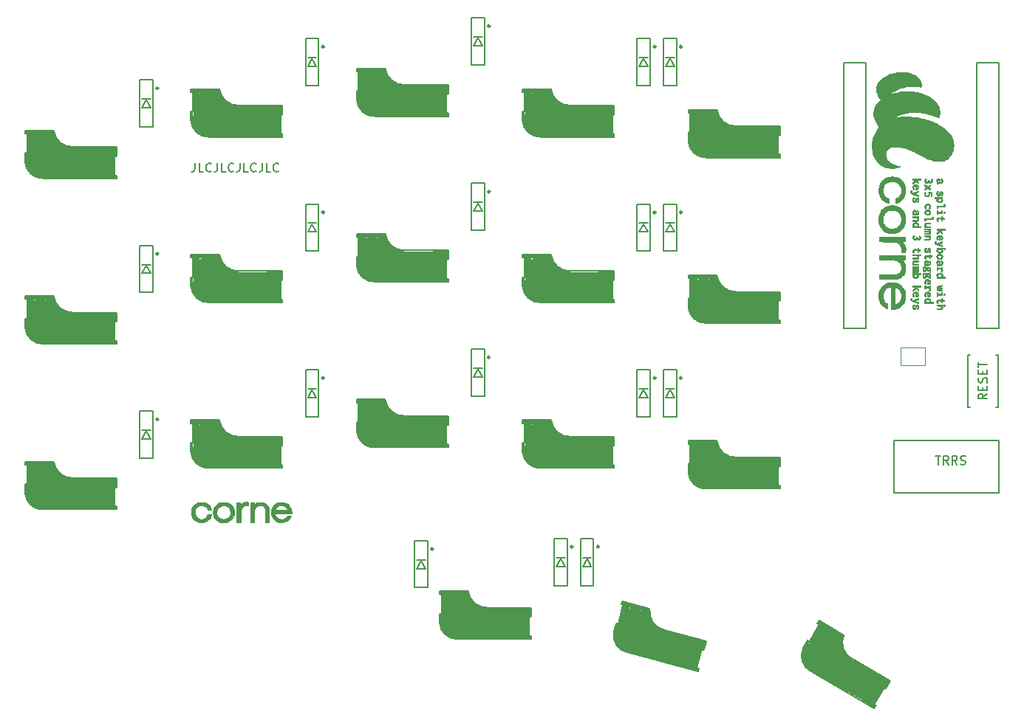
<source format=gto>
G04 #@! TF.GenerationSoftware,KiCad,Pcbnew,(6.0.11)*
G04 #@! TF.CreationDate,2023-02-16T20:31:25+09:00*
G04 #@! TF.ProjectId,corne-cherry,636f726e-652d-4636-9865-7272792e6b69,2.1*
G04 #@! TF.SameCoordinates,Original*
G04 #@! TF.FileFunction,Legend,Top*
G04 #@! TF.FilePolarity,Positive*
%FSLAX46Y46*%
G04 Gerber Fmt 4.6, Leading zero omitted, Abs format (unit mm)*
G04 Created by KiCad (PCBNEW (6.0.11)) date 2023-02-16 20:31:25*
%MOMM*%
%LPD*%
G01*
G04 APERTURE LIST*
%ADD10C,0.150000*%
%ADD11C,1.000000*%
%ADD12C,0.300000*%
%ADD13C,0.400000*%
%ADD14C,3.000000*%
%ADD15C,3.500000*%
%ADD16C,0.500000*%
%ADD17C,0.800000*%
%ADD18C,0.260000*%
%ADD19C,0.010000*%
%ADD20C,0.120000*%
G04 APERTURE END LIST*
D10*
X49580952Y-119227380D02*
X49580952Y-119941666D01*
X49533333Y-120084523D01*
X49438095Y-120179761D01*
X49295238Y-120227380D01*
X49200000Y-120227380D01*
X50533333Y-120227380D02*
X50057142Y-120227380D01*
X50057142Y-119227380D01*
X51438095Y-120132142D02*
X51390476Y-120179761D01*
X51247619Y-120227380D01*
X51152380Y-120227380D01*
X51009523Y-120179761D01*
X50914285Y-120084523D01*
X50866666Y-119989285D01*
X50819047Y-119798809D01*
X50819047Y-119655952D01*
X50866666Y-119465476D01*
X50914285Y-119370238D01*
X51009523Y-119275000D01*
X51152380Y-119227380D01*
X51247619Y-119227380D01*
X51390476Y-119275000D01*
X51438095Y-119322619D01*
X52152380Y-119227380D02*
X52152380Y-119941666D01*
X52104761Y-120084523D01*
X52009523Y-120179761D01*
X51866666Y-120227380D01*
X51771428Y-120227380D01*
X53104761Y-120227380D02*
X52628571Y-120227380D01*
X52628571Y-119227380D01*
X54009523Y-120132142D02*
X53961904Y-120179761D01*
X53819047Y-120227380D01*
X53723809Y-120227380D01*
X53580952Y-120179761D01*
X53485714Y-120084523D01*
X53438095Y-119989285D01*
X53390476Y-119798809D01*
X53390476Y-119655952D01*
X53438095Y-119465476D01*
X53485714Y-119370238D01*
X53580952Y-119275000D01*
X53723809Y-119227380D01*
X53819047Y-119227380D01*
X53961904Y-119275000D01*
X54009523Y-119322619D01*
X54723809Y-119227380D02*
X54723809Y-119941666D01*
X54676190Y-120084523D01*
X54580952Y-120179761D01*
X54438095Y-120227380D01*
X54342857Y-120227380D01*
X55676190Y-120227380D02*
X55200000Y-120227380D01*
X55200000Y-119227380D01*
X56580952Y-120132142D02*
X56533333Y-120179761D01*
X56390476Y-120227380D01*
X56295238Y-120227380D01*
X56152380Y-120179761D01*
X56057142Y-120084523D01*
X56009523Y-119989285D01*
X55961904Y-119798809D01*
X55961904Y-119655952D01*
X56009523Y-119465476D01*
X56057142Y-119370238D01*
X56152380Y-119275000D01*
X56295238Y-119227380D01*
X56390476Y-119227380D01*
X56533333Y-119275000D01*
X56580952Y-119322619D01*
X57295238Y-119227380D02*
X57295238Y-119941666D01*
X57247619Y-120084523D01*
X57152380Y-120179761D01*
X57009523Y-120227380D01*
X56914285Y-120227380D01*
X58247619Y-120227380D02*
X57771428Y-120227380D01*
X57771428Y-119227380D01*
X59152380Y-120132142D02*
X59104761Y-120179761D01*
X58961904Y-120227380D01*
X58866666Y-120227380D01*
X58723809Y-120179761D01*
X58628571Y-120084523D01*
X58580952Y-119989285D01*
X58533333Y-119798809D01*
X58533333Y-119655952D01*
X58580952Y-119465476D01*
X58628571Y-119370238D01*
X58723809Y-119275000D01*
X58866666Y-119227380D01*
X58961904Y-119227380D01*
X59104761Y-119275000D01*
X59152380Y-119322619D01*
X134438095Y-152827380D02*
X135009523Y-152827380D01*
X134723809Y-153827380D02*
X134723809Y-152827380D01*
X135914285Y-153827380D02*
X135580952Y-153351190D01*
X135342857Y-153827380D02*
X135342857Y-152827380D01*
X135723809Y-152827380D01*
X135819047Y-152875000D01*
X135866666Y-152922619D01*
X135914285Y-153017857D01*
X135914285Y-153160714D01*
X135866666Y-153255952D01*
X135819047Y-153303571D01*
X135723809Y-153351190D01*
X135342857Y-153351190D01*
X136914285Y-153827380D02*
X136580952Y-153351190D01*
X136342857Y-153827380D02*
X136342857Y-152827380D01*
X136723809Y-152827380D01*
X136819047Y-152875000D01*
X136866666Y-152922619D01*
X136914285Y-153017857D01*
X136914285Y-153160714D01*
X136866666Y-153255952D01*
X136819047Y-153303571D01*
X136723809Y-153351190D01*
X136342857Y-153351190D01*
X137295238Y-153779761D02*
X137438095Y-153827380D01*
X137676190Y-153827380D01*
X137771428Y-153779761D01*
X137819047Y-153732142D01*
X137866666Y-153636904D01*
X137866666Y-153541666D01*
X137819047Y-153446428D01*
X137771428Y-153398809D01*
X137676190Y-153351190D01*
X137485714Y-153303571D01*
X137390476Y-153255952D01*
X137342857Y-153208333D01*
X137295238Y-153113095D01*
X137295238Y-153017857D01*
X137342857Y-152922619D01*
X137390476Y-152875000D01*
X137485714Y-152827380D01*
X137723809Y-152827380D01*
X137866666Y-152875000D01*
X133985714Y-123003571D02*
X133985714Y-122646428D01*
X133628571Y-122610714D01*
X133664285Y-122646428D01*
X133700000Y-122717857D01*
X133700000Y-122896428D01*
X133664285Y-122967857D01*
X133628571Y-123003571D01*
X133557142Y-123039285D01*
X133378571Y-123039285D01*
X133307142Y-123003571D01*
X133271428Y-122967857D01*
X133235714Y-122896428D01*
X133235714Y-122717857D01*
X133271428Y-122646428D01*
X133307142Y-122610714D01*
X140352380Y-145702380D02*
X139876190Y-146035714D01*
X140352380Y-146273809D02*
X139352380Y-146273809D01*
X139352380Y-145892857D01*
X139400000Y-145797619D01*
X139447619Y-145750000D01*
X139542857Y-145702380D01*
X139685714Y-145702380D01*
X139780952Y-145750000D01*
X139828571Y-145797619D01*
X139876190Y-145892857D01*
X139876190Y-146273809D01*
X139828571Y-145273809D02*
X139828571Y-144940476D01*
X140352380Y-144797619D02*
X140352380Y-145273809D01*
X139352380Y-145273809D01*
X139352380Y-144797619D01*
X140304761Y-144416666D02*
X140352380Y-144273809D01*
X140352380Y-144035714D01*
X140304761Y-143940476D01*
X140257142Y-143892857D01*
X140161904Y-143845238D01*
X140066666Y-143845238D01*
X139971428Y-143892857D01*
X139923809Y-143940476D01*
X139876190Y-144035714D01*
X139828571Y-144226190D01*
X139780952Y-144321428D01*
X139733333Y-144369047D01*
X139638095Y-144416666D01*
X139542857Y-144416666D01*
X139447619Y-144369047D01*
X139400000Y-144321428D01*
X139352380Y-144226190D01*
X139352380Y-143988095D01*
X139400000Y-143845238D01*
X139828571Y-143416666D02*
X139828571Y-143083333D01*
X140352380Y-142940476D02*
X140352380Y-143416666D01*
X139352380Y-143416666D01*
X139352380Y-142940476D01*
X139352380Y-142654761D02*
X139352380Y-142083333D01*
X140352380Y-142369047D02*
X139352380Y-142369047D01*
D11*
X87400000Y-173250000D02*
X87400000Y-170750000D01*
D12*
X77700001Y-171050000D02*
X77700000Y-171949999D01*
D13*
X87900000Y-171150000D02*
X87900000Y-170450000D01*
D10*
X88100000Y-173500000D02*
X88100000Y-173850000D01*
X83100000Y-170250000D02*
X88100000Y-170250000D01*
X77600000Y-170950000D02*
X77800000Y-170950000D01*
D14*
X79330000Y-172350000D02*
X79330000Y-170110000D01*
D10*
X77600000Y-168350000D02*
X80880000Y-168350000D01*
X87880000Y-171250000D02*
X87880000Y-173500000D01*
X77800000Y-168710000D02*
X77600000Y-168710000D01*
D13*
X87900000Y-173650000D02*
X86500000Y-173650000D01*
D10*
X88100000Y-170250000D02*
X88100000Y-171250000D01*
D15*
X86100000Y-172050000D02*
X79400000Y-172050000D01*
D10*
X77600000Y-168350000D02*
X77600000Y-168710000D01*
X77830000Y-170950000D02*
X77830000Y-168710000D01*
D16*
X87800000Y-170550000D02*
X86400000Y-170550000D01*
D10*
X88100000Y-173850000D02*
X79700000Y-173850001D01*
D17*
X78200000Y-168850000D02*
X78200000Y-170650000D01*
D16*
X77800000Y-168550000D02*
X80500000Y-168550000D01*
D10*
X77600000Y-171950000D02*
X77600000Y-170950000D01*
X88100000Y-171250000D02*
X87900000Y-171250000D01*
X87900000Y-173500000D02*
X88100000Y-173500000D01*
X80883682Y-168371471D02*
G75*
G03*
X83100000Y-170250000I2151318J291471D01*
G01*
D11*
X80483682Y-168771471D02*
G75*
G03*
X82700000Y-170650000I2151318J291471D01*
G01*
D10*
X77599999Y-171950000D02*
G75*
G03*
X79700000Y-173850001I2000001J100000D01*
G01*
X141676400Y-138232000D02*
X139136400Y-138232000D01*
X126456400Y-138232000D02*
X123916400Y-138232000D01*
X123916400Y-107752000D02*
X126456400Y-107752000D01*
X123916400Y-138232000D02*
X123916400Y-107752000D01*
X139136400Y-107752000D02*
X141676400Y-107752000D01*
X126456400Y-107752000D02*
X126456400Y-138232000D01*
X141676400Y-107752000D02*
X141676400Y-138232000D01*
X139136400Y-138232000D02*
X139136400Y-107752000D01*
D13*
X59400000Y-116025000D02*
X58000000Y-116025000D01*
D10*
X49100000Y-110725000D02*
X52380000Y-110725000D01*
X49100000Y-114325000D02*
X49100000Y-113325000D01*
X49100000Y-113325000D02*
X49300000Y-113325000D01*
X59400000Y-115875000D02*
X59600000Y-115875000D01*
X59600000Y-116225000D02*
X51200000Y-116225001D01*
X54600000Y-112625000D02*
X59600000Y-112625000D01*
D17*
X49700000Y-111225000D02*
X49700000Y-113025000D01*
D10*
X59600000Y-115875000D02*
X59600000Y-116225000D01*
D14*
X50830000Y-114725000D02*
X50830000Y-112485000D01*
D11*
X58900000Y-115625000D02*
X58900000Y-113125000D01*
D15*
X57600000Y-114425000D02*
X50900000Y-114425000D01*
D10*
X59600000Y-113625000D02*
X59400000Y-113625000D01*
D16*
X59300000Y-112925000D02*
X57900000Y-112925000D01*
D13*
X59400000Y-113525000D02*
X59400000Y-112825000D01*
D10*
X49100000Y-110725000D02*
X49100000Y-111085000D01*
D16*
X49300000Y-110925000D02*
X52000000Y-110925000D01*
D12*
X49200001Y-113425000D02*
X49200000Y-114324999D01*
D10*
X49300000Y-111085000D02*
X49100000Y-111085000D01*
X59600000Y-112625000D02*
X59600000Y-113625000D01*
X59380000Y-113625000D02*
X59380000Y-115875000D01*
X49330000Y-113325000D02*
X49330000Y-111085000D01*
X49099999Y-114325000D02*
G75*
G03*
X51200000Y-116225001I2000001J100000D01*
G01*
D11*
X51983682Y-111146471D02*
G75*
G03*
X54200000Y-113025000I2151318J291471D01*
G01*
D10*
X52383682Y-110746471D02*
G75*
G03*
X54600000Y-112625000I2151318J291471D01*
G01*
X100250000Y-123925000D02*
X100250000Y-129325000D01*
X101500000Y-127125000D02*
X100500000Y-127125000D01*
X101750000Y-129325000D02*
X101750000Y-123925000D01*
X100500000Y-127125000D02*
X101000000Y-126225000D01*
X101750000Y-123925000D02*
X100250000Y-123925000D01*
X101000000Y-126225000D02*
X101500000Y-127125000D01*
X101500000Y-126125000D02*
X100500000Y-126125000D01*
X101750000Y-129325000D02*
X100250000Y-129325000D01*
D18*
X102380000Y-124875000D02*
G75*
G03*
X102380000Y-124875000I-130000J0D01*
G01*
D10*
X82750000Y-126950000D02*
X81250000Y-126950000D01*
X82750000Y-126950000D02*
X82750000Y-121550000D01*
X82500000Y-124750000D02*
X81500000Y-124750000D01*
X81250000Y-121550000D02*
X81250000Y-126950000D01*
X82500000Y-123750000D02*
X81500000Y-123750000D01*
X82750000Y-121550000D02*
X81250000Y-121550000D01*
X81500000Y-124750000D02*
X82000000Y-123850000D01*
X82000000Y-123850000D02*
X82500000Y-124750000D01*
D18*
X83380000Y-122500000D02*
G75*
G03*
X83380000Y-122500000I-130000J0D01*
G01*
D10*
X75500000Y-164850000D02*
X76000000Y-165750000D01*
X76250000Y-167950000D02*
X76250000Y-162550000D01*
X74750000Y-162550000D02*
X74750000Y-167950000D01*
X76250000Y-162550000D02*
X74750000Y-162550000D01*
X76250000Y-167950000D02*
X74750000Y-167950000D01*
X76000000Y-164750000D02*
X75000000Y-164750000D01*
X76000000Y-165750000D02*
X75000000Y-165750000D01*
X75000000Y-165750000D02*
X75500000Y-164850000D01*
D18*
X76880000Y-163500000D02*
G75*
G03*
X76880000Y-163500000I-130000J0D01*
G01*
D10*
X104000000Y-145225000D02*
X104500000Y-146125000D01*
X103500000Y-146125000D02*
X104000000Y-145225000D01*
X104500000Y-146125000D02*
X103500000Y-146125000D01*
X104500000Y-145125000D02*
X103500000Y-145125000D01*
X104750000Y-142925000D02*
X103250000Y-142925000D01*
X104750000Y-148325000D02*
X104750000Y-142925000D01*
X103250000Y-142925000D02*
X103250000Y-148325000D01*
X104750000Y-148325000D02*
X103250000Y-148325000D01*
D18*
X105380000Y-143875000D02*
G75*
G03*
X105380000Y-143875000I-130000J0D01*
G01*
D10*
X104750000Y-104925000D02*
X103250000Y-104925000D01*
X103250000Y-104925000D02*
X103250000Y-110325000D01*
X104750000Y-110325000D02*
X103250000Y-110325000D01*
X104750000Y-110325000D02*
X104750000Y-104925000D01*
X104000000Y-107225000D02*
X104500000Y-108125000D01*
X104500000Y-107125000D02*
X103500000Y-107125000D01*
X104500000Y-108125000D02*
X103500000Y-108125000D01*
X103500000Y-108125000D02*
X104000000Y-107225000D01*
D18*
X105380000Y-105875000D02*
G75*
G03*
X105380000Y-105875000I-130000J0D01*
G01*
D16*
X40300000Y-155675000D02*
X38900000Y-155675000D01*
D13*
X40400000Y-158775000D02*
X39000000Y-158775000D01*
X40400000Y-156275000D02*
X40400000Y-155575000D01*
D10*
X30100000Y-157075000D02*
X30100000Y-156075000D01*
D14*
X31830000Y-157475000D02*
X31830000Y-155235000D01*
D10*
X30300000Y-153835000D02*
X30100000Y-153835000D01*
X30100000Y-153475000D02*
X33380000Y-153475000D01*
X30330000Y-156075000D02*
X30330000Y-153835000D01*
X40600000Y-155375000D02*
X40600000Y-156375000D01*
X40600000Y-158625000D02*
X40600000Y-158975000D01*
X40600000Y-158975000D02*
X32200000Y-158975001D01*
X40600000Y-156375000D02*
X40400000Y-156375000D01*
D16*
X30300000Y-153675000D02*
X33000000Y-153675000D01*
D10*
X30100000Y-153475000D02*
X30100000Y-153835000D01*
X30100000Y-156075000D02*
X30300000Y-156075000D01*
D11*
X39900000Y-158375000D02*
X39900000Y-155875000D01*
D10*
X35600000Y-155375000D02*
X40600000Y-155375000D01*
D15*
X38600000Y-157175000D02*
X31900000Y-157175000D01*
D17*
X30700000Y-153975000D02*
X30700000Y-155775000D01*
D10*
X40400000Y-158625000D02*
X40600000Y-158625000D01*
D12*
X30200001Y-156175000D02*
X30200000Y-157074999D01*
D10*
X40380000Y-156375000D02*
X40380000Y-158625000D01*
X33383682Y-153496471D02*
G75*
G03*
X35600000Y-155375000I2151318J291471D01*
G01*
D11*
X32983682Y-153896471D02*
G75*
G03*
X35200000Y-155775000I2151318J291471D01*
G01*
D10*
X30099999Y-157075000D02*
G75*
G03*
X32200000Y-158975001I2000001J100000D01*
G01*
D12*
X68200001Y-111050000D02*
X68200000Y-111949999D01*
D15*
X76600000Y-112050000D02*
X69900000Y-112050000D01*
D10*
X68100000Y-110950000D02*
X68300000Y-110950000D01*
D11*
X77900000Y-113250000D02*
X77900000Y-110750000D01*
D13*
X78400000Y-113650000D02*
X77000000Y-113650000D01*
D10*
X78600000Y-113500000D02*
X78600000Y-113850000D01*
X68330000Y-110950000D02*
X68330000Y-108710000D01*
D16*
X68300000Y-108550000D02*
X71000000Y-108550000D01*
D14*
X69830000Y-112350000D02*
X69830000Y-110110000D01*
D10*
X68100000Y-108350000D02*
X71380000Y-108350000D01*
X68300000Y-108710000D02*
X68100000Y-108710000D01*
D16*
X78300000Y-110550000D02*
X76900000Y-110550000D01*
D10*
X78400000Y-113500000D02*
X78600000Y-113500000D01*
X78380000Y-111250000D02*
X78380000Y-113500000D01*
X78600000Y-113850000D02*
X70200000Y-113850001D01*
X78600000Y-110250000D02*
X78600000Y-111250000D01*
X78600000Y-111250000D02*
X78400000Y-111250000D01*
D13*
X78400000Y-111150000D02*
X78400000Y-110450000D01*
D17*
X68700000Y-108850000D02*
X68700000Y-110650000D01*
D10*
X68100000Y-108350000D02*
X68100000Y-108710000D01*
X68100000Y-111950000D02*
X68100000Y-110950000D01*
X73600000Y-110250000D02*
X78600000Y-110250000D01*
X71383682Y-108371471D02*
G75*
G03*
X73600000Y-110250000I2151318J291471D01*
G01*
X68099999Y-111950000D02*
G75*
G03*
X70200000Y-113850001I2000001J100000D01*
G01*
D11*
X70983682Y-108771471D02*
G75*
G03*
X73200000Y-110650000I2151318J291471D01*
G01*
D10*
X44500000Y-131875000D02*
X43500000Y-131875000D01*
X44750000Y-134075000D02*
X43250000Y-134075000D01*
X44500000Y-130875000D02*
X43500000Y-130875000D01*
X43250000Y-128675000D02*
X43250000Y-134075000D01*
X44750000Y-134075000D02*
X44750000Y-128675000D01*
X44750000Y-128675000D02*
X43250000Y-128675000D01*
X44000000Y-130975000D02*
X44500000Y-131875000D01*
X43500000Y-131875000D02*
X44000000Y-130975000D01*
D18*
X45380000Y-129625000D02*
G75*
G03*
X45380000Y-129625000I-130000J0D01*
G01*
D10*
X59380000Y-151625000D02*
X59380000Y-153875000D01*
X59600000Y-153875000D02*
X59600000Y-154225000D01*
D16*
X49300000Y-148925000D02*
X52000000Y-148925000D01*
D15*
X57600000Y-152425000D02*
X50900000Y-152425000D01*
D10*
X59600000Y-151625000D02*
X59400000Y-151625000D01*
X54600000Y-150625000D02*
X59600000Y-150625000D01*
X49100000Y-152325000D02*
X49100000Y-151325000D01*
X59600000Y-150625000D02*
X59600000Y-151625000D01*
D17*
X49700000Y-149225000D02*
X49700000Y-151025000D01*
D13*
X59400000Y-151525000D02*
X59400000Y-150825000D01*
D10*
X59600000Y-154225000D02*
X51200000Y-154225001D01*
X59400000Y-153875000D02*
X59600000Y-153875000D01*
X49100000Y-151325000D02*
X49300000Y-151325000D01*
D16*
X59300000Y-150925000D02*
X57900000Y-150925000D01*
D14*
X50830000Y-152725000D02*
X50830000Y-150485000D01*
D10*
X49330000Y-151325000D02*
X49330000Y-149085000D01*
D11*
X58900000Y-153625000D02*
X58900000Y-151125000D01*
D10*
X49100000Y-148725000D02*
X49100000Y-149085000D01*
X49300000Y-149085000D02*
X49100000Y-149085000D01*
D12*
X49200001Y-151425000D02*
X49200000Y-152324999D01*
D13*
X59400000Y-154025000D02*
X58000000Y-154025000D01*
D10*
X49100000Y-148725000D02*
X52380000Y-148725000D01*
D11*
X51983682Y-149146471D02*
G75*
G03*
X54200000Y-151025000I2151318J291471D01*
G01*
D10*
X49099999Y-152325000D02*
G75*
G03*
X51200000Y-154225001I2000001J100000D01*
G01*
X52383682Y-148746471D02*
G75*
G03*
X54600000Y-150625000I2151318J291471D01*
G01*
X141685000Y-157050000D02*
X129685000Y-157050000D01*
X129685000Y-157050000D02*
X129685000Y-151050000D01*
X141685000Y-151050000D02*
X141685000Y-157050000D01*
X129685000Y-151050000D02*
X141685000Y-151050000D01*
D15*
X76600000Y-150050000D02*
X69900000Y-150050000D01*
D10*
X68100000Y-146350000D02*
X71380000Y-146350000D01*
X73600000Y-148250000D02*
X78600000Y-148250000D01*
D12*
X68200001Y-149050000D02*
X68200000Y-149949999D01*
D14*
X69830000Y-150350000D02*
X69830000Y-148110000D01*
D10*
X78600000Y-149250000D02*
X78400000Y-149250000D01*
X68100000Y-148950000D02*
X68300000Y-148950000D01*
D11*
X77900000Y-151250000D02*
X77900000Y-148750000D01*
D10*
X68330000Y-148950000D02*
X68330000Y-146710000D01*
X68100000Y-149950000D02*
X68100000Y-148950000D01*
D13*
X78400000Y-151650000D02*
X77000000Y-151650000D01*
X78400000Y-149150000D02*
X78400000Y-148450000D01*
D10*
X78600000Y-148250000D02*
X78600000Y-149250000D01*
D16*
X68300000Y-146550000D02*
X71000000Y-146550000D01*
D10*
X78400000Y-151500000D02*
X78600000Y-151500000D01*
X78380000Y-149250000D02*
X78380000Y-151500000D01*
X68300000Y-146710000D02*
X68100000Y-146710000D01*
D16*
X78300000Y-148550000D02*
X76900000Y-148550000D01*
D10*
X78600000Y-151850000D02*
X70200000Y-151850001D01*
X78600000Y-151500000D02*
X78600000Y-151850000D01*
D17*
X68700000Y-146850000D02*
X68700000Y-148650000D01*
D10*
X68100000Y-146350000D02*
X68100000Y-146710000D01*
D11*
X70983682Y-146771471D02*
G75*
G03*
X73200000Y-148650000I2151318J291471D01*
G01*
D10*
X71383682Y-146371471D02*
G75*
G03*
X73600000Y-148250000I2151318J291471D01*
G01*
X68099999Y-149950000D02*
G75*
G03*
X70200000Y-151850001I2000001J100000D01*
G01*
D12*
X87200001Y-132425000D02*
X87200000Y-133324999D01*
D17*
X87700000Y-130225000D02*
X87700000Y-132025000D01*
D10*
X92600000Y-131625000D02*
X97600000Y-131625000D01*
X87100000Y-132325000D02*
X87300000Y-132325000D01*
D14*
X88830000Y-133725000D02*
X88830000Y-131485000D01*
D10*
X87330000Y-132325000D02*
X87330000Y-130085000D01*
D11*
X96900000Y-134625000D02*
X96900000Y-132125000D01*
D16*
X87300000Y-129925000D02*
X90000000Y-129925000D01*
D15*
X95600000Y-133425000D02*
X88900000Y-133425000D01*
D16*
X97300000Y-131925000D02*
X95900000Y-131925000D01*
D10*
X87300000Y-130085000D02*
X87100000Y-130085000D01*
X97600000Y-135225000D02*
X89200000Y-135225001D01*
X97400000Y-134875000D02*
X97600000Y-134875000D01*
X97600000Y-131625000D02*
X97600000Y-132625000D01*
D13*
X97400000Y-135025000D02*
X96000000Y-135025000D01*
X97400000Y-132525000D02*
X97400000Y-131825000D01*
D10*
X97380000Y-132625000D02*
X97380000Y-134875000D01*
X97600000Y-134875000D02*
X97600000Y-135225000D01*
X97600000Y-132625000D02*
X97400000Y-132625000D01*
X87100000Y-133325000D02*
X87100000Y-132325000D01*
X87100000Y-129725000D02*
X90380000Y-129725000D01*
X87100000Y-129725000D02*
X87100000Y-130085000D01*
D11*
X89983682Y-130146471D02*
G75*
G03*
X92200000Y-132025000I2151318J291471D01*
G01*
D10*
X87099999Y-133325000D02*
G75*
G03*
X89200000Y-135225001I2000001J100000D01*
G01*
X90383682Y-129746471D02*
G75*
G03*
X92600000Y-131625000I2151318J291471D01*
G01*
G36*
X57201991Y-158143791D02*
G01*
X57296075Y-158147451D01*
X57366490Y-158156455D01*
X57426801Y-158173181D01*
X57490570Y-158200005D01*
X57544751Y-158226171D01*
X57715798Y-158334513D01*
X57849048Y-158473673D01*
X57946379Y-158646378D01*
X58009668Y-158855354D01*
X58021075Y-158917800D01*
X58028364Y-158988770D01*
X58034903Y-159101525D01*
X58040403Y-159247049D01*
X58044574Y-159416330D01*
X58047127Y-159600353D01*
X58047808Y-159749650D01*
X58048000Y-160416400D01*
X57616200Y-160416400D01*
X57616200Y-159697110D01*
X57615593Y-159468457D01*
X57613600Y-159284758D01*
X57609963Y-159140177D01*
X57604422Y-159028882D01*
X57596719Y-158945037D01*
X57586595Y-158882809D01*
X57578697Y-158851534D01*
X57513937Y-158713307D01*
X57413030Y-158610106D01*
X57277603Y-158542984D01*
X57109280Y-158512999D01*
X57054812Y-158511400D01*
X56892341Y-158521817D01*
X56762362Y-158556694D01*
X56650264Y-158621472D01*
X56570360Y-158691726D01*
X56516173Y-158748731D01*
X56472791Y-158804501D01*
X56439023Y-158865365D01*
X56413679Y-158937652D01*
X56395567Y-159027689D01*
X56383496Y-159141805D01*
X56376277Y-159286327D01*
X56372717Y-159467585D01*
X56371626Y-159691907D01*
X56371600Y-159747910D01*
X56371600Y-160416400D01*
X55939800Y-160416400D01*
X55939800Y-158155800D01*
X56371600Y-158155800D01*
X56371600Y-158413707D01*
X56453864Y-158331442D01*
X56540252Y-158255836D01*
X56630955Y-158202569D01*
X56736978Y-158168282D01*
X56869324Y-158149616D01*
X57038995Y-158143211D01*
X57070674Y-158143100D01*
X57201991Y-158143791D01*
G37*
D19*
X57201991Y-158143791D02*
X57296075Y-158147451D01*
X57366490Y-158156455D01*
X57426801Y-158173181D01*
X57490570Y-158200005D01*
X57544751Y-158226171D01*
X57715798Y-158334513D01*
X57849048Y-158473673D01*
X57946379Y-158646378D01*
X58009668Y-158855354D01*
X58021075Y-158917800D01*
X58028364Y-158988770D01*
X58034903Y-159101525D01*
X58040403Y-159247049D01*
X58044574Y-159416330D01*
X58047127Y-159600353D01*
X58047808Y-159749650D01*
X58048000Y-160416400D01*
X57616200Y-160416400D01*
X57616200Y-159697110D01*
X57615593Y-159468457D01*
X57613600Y-159284758D01*
X57609963Y-159140177D01*
X57604422Y-159028882D01*
X57596719Y-158945037D01*
X57586595Y-158882809D01*
X57578697Y-158851534D01*
X57513937Y-158713307D01*
X57413030Y-158610106D01*
X57277603Y-158542984D01*
X57109280Y-158512999D01*
X57054812Y-158511400D01*
X56892341Y-158521817D01*
X56762362Y-158556694D01*
X56650264Y-158621472D01*
X56570360Y-158691726D01*
X56516173Y-158748731D01*
X56472791Y-158804501D01*
X56439023Y-158865365D01*
X56413679Y-158937652D01*
X56395567Y-159027689D01*
X56383496Y-159141805D01*
X56376277Y-159286327D01*
X56372717Y-159467585D01*
X56371626Y-159691907D01*
X56371600Y-159747910D01*
X56371600Y-160416400D01*
X55939800Y-160416400D01*
X55939800Y-158155800D01*
X56371600Y-158155800D01*
X56371600Y-158413707D01*
X56453864Y-158331442D01*
X56540252Y-158255836D01*
X56630955Y-158202569D01*
X56736978Y-158168282D01*
X56869324Y-158149616D01*
X57038995Y-158143211D01*
X57070674Y-158143100D01*
X57201991Y-158143791D01*
G36*
X50559549Y-158150988D02*
G01*
X50674248Y-158177102D01*
X50895350Y-158267639D01*
X51086793Y-158394036D01*
X51243722Y-158551988D01*
X51361282Y-158737188D01*
X51395937Y-158817254D01*
X51429964Y-158910731D01*
X51441583Y-158969761D01*
X51424298Y-159002261D01*
X51371612Y-159016149D01*
X51277029Y-159019343D01*
X51230069Y-159019400D01*
X51016139Y-159019399D01*
X50985233Y-158925754D01*
X50918643Y-158799894D01*
X50812138Y-158688503D01*
X50675963Y-158598012D01*
X50520364Y-158534854D01*
X50355585Y-158505461D01*
X50313699Y-158504142D01*
X50131369Y-158526910D01*
X49961065Y-158591221D01*
X49811516Y-158691089D01*
X49691453Y-158820526D01*
X49609605Y-158973547D01*
X49603407Y-158991267D01*
X49569856Y-159149924D01*
X49564073Y-159325402D01*
X49584759Y-159499327D01*
X49630613Y-159653322D01*
X49653675Y-159701531D01*
X49759404Y-159852138D01*
X49894279Y-159964303D01*
X50041602Y-160035915D01*
X50220289Y-160078926D01*
X50399759Y-160078773D01*
X50571572Y-160038785D01*
X50727290Y-159962291D01*
X50858474Y-159852622D01*
X50956684Y-159713106D01*
X50978267Y-159666389D01*
X51024900Y-159552990D01*
X51234450Y-159552895D01*
X51337168Y-159553561D01*
X51399284Y-159557620D01*
X51430995Y-159567992D01*
X51442497Y-159587594D01*
X51444000Y-159612887D01*
X51428475Y-159687902D01*
X51386924Y-159787781D01*
X51326878Y-159899252D01*
X51255869Y-160009041D01*
X51181429Y-160103876D01*
X51142538Y-160144119D01*
X50962764Y-160279131D01*
X50753907Y-160379811D01*
X50527060Y-160442913D01*
X50293318Y-160465194D01*
X50097800Y-160449664D01*
X49904587Y-160398943D01*
X49716951Y-160315877D01*
X49547260Y-160207860D01*
X49407883Y-160082289D01*
X49340989Y-159997165D01*
X49259660Y-159862841D01*
X49203770Y-159737887D01*
X49169191Y-159607138D01*
X49151793Y-159455430D01*
X49147414Y-159286100D01*
X49148919Y-159145194D01*
X49154621Y-159041188D01*
X49166298Y-158960236D01*
X49185730Y-158888494D01*
X49205351Y-158835197D01*
X49310997Y-158635543D01*
X49457262Y-158459026D01*
X49636376Y-158313316D01*
X49840569Y-158206085D01*
X49843800Y-158204802D01*
X49999783Y-158160914D01*
X50183755Y-158136892D01*
X50376687Y-158133372D01*
X50559549Y-158150988D01*
G37*
X50559549Y-158150988D02*
X50674248Y-158177102D01*
X50895350Y-158267639D01*
X51086793Y-158394036D01*
X51243722Y-158551988D01*
X51361282Y-158737188D01*
X51395937Y-158817254D01*
X51429964Y-158910731D01*
X51441583Y-158969761D01*
X51424298Y-159002261D01*
X51371612Y-159016149D01*
X51277029Y-159019343D01*
X51230069Y-159019400D01*
X51016139Y-159019399D01*
X50985233Y-158925754D01*
X50918643Y-158799894D01*
X50812138Y-158688503D01*
X50675963Y-158598012D01*
X50520364Y-158534854D01*
X50355585Y-158505461D01*
X50313699Y-158504142D01*
X50131369Y-158526910D01*
X49961065Y-158591221D01*
X49811516Y-158691089D01*
X49691453Y-158820526D01*
X49609605Y-158973547D01*
X49603407Y-158991267D01*
X49569856Y-159149924D01*
X49564073Y-159325402D01*
X49584759Y-159499327D01*
X49630613Y-159653322D01*
X49653675Y-159701531D01*
X49759404Y-159852138D01*
X49894279Y-159964303D01*
X50041602Y-160035915D01*
X50220289Y-160078926D01*
X50399759Y-160078773D01*
X50571572Y-160038785D01*
X50727290Y-159962291D01*
X50858474Y-159852622D01*
X50956684Y-159713106D01*
X50978267Y-159666389D01*
X51024900Y-159552990D01*
X51234450Y-159552895D01*
X51337168Y-159553561D01*
X51399284Y-159557620D01*
X51430995Y-159567992D01*
X51442497Y-159587594D01*
X51444000Y-159612887D01*
X51428475Y-159687902D01*
X51386924Y-159787781D01*
X51326878Y-159899252D01*
X51255869Y-160009041D01*
X51181429Y-160103876D01*
X51142538Y-160144119D01*
X50962764Y-160279131D01*
X50753907Y-160379811D01*
X50527060Y-160442913D01*
X50293318Y-160465194D01*
X50097800Y-160449664D01*
X49904587Y-160398943D01*
X49716951Y-160315877D01*
X49547260Y-160207860D01*
X49407883Y-160082289D01*
X49340989Y-159997165D01*
X49259660Y-159862841D01*
X49203770Y-159737887D01*
X49169191Y-159607138D01*
X49151793Y-159455430D01*
X49147414Y-159286100D01*
X49148919Y-159145194D01*
X49154621Y-159041188D01*
X49166298Y-158960236D01*
X49185730Y-158888494D01*
X49205351Y-158835197D01*
X49310997Y-158635543D01*
X49457262Y-158459026D01*
X49636376Y-158313316D01*
X49840569Y-158206085D01*
X49843800Y-158204802D01*
X49999783Y-158160914D01*
X50183755Y-158136892D01*
X50376687Y-158133372D01*
X50559549Y-158150988D01*
G36*
X51658150Y-159003693D02*
G01*
X51733350Y-158787052D01*
X51848857Y-158593365D01*
X52002187Y-158427687D01*
X52190860Y-158295069D01*
X52234919Y-158271803D01*
X52409205Y-158197053D01*
X52580530Y-158152281D01*
X52766405Y-158134147D01*
X52942486Y-158136840D01*
X53195940Y-158172111D01*
X53424025Y-158248807D01*
X53623675Y-158364865D01*
X53791825Y-158518222D01*
X53925408Y-158706816D01*
X53989956Y-158841600D01*
X54021518Y-158955705D01*
X54041785Y-159103371D01*
X54050530Y-159268580D01*
X54047525Y-159435313D01*
X54032543Y-159587551D01*
X54005356Y-159709275D01*
X54002405Y-159717900D01*
X53906019Y-159915172D01*
X53766775Y-160091574D01*
X53590179Y-160241769D01*
X53381741Y-160360421D01*
X53306840Y-160391770D01*
X53174821Y-160428019D01*
X53011835Y-160451467D01*
X52836281Y-160461287D01*
X52666560Y-160456650D01*
X52521074Y-160436729D01*
X52488253Y-160428599D01*
X52274353Y-160346401D01*
X52079621Y-160228093D01*
X51912655Y-160080635D01*
X51782056Y-159910986D01*
X51731182Y-159815895D01*
X51692837Y-159713102D01*
X51658651Y-159588876D01*
X51638599Y-159485628D01*
X51631248Y-159344224D01*
X52055574Y-159344224D01*
X52069909Y-159491866D01*
X52090041Y-159573207D01*
X52143294Y-159685941D01*
X52223695Y-159801333D01*
X52317678Y-159902702D01*
X52411674Y-159973365D01*
X52418458Y-159977020D01*
X52615198Y-160053118D01*
X52820189Y-160083463D01*
X53023604Y-160067243D01*
X53136164Y-160036468D01*
X53313444Y-159949347D01*
X53457910Y-159825677D01*
X53565087Y-159669341D01*
X53569520Y-159660466D01*
X53622510Y-159504401D01*
X53644493Y-159327298D01*
X53635139Y-159148017D01*
X53594121Y-158985421D01*
X53581789Y-158955900D01*
X53484458Y-158796906D01*
X53356761Y-158672092D01*
X53206064Y-158581623D01*
X53039736Y-158525666D01*
X52865142Y-158504386D01*
X52689649Y-158517949D01*
X52520624Y-158566522D01*
X52365434Y-158650270D01*
X52231445Y-158769360D01*
X52126465Y-158923101D01*
X52084919Y-159040807D01*
X52060933Y-159187526D01*
X52055574Y-159344224D01*
X51631248Y-159344224D01*
X51625738Y-159238236D01*
X51658150Y-159003693D01*
G37*
X51658150Y-159003693D02*
X51733350Y-158787052D01*
X51848857Y-158593365D01*
X52002187Y-158427687D01*
X52190860Y-158295069D01*
X52234919Y-158271803D01*
X52409205Y-158197053D01*
X52580530Y-158152281D01*
X52766405Y-158134147D01*
X52942486Y-158136840D01*
X53195940Y-158172111D01*
X53424025Y-158248807D01*
X53623675Y-158364865D01*
X53791825Y-158518222D01*
X53925408Y-158706816D01*
X53989956Y-158841600D01*
X54021518Y-158955705D01*
X54041785Y-159103371D01*
X54050530Y-159268580D01*
X54047525Y-159435313D01*
X54032543Y-159587551D01*
X54005356Y-159709275D01*
X54002405Y-159717900D01*
X53906019Y-159915172D01*
X53766775Y-160091574D01*
X53590179Y-160241769D01*
X53381741Y-160360421D01*
X53306840Y-160391770D01*
X53174821Y-160428019D01*
X53011835Y-160451467D01*
X52836281Y-160461287D01*
X52666560Y-160456650D01*
X52521074Y-160436729D01*
X52488253Y-160428599D01*
X52274353Y-160346401D01*
X52079621Y-160228093D01*
X51912655Y-160080635D01*
X51782056Y-159910986D01*
X51731182Y-159815895D01*
X51692837Y-159713102D01*
X51658651Y-159588876D01*
X51638599Y-159485628D01*
X51631248Y-159344224D01*
X52055574Y-159344224D01*
X52069909Y-159491866D01*
X52090041Y-159573207D01*
X52143294Y-159685941D01*
X52223695Y-159801333D01*
X52317678Y-159902702D01*
X52411674Y-159973365D01*
X52418458Y-159977020D01*
X52615198Y-160053118D01*
X52820189Y-160083463D01*
X53023604Y-160067243D01*
X53136164Y-160036468D01*
X53313444Y-159949347D01*
X53457910Y-159825677D01*
X53565087Y-159669341D01*
X53569520Y-159660466D01*
X53622510Y-159504401D01*
X53644493Y-159327298D01*
X53635139Y-159148017D01*
X53594121Y-158985421D01*
X53581789Y-158955900D01*
X53484458Y-158796906D01*
X53356761Y-158672092D01*
X53206064Y-158581623D01*
X53039736Y-158525666D01*
X52865142Y-158504386D01*
X52689649Y-158517949D01*
X52520624Y-158566522D01*
X52365434Y-158650270D01*
X52231445Y-158769360D01*
X52126465Y-158923101D01*
X52084919Y-159040807D01*
X52060933Y-159187526D01*
X52055574Y-159344224D01*
X51631248Y-159344224D01*
X51625738Y-159238236D01*
X51658150Y-159003693D01*
G36*
X55539737Y-158120436D02*
G01*
X55685800Y-158136961D01*
X55685800Y-158507729D01*
X55552450Y-158494068D01*
X55368351Y-158499139D01*
X55198952Y-158550922D01*
X55050381Y-158646056D01*
X54928766Y-158781179D01*
X54879889Y-158862869D01*
X54796800Y-159023838D01*
X54796800Y-160416400D01*
X54365000Y-160416400D01*
X54365000Y-158153745D01*
X54574550Y-158161122D01*
X54784100Y-158168500D01*
X54809500Y-158390358D01*
X54860269Y-158333946D01*
X54978446Y-158237357D01*
X55130298Y-158166267D01*
X55303542Y-158124536D01*
X55485890Y-158116025D01*
X55539737Y-158120436D01*
G37*
X55539737Y-158120436D02*
X55685800Y-158136961D01*
X55685800Y-158507729D01*
X55552450Y-158494068D01*
X55368351Y-158499139D01*
X55198952Y-158550922D01*
X55050381Y-158646056D01*
X54928766Y-158781179D01*
X54879889Y-158862869D01*
X54796800Y-159023838D01*
X54796800Y-160416400D01*
X54365000Y-160416400D01*
X54365000Y-158153745D01*
X54574550Y-158161122D01*
X54784100Y-158168500D01*
X54809500Y-158390358D01*
X54860269Y-158333946D01*
X54978446Y-158237357D01*
X55130298Y-158166267D01*
X55303542Y-158124536D01*
X55485890Y-158116025D01*
X55539737Y-158120436D01*
G36*
X58465106Y-158666643D02*
G01*
X58598579Y-158489563D01*
X58767608Y-158343672D01*
X58880499Y-158275689D01*
X59075103Y-158191746D01*
X59272426Y-158144901D01*
X59491713Y-158130400D01*
X59734030Y-158153406D01*
X59956394Y-158219705D01*
X60154633Y-158325213D01*
X60324579Y-158465847D01*
X60462059Y-158637524D01*
X60562904Y-158836162D01*
X60622943Y-159057678D01*
X60638800Y-159253336D01*
X60638800Y-159400400D01*
X58733800Y-159400400D01*
X58733800Y-159473498D01*
X58756717Y-159596649D01*
X58820155Y-159724172D01*
X58916143Y-159845298D01*
X59036711Y-159949256D01*
X59125888Y-160003239D01*
X59261742Y-160054647D01*
X59422404Y-160079683D01*
X59435372Y-160080596D01*
X59617629Y-160078127D01*
X59771303Y-160041329D01*
X59908995Y-159965614D01*
X60023693Y-159866419D01*
X60159513Y-159730600D01*
X60362768Y-159730600D01*
X60463311Y-159731246D01*
X60522533Y-159735122D01*
X60549910Y-159745133D01*
X60554919Y-159764182D01*
X60549230Y-159787750D01*
X60510917Y-159873398D01*
X60445999Y-159976086D01*
X60366274Y-160079606D01*
X60283544Y-160167746D01*
X60253357Y-160194173D01*
X60054490Y-160323773D01*
X59831802Y-160413237D01*
X59595096Y-160460509D01*
X59354173Y-160463535D01*
X59142857Y-160427004D01*
X58921745Y-160342879D01*
X58726925Y-160219023D01*
X58563325Y-160060554D01*
X58435874Y-159872590D01*
X58349501Y-159660249D01*
X58330344Y-159583299D01*
X58299808Y-159333242D01*
X58313541Y-159093661D01*
X58325722Y-159044800D01*
X58735057Y-159044800D01*
X59458328Y-159044800D01*
X59670914Y-159044528D01*
X59837999Y-159043521D01*
X59964879Y-159041494D01*
X60056851Y-159038158D01*
X60119212Y-159033229D01*
X60157259Y-159026420D01*
X60176288Y-159017444D01*
X60181597Y-159006014D01*
X60181600Y-159005688D01*
X60161223Y-158923758D01*
X60106525Y-158828173D01*
X60027152Y-158730722D01*
X59932748Y-158643195D01*
X59832961Y-158577383D01*
X59829903Y-158575826D01*
X59690847Y-158528277D01*
X59526733Y-158507014D01*
X59355928Y-158511960D01*
X59196798Y-158543039D01*
X59105060Y-158578844D01*
X58958526Y-158680486D01*
X58839649Y-158821797D01*
X58759265Y-158981127D01*
X58735057Y-159044800D01*
X58325722Y-159044800D01*
X58369367Y-158869735D01*
X58465106Y-158666643D01*
G37*
X58465106Y-158666643D02*
X58598579Y-158489563D01*
X58767608Y-158343672D01*
X58880499Y-158275689D01*
X59075103Y-158191746D01*
X59272426Y-158144901D01*
X59491713Y-158130400D01*
X59734030Y-158153406D01*
X59956394Y-158219705D01*
X60154633Y-158325213D01*
X60324579Y-158465847D01*
X60462059Y-158637524D01*
X60562904Y-158836162D01*
X60622943Y-159057678D01*
X60638800Y-159253336D01*
X60638800Y-159400400D01*
X58733800Y-159400400D01*
X58733800Y-159473498D01*
X58756717Y-159596649D01*
X58820155Y-159724172D01*
X58916143Y-159845298D01*
X59036711Y-159949256D01*
X59125888Y-160003239D01*
X59261742Y-160054647D01*
X59422404Y-160079683D01*
X59435372Y-160080596D01*
X59617629Y-160078127D01*
X59771303Y-160041329D01*
X59908995Y-159965614D01*
X60023693Y-159866419D01*
X60159513Y-159730600D01*
X60362768Y-159730600D01*
X60463311Y-159731246D01*
X60522533Y-159735122D01*
X60549910Y-159745133D01*
X60554919Y-159764182D01*
X60549230Y-159787750D01*
X60510917Y-159873398D01*
X60445999Y-159976086D01*
X60366274Y-160079606D01*
X60283544Y-160167746D01*
X60253357Y-160194173D01*
X60054490Y-160323773D01*
X59831802Y-160413237D01*
X59595096Y-160460509D01*
X59354173Y-160463535D01*
X59142857Y-160427004D01*
X58921745Y-160342879D01*
X58726925Y-160219023D01*
X58563325Y-160060554D01*
X58435874Y-159872590D01*
X58349501Y-159660249D01*
X58330344Y-159583299D01*
X58299808Y-159333242D01*
X58313541Y-159093661D01*
X58325722Y-159044800D01*
X58735057Y-159044800D01*
X59458328Y-159044800D01*
X59670914Y-159044528D01*
X59837999Y-159043521D01*
X59964879Y-159041494D01*
X60056851Y-159038158D01*
X60119212Y-159033229D01*
X60157259Y-159026420D01*
X60176288Y-159017444D01*
X60181597Y-159006014D01*
X60181600Y-159005688D01*
X60161223Y-158923758D01*
X60106525Y-158828173D01*
X60027152Y-158730722D01*
X59932748Y-158643195D01*
X59832961Y-158577383D01*
X59829903Y-158575826D01*
X59690847Y-158528277D01*
X59526733Y-158507014D01*
X59355928Y-158511960D01*
X59196798Y-158543039D01*
X59105060Y-158578844D01*
X58958526Y-158680486D01*
X58839649Y-158821797D01*
X58759265Y-158981127D01*
X58735057Y-159044800D01*
X58325722Y-159044800D01*
X58369367Y-158869735D01*
X58465106Y-158666643D01*
D10*
X62250000Y-104925000D02*
X62250000Y-110325000D01*
X63750000Y-104925000D02*
X62250000Y-104925000D01*
X62500000Y-108125000D02*
X63000000Y-107225000D01*
X63750000Y-110325000D02*
X63750000Y-104925000D01*
X63500000Y-108125000D02*
X62500000Y-108125000D01*
X63500000Y-107125000D02*
X62500000Y-107125000D01*
X63750000Y-110325000D02*
X62250000Y-110325000D01*
X63000000Y-107225000D02*
X63500000Y-108125000D01*
D18*
X64380000Y-105875000D02*
G75*
G03*
X64380000Y-105875000I-130000J0D01*
G01*
D13*
X40400000Y-137275000D02*
X40400000Y-136575000D01*
D10*
X40600000Y-139975000D02*
X32200000Y-139975001D01*
X40400000Y-139625000D02*
X40600000Y-139625000D01*
D12*
X30200001Y-137175000D02*
X30200000Y-138074999D01*
D10*
X40600000Y-136375000D02*
X40600000Y-137375000D01*
X40380000Y-137375000D02*
X40380000Y-139625000D01*
D16*
X30300000Y-134675000D02*
X33000000Y-134675000D01*
D13*
X40400000Y-139775000D02*
X39000000Y-139775000D01*
D11*
X39900000Y-139375000D02*
X39900000Y-136875000D01*
D10*
X30330000Y-137075000D02*
X30330000Y-134835000D01*
D15*
X38600000Y-138175000D02*
X31900000Y-138175000D01*
D10*
X30100000Y-134475000D02*
X30100000Y-134835000D01*
D17*
X30700000Y-134975000D02*
X30700000Y-136775000D01*
D10*
X30100000Y-137075000D02*
X30300000Y-137075000D01*
D16*
X40300000Y-136675000D02*
X38900000Y-136675000D01*
D10*
X40600000Y-139625000D02*
X40600000Y-139975000D01*
X30300000Y-134835000D02*
X30100000Y-134835000D01*
X40600000Y-137375000D02*
X40400000Y-137375000D01*
X30100000Y-138075000D02*
X30100000Y-137075000D01*
D14*
X31830000Y-138475000D02*
X31830000Y-136235000D01*
D10*
X35600000Y-136375000D02*
X40600000Y-136375000D01*
X30100000Y-134475000D02*
X33380000Y-134475000D01*
X30099999Y-138075000D02*
G75*
G03*
X32200000Y-139975001I2000001J100000D01*
G01*
X33383682Y-134496471D02*
G75*
G03*
X35600000Y-136375000I2151318J291471D01*
G01*
D11*
X32983682Y-134896471D02*
G75*
G03*
X35200000Y-136775000I2151318J291471D01*
G01*
D10*
X106100000Y-115700000D02*
X106300000Y-115700000D01*
X106100000Y-113100000D02*
X106100000Y-113460000D01*
X106300000Y-113460000D02*
X106100000Y-113460000D01*
X116600000Y-118600000D02*
X108200000Y-118600001D01*
D17*
X106700000Y-113600000D02*
X106700000Y-115400000D01*
D10*
X106100000Y-113100000D02*
X109380000Y-113100000D01*
D16*
X116300000Y-115300000D02*
X114900000Y-115300000D01*
D12*
X106200001Y-115800000D02*
X106200000Y-116699999D01*
D16*
X106300000Y-113300000D02*
X109000000Y-113300000D01*
D10*
X116400000Y-118250000D02*
X116600000Y-118250000D01*
D13*
X116400000Y-118400000D02*
X115000000Y-118400000D01*
D10*
X106100000Y-116700000D02*
X106100000Y-115700000D01*
D14*
X107830000Y-117100000D02*
X107830000Y-114860000D01*
D13*
X116400000Y-115900000D02*
X116400000Y-115200000D01*
D10*
X116600000Y-118250000D02*
X116600000Y-118600000D01*
D11*
X115900000Y-118000000D02*
X115900000Y-115500000D01*
D10*
X106330000Y-115700000D02*
X106330000Y-113460000D01*
X116600000Y-115000000D02*
X116600000Y-116000000D01*
X116380000Y-116000000D02*
X116380000Y-118250000D01*
D15*
X114600000Y-116800000D02*
X107900000Y-116800000D01*
D10*
X111600000Y-115000000D02*
X116600000Y-115000000D01*
X116600000Y-116000000D02*
X116400000Y-116000000D01*
X109383682Y-113121471D02*
G75*
G03*
X111600000Y-115000000I2151318J291471D01*
G01*
D11*
X108983682Y-113521471D02*
G75*
G03*
X111200000Y-115400000I2151318J291471D01*
G01*
D10*
X106099999Y-116700000D02*
G75*
G03*
X108200000Y-118600001I2000001J100000D01*
G01*
X63500000Y-127125000D02*
X62500000Y-127125000D01*
X63750000Y-123925000D02*
X62250000Y-123925000D01*
X63000000Y-126225000D02*
X63500000Y-127125000D01*
X63500000Y-126125000D02*
X62500000Y-126125000D01*
X62500000Y-127125000D02*
X63000000Y-126225000D01*
X63750000Y-129325000D02*
X62250000Y-129325000D01*
X63750000Y-129325000D02*
X63750000Y-123925000D01*
X62250000Y-123925000D02*
X62250000Y-129325000D01*
D18*
X64380000Y-124875000D02*
G75*
G03*
X64380000Y-124875000I-130000J0D01*
G01*
D10*
X92000000Y-164500000D02*
X91000000Y-164500000D01*
X90750000Y-162300000D02*
X90750000Y-167700000D01*
X91500000Y-164600000D02*
X92000000Y-165500000D01*
X92250000Y-167700000D02*
X92250000Y-162300000D01*
X91000000Y-165500000D02*
X91500000Y-164600000D01*
X92250000Y-167700000D02*
X90750000Y-167700000D01*
X92250000Y-162300000D02*
X90750000Y-162300000D01*
X92000000Y-165500000D02*
X91000000Y-165500000D01*
D18*
X92880000Y-163250000D02*
G75*
G03*
X92880000Y-163250000I-130000J0D01*
G01*
G36*
X135423068Y-124796752D02*
G01*
X135440018Y-124802773D01*
X135457229Y-124815997D01*
X135459291Y-124817871D01*
X135479618Y-124843860D01*
X135488446Y-124871824D01*
X135487269Y-124899820D01*
X135477580Y-124925904D01*
X135460872Y-124948132D01*
X135438639Y-124964560D01*
X135412374Y-124973246D01*
X135383570Y-124972244D01*
X135353721Y-124959612D01*
X135351508Y-124958159D01*
X135327593Y-124936672D01*
X135314679Y-124910362D01*
X135311021Y-124878612D01*
X135312473Y-124858955D01*
X135318766Y-124843668D01*
X135332561Y-124827073D01*
X135337571Y-124821976D01*
X135354814Y-124806165D01*
X135369371Y-124798233D01*
X135387377Y-124795536D01*
X135399456Y-124795325D01*
X135423068Y-124796752D01*
G37*
D19*
X135423068Y-124796752D02*
X135440018Y-124802773D01*
X135457229Y-124815997D01*
X135459291Y-124817871D01*
X135479618Y-124843860D01*
X135488446Y-124871824D01*
X135487269Y-124899820D01*
X135477580Y-124925904D01*
X135460872Y-124948132D01*
X135438639Y-124964560D01*
X135412374Y-124973246D01*
X135383570Y-124972244D01*
X135353721Y-124959612D01*
X135351508Y-124958159D01*
X135327593Y-124936672D01*
X135314679Y-124910362D01*
X135311021Y-124878612D01*
X135312473Y-124858955D01*
X135318766Y-124843668D01*
X135332561Y-124827073D01*
X135337571Y-124821976D01*
X135354814Y-124806165D01*
X135369371Y-124798233D01*
X135387377Y-124795536D01*
X135399456Y-124795325D01*
X135423068Y-124796752D01*
G36*
X132434626Y-128963596D02*
G01*
X132453118Y-128966988D01*
X132460627Y-128970535D01*
X132465036Y-128982252D01*
X132467842Y-129006055D01*
X132468864Y-129040378D01*
X132468865Y-129041758D01*
X132468865Y-129104744D01*
X132490318Y-129109034D01*
X132507808Y-129111150D01*
X132533650Y-129112683D01*
X132562471Y-129113321D01*
X132564519Y-129113325D01*
X132594994Y-129114502D01*
X132617447Y-129117761D01*
X132628013Y-129121906D01*
X132634895Y-129133723D01*
X132641544Y-129156687D01*
X132646796Y-129185406D01*
X132651067Y-129213880D01*
X132655038Y-129239143D01*
X132657956Y-129256434D01*
X132658313Y-129258335D01*
X132658673Y-129272098D01*
X132650167Y-129278327D01*
X132644406Y-129279668D01*
X132626125Y-129278961D01*
X132614504Y-129274224D01*
X132601876Y-129269090D01*
X132579972Y-129263553D01*
X132553165Y-129258690D01*
X132548659Y-129258039D01*
X132517178Y-129253404D01*
X132495215Y-129250974D01*
X132481076Y-129252604D01*
X132473065Y-129260149D01*
X132469487Y-129275464D01*
X132468647Y-129300405D01*
X132468849Y-129336826D01*
X132468865Y-129345357D01*
X132468292Y-129390527D01*
X132466542Y-129422533D01*
X132463577Y-129441893D01*
X132460627Y-129448330D01*
X132449541Y-129452818D01*
X132429325Y-129455788D01*
X132410514Y-129456568D01*
X132386402Y-129455270D01*
X132367910Y-129451877D01*
X132360400Y-129448330D01*
X132356666Y-129438346D01*
X132354082Y-129416605D01*
X132352599Y-129382445D01*
X132352163Y-129339215D01*
X132352163Y-129238338D01*
X132244041Y-129232669D01*
X132172319Y-129229295D01*
X132112895Y-129227467D01*
X132064412Y-129227307D01*
X132025512Y-129228939D01*
X131994837Y-129232485D01*
X131971031Y-129238067D01*
X131952735Y-129245808D01*
X131938593Y-129255831D01*
X131933617Y-129260695D01*
X131925326Y-129271230D01*
X131921017Y-129283160D01*
X131919843Y-129300710D01*
X131920766Y-129324791D01*
X131923481Y-129353381D01*
X131929201Y-129375796D01*
X131940029Y-129398568D01*
X131949837Y-129415093D01*
X131965403Y-129443118D01*
X131971064Y-129463371D01*
X131965925Y-129478400D01*
X131949089Y-129490753D01*
X131919664Y-129502980D01*
X131918882Y-129503262D01*
X131875054Y-129519034D01*
X131862320Y-129503312D01*
X131844788Y-129476790D01*
X131827215Y-129441846D01*
X131812041Y-129403559D01*
X131807171Y-129388389D01*
X131800617Y-129356072D01*
X131797311Y-129317507D01*
X131797261Y-129277595D01*
X131800475Y-129241242D01*
X131806909Y-129213488D01*
X131826160Y-129175389D01*
X131853924Y-129145597D01*
X131892590Y-129121573D01*
X131893967Y-129120903D01*
X131920964Y-129109370D01*
X131949869Y-129100371D01*
X131982240Y-129093813D01*
X132019638Y-129089604D01*
X132063621Y-129087652D01*
X132115749Y-129087863D01*
X132177581Y-129090145D01*
X132250678Y-129094406D01*
X132292095Y-129097261D01*
X132352163Y-129101565D01*
X132352163Y-129040169D01*
X132353139Y-129006246D01*
X132355929Y-128982479D01*
X132360329Y-128970608D01*
X132360400Y-128970535D01*
X132371487Y-128966048D01*
X132391703Y-128963077D01*
X132410514Y-128962298D01*
X132434626Y-128963596D01*
G37*
X132434626Y-128963596D02*
X132453118Y-128966988D01*
X132460627Y-128970535D01*
X132465036Y-128982252D01*
X132467842Y-129006055D01*
X132468864Y-129040378D01*
X132468865Y-129041758D01*
X132468865Y-129104744D01*
X132490318Y-129109034D01*
X132507808Y-129111150D01*
X132533650Y-129112683D01*
X132562471Y-129113321D01*
X132564519Y-129113325D01*
X132594994Y-129114502D01*
X132617447Y-129117761D01*
X132628013Y-129121906D01*
X132634895Y-129133723D01*
X132641544Y-129156687D01*
X132646796Y-129185406D01*
X132651067Y-129213880D01*
X132655038Y-129239143D01*
X132657956Y-129256434D01*
X132658313Y-129258335D01*
X132658673Y-129272098D01*
X132650167Y-129278327D01*
X132644406Y-129279668D01*
X132626125Y-129278961D01*
X132614504Y-129274224D01*
X132601876Y-129269090D01*
X132579972Y-129263553D01*
X132553165Y-129258690D01*
X132548659Y-129258039D01*
X132517178Y-129253404D01*
X132495215Y-129250974D01*
X132481076Y-129252604D01*
X132473065Y-129260149D01*
X132469487Y-129275464D01*
X132468647Y-129300405D01*
X132468849Y-129336826D01*
X132468865Y-129345357D01*
X132468292Y-129390527D01*
X132466542Y-129422533D01*
X132463577Y-129441893D01*
X132460627Y-129448330D01*
X132449541Y-129452818D01*
X132429325Y-129455788D01*
X132410514Y-129456568D01*
X132386402Y-129455270D01*
X132367910Y-129451877D01*
X132360400Y-129448330D01*
X132356666Y-129438346D01*
X132354082Y-129416605D01*
X132352599Y-129382445D01*
X132352163Y-129339215D01*
X132352163Y-129238338D01*
X132244041Y-129232669D01*
X132172319Y-129229295D01*
X132112895Y-129227467D01*
X132064412Y-129227307D01*
X132025512Y-129228939D01*
X131994837Y-129232485D01*
X131971031Y-129238067D01*
X131952735Y-129245808D01*
X131938593Y-129255831D01*
X131933617Y-129260695D01*
X131925326Y-129271230D01*
X131921017Y-129283160D01*
X131919843Y-129300710D01*
X131920766Y-129324791D01*
X131923481Y-129353381D01*
X131929201Y-129375796D01*
X131940029Y-129398568D01*
X131949837Y-129415093D01*
X131965403Y-129443118D01*
X131971064Y-129463371D01*
X131965925Y-129478400D01*
X131949089Y-129490753D01*
X131919664Y-129502980D01*
X131918882Y-129503262D01*
X131875054Y-129519034D01*
X131862320Y-129503312D01*
X131844788Y-129476790D01*
X131827215Y-129441846D01*
X131812041Y-129403559D01*
X131807171Y-129388389D01*
X131800617Y-129356072D01*
X131797311Y-129317507D01*
X131797261Y-129277595D01*
X131800475Y-129241242D01*
X131806909Y-129213488D01*
X131826160Y-129175389D01*
X131853924Y-129145597D01*
X131892590Y-129121573D01*
X131893967Y-129120903D01*
X131920964Y-129109370D01*
X131949869Y-129100371D01*
X131982240Y-129093813D01*
X132019638Y-129089604D01*
X132063621Y-129087652D01*
X132115749Y-129087863D01*
X132177581Y-129090145D01*
X132250678Y-129094406D01*
X132292095Y-129097261D01*
X132352163Y-129101565D01*
X132352163Y-129040169D01*
X132353139Y-129006246D01*
X132355929Y-128982479D01*
X132360329Y-128970608D01*
X132360400Y-128970535D01*
X132371487Y-128966048D01*
X132391703Y-128963077D01*
X132410514Y-128962298D01*
X132434626Y-128963596D01*
G36*
X133807599Y-133295325D02*
G01*
X133826091Y-133298718D01*
X133833600Y-133302265D01*
X133837428Y-133312567D01*
X133840043Y-133334955D01*
X133841491Y-133370003D01*
X133841838Y-133407298D01*
X133841287Y-133452823D01*
X133839604Y-133485233D01*
X133836745Y-133505102D01*
X133833600Y-133512330D01*
X133821735Y-133517705D01*
X133802951Y-133520469D01*
X133798741Y-133520568D01*
X133772120Y-133520568D01*
X133796293Y-133548809D01*
X133821213Y-133581008D01*
X133837717Y-133611256D01*
X133847300Y-133643865D01*
X133851460Y-133683150D01*
X133851977Y-133709352D01*
X133850084Y-133754785D01*
X133843452Y-133791076D01*
X133830651Y-133822408D01*
X133810252Y-133852961D01*
X133797701Y-133868164D01*
X133775116Y-133894291D01*
X133720950Y-133867038D01*
X133690072Y-133850233D01*
X133671442Y-133835908D01*
X133664354Y-133821991D01*
X133668102Y-133806411D01*
X133681979Y-133787095D01*
X133690474Y-133777571D01*
X133707014Y-133757930D01*
X133720082Y-133739372D01*
X133725326Y-133729447D01*
X133731632Y-133694609D01*
X133725923Y-133658497D01*
X133709538Y-133623020D01*
X133683817Y-133590085D01*
X133650101Y-133561601D01*
X133609729Y-133539477D01*
X133585953Y-133530941D01*
X133567184Y-133526766D01*
X133541943Y-133523763D01*
X133508315Y-133521813D01*
X133464383Y-133520794D01*
X133421836Y-133520568D01*
X133292649Y-133520568D01*
X133292649Y-133574423D01*
X133291410Y-133607938D01*
X133286464Y-133630102D01*
X133275969Y-133643166D01*
X133258083Y-133649381D01*
X133230964Y-133650999D01*
X133229982Y-133651000D01*
X133207497Y-133649574D01*
X133190207Y-133645913D01*
X133184184Y-133642763D01*
X133181410Y-133633261D01*
X133179161Y-133612414D01*
X133177438Y-133582596D01*
X133176240Y-133546182D01*
X133175568Y-133505545D01*
X133175422Y-133463060D01*
X133175801Y-133421101D01*
X133176706Y-133382043D01*
X133178137Y-133348259D01*
X133180093Y-133322125D01*
X133182575Y-133306014D01*
X133184184Y-133302265D01*
X133195271Y-133297777D01*
X133215487Y-133294807D01*
X133234298Y-133294027D01*
X133258410Y-133295325D01*
X133276902Y-133298718D01*
X133284411Y-133302265D01*
X133289096Y-133313451D01*
X133292080Y-133333069D01*
X133292649Y-133346887D01*
X133292649Y-133383271D01*
X133725136Y-133383271D01*
X133725136Y-133346887D01*
X133726608Y-133324722D01*
X133730374Y-133307777D01*
X133733373Y-133302265D01*
X133744460Y-133297777D01*
X133764676Y-133294807D01*
X133783487Y-133294027D01*
X133807599Y-133295325D01*
G37*
X133807599Y-133295325D02*
X133826091Y-133298718D01*
X133833600Y-133302265D01*
X133837428Y-133312567D01*
X133840043Y-133334955D01*
X133841491Y-133370003D01*
X133841838Y-133407298D01*
X133841287Y-133452823D01*
X133839604Y-133485233D01*
X133836745Y-133505102D01*
X133833600Y-133512330D01*
X133821735Y-133517705D01*
X133802951Y-133520469D01*
X133798741Y-133520568D01*
X133772120Y-133520568D01*
X133796293Y-133548809D01*
X133821213Y-133581008D01*
X133837717Y-133611256D01*
X133847300Y-133643865D01*
X133851460Y-133683150D01*
X133851977Y-133709352D01*
X133850084Y-133754785D01*
X133843452Y-133791076D01*
X133830651Y-133822408D01*
X133810252Y-133852961D01*
X133797701Y-133868164D01*
X133775116Y-133894291D01*
X133720950Y-133867038D01*
X133690072Y-133850233D01*
X133671442Y-133835908D01*
X133664354Y-133821991D01*
X133668102Y-133806411D01*
X133681979Y-133787095D01*
X133690474Y-133777571D01*
X133707014Y-133757930D01*
X133720082Y-133739372D01*
X133725326Y-133729447D01*
X133731632Y-133694609D01*
X133725923Y-133658497D01*
X133709538Y-133623020D01*
X133683817Y-133590085D01*
X133650101Y-133561601D01*
X133609729Y-133539477D01*
X133585953Y-133530941D01*
X133567184Y-133526766D01*
X133541943Y-133523763D01*
X133508315Y-133521813D01*
X133464383Y-133520794D01*
X133421836Y-133520568D01*
X133292649Y-133520568D01*
X133292649Y-133574423D01*
X133291410Y-133607938D01*
X133286464Y-133630102D01*
X133275969Y-133643166D01*
X133258083Y-133649381D01*
X133230964Y-133650999D01*
X133229982Y-133651000D01*
X133207497Y-133649574D01*
X133190207Y-133645913D01*
X133184184Y-133642763D01*
X133181410Y-133633261D01*
X133179161Y-133612414D01*
X133177438Y-133582596D01*
X133176240Y-133546182D01*
X133175568Y-133505545D01*
X133175422Y-133463060D01*
X133175801Y-133421101D01*
X133176706Y-133382043D01*
X133178137Y-133348259D01*
X133180093Y-133322125D01*
X133182575Y-133306014D01*
X133184184Y-133302265D01*
X133195271Y-133297777D01*
X133215487Y-133294807D01*
X133234298Y-133294027D01*
X133258410Y-133295325D01*
X133276902Y-133298718D01*
X133284411Y-133302265D01*
X133289096Y-133313451D01*
X133292080Y-133333069D01*
X133292649Y-133346887D01*
X133292649Y-133383271D01*
X133725136Y-133383271D01*
X133725136Y-133346887D01*
X133726608Y-133324722D01*
X133730374Y-133307777D01*
X133733373Y-133302265D01*
X133744460Y-133297777D01*
X133764676Y-133294807D01*
X133783487Y-133294027D01*
X133807599Y-133295325D01*
G36*
X135009686Y-123155254D02*
G01*
X135066134Y-123155783D01*
X135111890Y-123156496D01*
X135147712Y-123157406D01*
X135174359Y-123158527D01*
X135192592Y-123159875D01*
X135203168Y-123161463D01*
X135206573Y-123162860D01*
X135211029Y-123174251D01*
X135213777Y-123194883D01*
X135214818Y-123220376D01*
X135214151Y-123246348D01*
X135211776Y-123268418D01*
X135207693Y-123282203D01*
X135206573Y-123283681D01*
X135193896Y-123289868D01*
X135179327Y-123291919D01*
X135160319Y-123291919D01*
X135186939Y-123329920D01*
X135211083Y-123372830D01*
X135224421Y-123418615D01*
X135227811Y-123470620D01*
X135227104Y-123486605D01*
X135216863Y-123544713D01*
X135194483Y-123597470D01*
X135160838Y-123643904D01*
X135116802Y-123683043D01*
X135063249Y-123713913D01*
X135004106Y-123734760D01*
X134971081Y-123740575D01*
X134929186Y-123743932D01*
X134883058Y-123744836D01*
X134837333Y-123743291D01*
X134796650Y-123739299D01*
X134771754Y-123734580D01*
X134709409Y-123712685D01*
X134654104Y-123681108D01*
X134607445Y-123641093D01*
X134571039Y-123593888D01*
X134557308Y-123568248D01*
X134540840Y-123518046D01*
X134535291Y-123464533D01*
X134536950Y-123447292D01*
X134661868Y-123447292D01*
X134668260Y-123485667D01*
X134683023Y-123521390D01*
X134684921Y-123524596D01*
X134711126Y-123554768D01*
X134747836Y-123578492D01*
X134793145Y-123595193D01*
X134845144Y-123604293D01*
X134901929Y-123605216D01*
X134938848Y-123601407D01*
X134994299Y-123589433D01*
X135037752Y-123571510D01*
X135069813Y-123547129D01*
X135091090Y-123515782D01*
X135102190Y-123476960D01*
X135103662Y-123463302D01*
X135101110Y-123418673D01*
X135086746Y-123380696D01*
X135060896Y-123349607D01*
X135023886Y-123325641D01*
X134976042Y-123309036D01*
X134917691Y-123300026D01*
X134875656Y-123298356D01*
X134813092Y-123301868D01*
X134761769Y-123312850D01*
X134721262Y-123331531D01*
X134691149Y-123358139D01*
X134671004Y-123392903D01*
X134664877Y-123412054D01*
X134661868Y-123447292D01*
X134536950Y-123447292D01*
X134540432Y-123411117D01*
X134556033Y-123361204D01*
X134573404Y-123329655D01*
X134583612Y-123313956D01*
X134589521Y-123303599D01*
X134590109Y-123301912D01*
X134583602Y-123300920D01*
X134565514Y-123300058D01*
X134537994Y-123299379D01*
X134503189Y-123298937D01*
X134464482Y-123298784D01*
X134413840Y-123298435D01*
X134375984Y-123297349D01*
X134349987Y-123295470D01*
X134334922Y-123292740D01*
X134330617Y-123290546D01*
X134326265Y-123279282D01*
X134323511Y-123258612D01*
X134322354Y-123232765D01*
X134322796Y-123205972D01*
X134324835Y-123182462D01*
X134328472Y-123166467D01*
X134330617Y-123162860D01*
X134335813Y-123161077D01*
X134348080Y-123159545D01*
X134368177Y-123158250D01*
X134396864Y-123157178D01*
X134434900Y-123156315D01*
X134483043Y-123155646D01*
X134542054Y-123155156D01*
X134612690Y-123154833D01*
X134695711Y-123154660D01*
X134768595Y-123154622D01*
X134861676Y-123154687D01*
X134875656Y-123154722D01*
X134941786Y-123154893D01*
X135009686Y-123155254D01*
G37*
X135009686Y-123155254D02*
X135066134Y-123155783D01*
X135111890Y-123156496D01*
X135147712Y-123157406D01*
X135174359Y-123158527D01*
X135192592Y-123159875D01*
X135203168Y-123161463D01*
X135206573Y-123162860D01*
X135211029Y-123174251D01*
X135213777Y-123194883D01*
X135214818Y-123220376D01*
X135214151Y-123246348D01*
X135211776Y-123268418D01*
X135207693Y-123282203D01*
X135206573Y-123283681D01*
X135193896Y-123289868D01*
X135179327Y-123291919D01*
X135160319Y-123291919D01*
X135186939Y-123329920D01*
X135211083Y-123372830D01*
X135224421Y-123418615D01*
X135227811Y-123470620D01*
X135227104Y-123486605D01*
X135216863Y-123544713D01*
X135194483Y-123597470D01*
X135160838Y-123643904D01*
X135116802Y-123683043D01*
X135063249Y-123713913D01*
X135004106Y-123734760D01*
X134971081Y-123740575D01*
X134929186Y-123743932D01*
X134883058Y-123744836D01*
X134837333Y-123743291D01*
X134796650Y-123739299D01*
X134771754Y-123734580D01*
X134709409Y-123712685D01*
X134654104Y-123681108D01*
X134607445Y-123641093D01*
X134571039Y-123593888D01*
X134557308Y-123568248D01*
X134540840Y-123518046D01*
X134535291Y-123464533D01*
X134536950Y-123447292D01*
X134661868Y-123447292D01*
X134668260Y-123485667D01*
X134683023Y-123521390D01*
X134684921Y-123524596D01*
X134711126Y-123554768D01*
X134747836Y-123578492D01*
X134793145Y-123595193D01*
X134845144Y-123604293D01*
X134901929Y-123605216D01*
X134938848Y-123601407D01*
X134994299Y-123589433D01*
X135037752Y-123571510D01*
X135069813Y-123547129D01*
X135091090Y-123515782D01*
X135102190Y-123476960D01*
X135103662Y-123463302D01*
X135101110Y-123418673D01*
X135086746Y-123380696D01*
X135060896Y-123349607D01*
X135023886Y-123325641D01*
X134976042Y-123309036D01*
X134917691Y-123300026D01*
X134875656Y-123298356D01*
X134813092Y-123301868D01*
X134761769Y-123312850D01*
X134721262Y-123331531D01*
X134691149Y-123358139D01*
X134671004Y-123392903D01*
X134664877Y-123412054D01*
X134661868Y-123447292D01*
X134536950Y-123447292D01*
X134540432Y-123411117D01*
X134556033Y-123361204D01*
X134573404Y-123329655D01*
X134583612Y-123313956D01*
X134589521Y-123303599D01*
X134590109Y-123301912D01*
X134583602Y-123300920D01*
X134565514Y-123300058D01*
X134537994Y-123299379D01*
X134503189Y-123298937D01*
X134464482Y-123298784D01*
X134413840Y-123298435D01*
X134375984Y-123297349D01*
X134349987Y-123295470D01*
X134334922Y-123292740D01*
X134330617Y-123290546D01*
X134326265Y-123279282D01*
X134323511Y-123258612D01*
X134322354Y-123232765D01*
X134322796Y-123205972D01*
X134324835Y-123182462D01*
X134328472Y-123166467D01*
X134330617Y-123162860D01*
X134335813Y-123161077D01*
X134348080Y-123159545D01*
X134368177Y-123158250D01*
X134396864Y-123157178D01*
X134434900Y-123156315D01*
X134483043Y-123155646D01*
X134542054Y-123155156D01*
X134612690Y-123154833D01*
X134695711Y-123154660D01*
X134768595Y-123154622D01*
X134861676Y-123154687D01*
X134875656Y-123154722D01*
X134941786Y-123154893D01*
X135009686Y-123155254D01*
G36*
X133841838Y-126118871D02*
G01*
X133840849Y-126152331D01*
X133838031Y-126175829D01*
X133833604Y-126187516D01*
X133833600Y-126187519D01*
X133826803Y-126190106D01*
X133811494Y-126192154D01*
X133786689Y-126193703D01*
X133751409Y-126194791D01*
X133704670Y-126195458D01*
X133645490Y-126195741D01*
X133624560Y-126195757D01*
X133557303Y-126195962D01*
X133502216Y-126196683D01*
X133457742Y-126198078D01*
X133422325Y-126200305D01*
X133394410Y-126203523D01*
X133372442Y-126207891D01*
X133354863Y-126213566D01*
X133340119Y-126220707D01*
X133332373Y-126225503D01*
X133305113Y-126251110D01*
X133288382Y-126282996D01*
X133282288Y-126318503D01*
X133286939Y-126354972D01*
X133302442Y-126389745D01*
X133324644Y-126416365D01*
X133341362Y-126430200D01*
X133359826Y-126441519D01*
X133381532Y-126450561D01*
X133407976Y-126457562D01*
X133440655Y-126462761D01*
X133481065Y-126466397D01*
X133530701Y-126468706D01*
X133591060Y-126469928D01*
X133663637Y-126470300D01*
X133663695Y-126470300D01*
X133720605Y-126470554D01*
X133764789Y-126471310D01*
X133797244Y-126472615D01*
X133818968Y-126474519D01*
X133830957Y-126477069D01*
X133833600Y-126478590D01*
X133838167Y-126490118D01*
X133840900Y-126510704D01*
X133841801Y-126535798D01*
X133840868Y-126560852D01*
X133838102Y-126581317D01*
X133833600Y-126592546D01*
X133827602Y-126594758D01*
X133813838Y-126596579D01*
X133791406Y-126598036D01*
X133759407Y-126599154D01*
X133716939Y-126599961D01*
X133663101Y-126600481D01*
X133596992Y-126600742D01*
X133549646Y-126600784D01*
X133487834Y-126600951D01*
X133429078Y-126601426D01*
X133375082Y-126602173D01*
X133327556Y-126603155D01*
X133288205Y-126604335D01*
X133258738Y-126605676D01*
X133240860Y-126607140D01*
X133238377Y-126607526D01*
X133211214Y-126611252D01*
X133193199Y-126608929D01*
X133182523Y-126598707D01*
X133177378Y-126578736D01*
X133175954Y-126547165D01*
X133175946Y-126543662D01*
X133175946Y-126489842D01*
X133202484Y-126479417D01*
X133229022Y-126468993D01*
X133206026Y-126434821D01*
X133190855Y-126408672D01*
X133177658Y-126379868D01*
X133172623Y-126365605D01*
X133166452Y-126335355D01*
X133163360Y-126299923D01*
X133163514Y-126264947D01*
X133167079Y-126236065D01*
X133168636Y-126230081D01*
X133190298Y-126181853D01*
X133223239Y-126139210D01*
X133265371Y-126104591D01*
X133286203Y-126092571D01*
X133305227Y-126083735D01*
X133325298Y-126076539D01*
X133348017Y-126070822D01*
X133374981Y-126066424D01*
X133407790Y-126063184D01*
X133448042Y-126060940D01*
X133497336Y-126059531D01*
X133557271Y-126058797D01*
X133623879Y-126058579D01*
X133841838Y-126058460D01*
X133841838Y-126118871D01*
G37*
X133841838Y-126118871D02*
X133840849Y-126152331D01*
X133838031Y-126175829D01*
X133833604Y-126187516D01*
X133833600Y-126187519D01*
X133826803Y-126190106D01*
X133811494Y-126192154D01*
X133786689Y-126193703D01*
X133751409Y-126194791D01*
X133704670Y-126195458D01*
X133645490Y-126195741D01*
X133624560Y-126195757D01*
X133557303Y-126195962D01*
X133502216Y-126196683D01*
X133457742Y-126198078D01*
X133422325Y-126200305D01*
X133394410Y-126203523D01*
X133372442Y-126207891D01*
X133354863Y-126213566D01*
X133340119Y-126220707D01*
X133332373Y-126225503D01*
X133305113Y-126251110D01*
X133288382Y-126282996D01*
X133282288Y-126318503D01*
X133286939Y-126354972D01*
X133302442Y-126389745D01*
X133324644Y-126416365D01*
X133341362Y-126430200D01*
X133359826Y-126441519D01*
X133381532Y-126450561D01*
X133407976Y-126457562D01*
X133440655Y-126462761D01*
X133481065Y-126466397D01*
X133530701Y-126468706D01*
X133591060Y-126469928D01*
X133663637Y-126470300D01*
X133663695Y-126470300D01*
X133720605Y-126470554D01*
X133764789Y-126471310D01*
X133797244Y-126472615D01*
X133818968Y-126474519D01*
X133830957Y-126477069D01*
X133833600Y-126478590D01*
X133838167Y-126490118D01*
X133840900Y-126510704D01*
X133841801Y-126535798D01*
X133840868Y-126560852D01*
X133838102Y-126581317D01*
X133833600Y-126592546D01*
X133827602Y-126594758D01*
X133813838Y-126596579D01*
X133791406Y-126598036D01*
X133759407Y-126599154D01*
X133716939Y-126599961D01*
X133663101Y-126600481D01*
X133596992Y-126600742D01*
X133549646Y-126600784D01*
X133487834Y-126600951D01*
X133429078Y-126601426D01*
X133375082Y-126602173D01*
X133327556Y-126603155D01*
X133288205Y-126604335D01*
X133258738Y-126605676D01*
X133240860Y-126607140D01*
X133238377Y-126607526D01*
X133211214Y-126611252D01*
X133193199Y-126608929D01*
X133182523Y-126598707D01*
X133177378Y-126578736D01*
X133175954Y-126547165D01*
X133175946Y-126543662D01*
X133175946Y-126489842D01*
X133202484Y-126479417D01*
X133229022Y-126468993D01*
X133206026Y-126434821D01*
X133190855Y-126408672D01*
X133177658Y-126379868D01*
X133172623Y-126365605D01*
X133166452Y-126335355D01*
X133163360Y-126299923D01*
X133163514Y-126264947D01*
X133167079Y-126236065D01*
X133168636Y-126230081D01*
X133190298Y-126181853D01*
X133223239Y-126139210D01*
X133265371Y-126104591D01*
X133286203Y-126092571D01*
X133305227Y-126083735D01*
X133325298Y-126076539D01*
X133348017Y-126070822D01*
X133374981Y-126066424D01*
X133407790Y-126063184D01*
X133448042Y-126060940D01*
X133497336Y-126059531D01*
X133557271Y-126058797D01*
X133623879Y-126058579D01*
X133841838Y-126058460D01*
X133841838Y-126118871D01*
G36*
X132271168Y-134013858D02*
G01*
X132333775Y-134042093D01*
X132386601Y-134079190D01*
X132429008Y-134124606D01*
X132458006Y-134172710D01*
X132467059Y-134192655D01*
X132473081Y-134209487D01*
X132476688Y-134226896D01*
X132478492Y-134248572D01*
X132479108Y-134278203D01*
X132479163Y-134299841D01*
X132478974Y-134335334D01*
X132477981Y-134360765D01*
X132475542Y-134379802D01*
X132471017Y-134396111D01*
X132463763Y-134413358D01*
X132456785Y-134427819D01*
X132427836Y-134474193D01*
X132390551Y-134511112D01*
X132342895Y-134540529D01*
X132335847Y-134543897D01*
X132298200Y-134557930D01*
X132254686Y-134568699D01*
X132209506Y-134575628D01*
X132166862Y-134578140D01*
X132130956Y-134575660D01*
X132120473Y-134573430D01*
X132105027Y-134569291D01*
X132105027Y-134433595D01*
X132221730Y-134433595D01*
X132240977Y-134433595D01*
X132268880Y-134428262D01*
X132299115Y-134414228D01*
X132326745Y-134394444D01*
X132346838Y-134371860D01*
X132348318Y-134369431D01*
X132365230Y-134332033D01*
X132370350Y-134296056D01*
X132364259Y-134256966D01*
X132363176Y-134253123D01*
X132345251Y-134214209D01*
X132317135Y-134180901D01*
X132281870Y-134156413D01*
X132264883Y-134149264D01*
X132245195Y-134142921D01*
X132230996Y-134139010D01*
X132227372Y-134138406D01*
X132225715Y-134144940D01*
X132224251Y-134163222D01*
X132223054Y-134191268D01*
X132222202Y-134227098D01*
X132221769Y-134268729D01*
X132221730Y-134286000D01*
X132221730Y-134433595D01*
X132105027Y-134433595D01*
X132105027Y-134129786D01*
X132076143Y-134134405D01*
X132024418Y-134148586D01*
X131981360Y-134172977D01*
X131947583Y-134207146D01*
X131929172Y-134237946D01*
X131916753Y-134276492D01*
X131912476Y-134319307D01*
X131915846Y-134362852D01*
X131926368Y-134403593D01*
X131943544Y-134437991D01*
X131959892Y-134456970D01*
X131971683Y-134472022D01*
X131972908Y-134488280D01*
X131963104Y-134507544D01*
X131941808Y-134531613D01*
X131940285Y-134533121D01*
X131905976Y-134566915D01*
X131874701Y-134536295D01*
X131839542Y-134492682D01*
X131813178Y-134440565D01*
X131796303Y-134382524D01*
X131789610Y-134321141D01*
X131793793Y-134258995D01*
X131796377Y-134244811D01*
X131815836Y-134181385D01*
X131846151Y-134126000D01*
X131886561Y-134079384D01*
X131936303Y-134042262D01*
X131994616Y-134015361D01*
X132052466Y-134000711D01*
X132096316Y-133996133D01*
X132145303Y-133995592D01*
X132194631Y-133998802D01*
X132227372Y-134003668D01*
X132239508Y-134005473D01*
X132271168Y-134013858D01*
G37*
X132271168Y-134013858D02*
X132333775Y-134042093D01*
X132386601Y-134079190D01*
X132429008Y-134124606D01*
X132458006Y-134172710D01*
X132467059Y-134192655D01*
X132473081Y-134209487D01*
X132476688Y-134226896D01*
X132478492Y-134248572D01*
X132479108Y-134278203D01*
X132479163Y-134299841D01*
X132478974Y-134335334D01*
X132477981Y-134360765D01*
X132475542Y-134379802D01*
X132471017Y-134396111D01*
X132463763Y-134413358D01*
X132456785Y-134427819D01*
X132427836Y-134474193D01*
X132390551Y-134511112D01*
X132342895Y-134540529D01*
X132335847Y-134543897D01*
X132298200Y-134557930D01*
X132254686Y-134568699D01*
X132209506Y-134575628D01*
X132166862Y-134578140D01*
X132130956Y-134575660D01*
X132120473Y-134573430D01*
X132105027Y-134569291D01*
X132105027Y-134433595D01*
X132221730Y-134433595D01*
X132240977Y-134433595D01*
X132268880Y-134428262D01*
X132299115Y-134414228D01*
X132326745Y-134394444D01*
X132346838Y-134371860D01*
X132348318Y-134369431D01*
X132365230Y-134332033D01*
X132370350Y-134296056D01*
X132364259Y-134256966D01*
X132363176Y-134253123D01*
X132345251Y-134214209D01*
X132317135Y-134180901D01*
X132281870Y-134156413D01*
X132264883Y-134149264D01*
X132245195Y-134142921D01*
X132230996Y-134139010D01*
X132227372Y-134138406D01*
X132225715Y-134144940D01*
X132224251Y-134163222D01*
X132223054Y-134191268D01*
X132222202Y-134227098D01*
X132221769Y-134268729D01*
X132221730Y-134286000D01*
X132221730Y-134433595D01*
X132105027Y-134433595D01*
X132105027Y-134129786D01*
X132076143Y-134134405D01*
X132024418Y-134148586D01*
X131981360Y-134172977D01*
X131947583Y-134207146D01*
X131929172Y-134237946D01*
X131916753Y-134276492D01*
X131912476Y-134319307D01*
X131915846Y-134362852D01*
X131926368Y-134403593D01*
X131943544Y-134437991D01*
X131959892Y-134456970D01*
X131971683Y-134472022D01*
X131972908Y-134488280D01*
X131963104Y-134507544D01*
X131941808Y-134531613D01*
X131940285Y-134533121D01*
X131905976Y-134566915D01*
X131874701Y-134536295D01*
X131839542Y-134492682D01*
X131813178Y-134440565D01*
X131796303Y-134382524D01*
X131789610Y-134321141D01*
X131793793Y-134258995D01*
X131796377Y-134244811D01*
X131815836Y-134181385D01*
X131846151Y-134126000D01*
X131886561Y-134079384D01*
X131936303Y-134042262D01*
X131994616Y-134015361D01*
X132052466Y-134000711D01*
X132096316Y-133996133D01*
X132145303Y-133995592D01*
X132194631Y-133998802D01*
X132227372Y-134003668D01*
X132239508Y-134005473D01*
X132271168Y-134013858D01*
G36*
X134643014Y-134065161D02*
G01*
X134656710Y-134070883D01*
X134657662Y-134071870D01*
X134660949Y-134082179D01*
X134663908Y-134102880D01*
X134666149Y-134130633D01*
X134667084Y-134152532D01*
X134669054Y-134224217D01*
X134883582Y-134226031D01*
X135098109Y-134227845D01*
X135098109Y-134160162D01*
X135098871Y-134123355D01*
X135102147Y-134098099D01*
X135109419Y-134082256D01*
X135122170Y-134073687D01*
X135141883Y-134070252D01*
X135160776Y-134069757D01*
X135183261Y-134071183D01*
X135200550Y-134074844D01*
X135206573Y-134077995D01*
X135209796Y-134086403D01*
X135212173Y-134104935D01*
X135213761Y-134134542D01*
X135214617Y-134176175D01*
X135214811Y-134217352D01*
X135214485Y-134268967D01*
X135213470Y-134307818D01*
X135211710Y-134334857D01*
X135209148Y-134351034D01*
X135206573Y-134356708D01*
X135200499Y-134358958D01*
X135186590Y-134360803D01*
X135163934Y-134362271D01*
X135131621Y-134363390D01*
X135088740Y-134364186D01*
X135034378Y-134364687D01*
X134967625Y-134364921D01*
X134931979Y-134364946D01*
X134665622Y-134364946D01*
X134665622Y-134428790D01*
X134664677Y-134463851D01*
X134661954Y-134488286D01*
X134657623Y-134500615D01*
X134657384Y-134500871D01*
X134646297Y-134505359D01*
X134626082Y-134508329D01*
X134607271Y-134509108D01*
X134583159Y-134507810D01*
X134564667Y-134504418D01*
X134557157Y-134500871D01*
X134554588Y-134494112D01*
X134552550Y-134478879D01*
X134551004Y-134454192D01*
X134549912Y-134419070D01*
X134549238Y-134372535D01*
X134548941Y-134313606D01*
X134548919Y-134289124D01*
X134548971Y-134230628D01*
X134549187Y-134184330D01*
X134549655Y-134148698D01*
X134550466Y-134122201D01*
X134551709Y-134103306D01*
X134553473Y-134090481D01*
X134555848Y-134082196D01*
X134558924Y-134076918D01*
X134561473Y-134074253D01*
X134575905Y-134067430D01*
X134597628Y-134063558D01*
X134621659Y-134062760D01*
X134643014Y-134065161D01*
G37*
X134643014Y-134065161D02*
X134656710Y-134070883D01*
X134657662Y-134071870D01*
X134660949Y-134082179D01*
X134663908Y-134102880D01*
X134666149Y-134130633D01*
X134667084Y-134152532D01*
X134669054Y-134224217D01*
X134883582Y-134226031D01*
X135098109Y-134227845D01*
X135098109Y-134160162D01*
X135098871Y-134123355D01*
X135102147Y-134098099D01*
X135109419Y-134082256D01*
X135122170Y-134073687D01*
X135141883Y-134070252D01*
X135160776Y-134069757D01*
X135183261Y-134071183D01*
X135200550Y-134074844D01*
X135206573Y-134077995D01*
X135209796Y-134086403D01*
X135212173Y-134104935D01*
X135213761Y-134134542D01*
X135214617Y-134176175D01*
X135214811Y-134217352D01*
X135214485Y-134268967D01*
X135213470Y-134307818D01*
X135211710Y-134334857D01*
X135209148Y-134351034D01*
X135206573Y-134356708D01*
X135200499Y-134358958D01*
X135186590Y-134360803D01*
X135163934Y-134362271D01*
X135131621Y-134363390D01*
X135088740Y-134364186D01*
X135034378Y-134364687D01*
X134967625Y-134364921D01*
X134931979Y-134364946D01*
X134665622Y-134364946D01*
X134665622Y-134428790D01*
X134664677Y-134463851D01*
X134661954Y-134488286D01*
X134657623Y-134500615D01*
X134657384Y-134500871D01*
X134646297Y-134505359D01*
X134626082Y-134508329D01*
X134607271Y-134509108D01*
X134583159Y-134507810D01*
X134564667Y-134504418D01*
X134557157Y-134500871D01*
X134554588Y-134494112D01*
X134552550Y-134478879D01*
X134551004Y-134454192D01*
X134549912Y-134419070D01*
X134549238Y-134372535D01*
X134548941Y-134313606D01*
X134548919Y-134289124D01*
X134548971Y-134230628D01*
X134549187Y-134184330D01*
X134549655Y-134148698D01*
X134550466Y-134122201D01*
X134551709Y-134103306D01*
X134553473Y-134090481D01*
X134555848Y-134082196D01*
X134558924Y-134076918D01*
X134561473Y-134074253D01*
X134575905Y-134067430D01*
X134597628Y-134063558D01*
X134621659Y-134062760D01*
X134643014Y-134065161D01*
G36*
X129631142Y-124084936D02*
G01*
X129773758Y-124105481D01*
X129911221Y-124138014D01*
X130043005Y-124182358D01*
X130168582Y-124238335D01*
X130287426Y-124305767D01*
X130399009Y-124384477D01*
X130502804Y-124474286D01*
X130504707Y-124476108D01*
X130600292Y-124576851D01*
X130685468Y-124685802D01*
X130760350Y-124803198D01*
X130825050Y-124929275D01*
X130879684Y-125064271D01*
X130924365Y-125208421D01*
X130959209Y-125361962D01*
X130973766Y-125447487D01*
X130977553Y-125482130D01*
X130980351Y-125527729D01*
X130982180Y-125581547D01*
X130983060Y-125640848D01*
X130983011Y-125702895D01*
X130982054Y-125764951D01*
X130980208Y-125824280D01*
X130977494Y-125878145D01*
X130973931Y-125923809D01*
X130970039Y-125955487D01*
X130939746Y-126108523D01*
X130898581Y-126254331D01*
X130846757Y-126392510D01*
X130784489Y-126522658D01*
X130711992Y-126644375D01*
X130629480Y-126757259D01*
X130537166Y-126860907D01*
X130437629Y-126952941D01*
X130332203Y-127032587D01*
X130217938Y-127102376D01*
X130096029Y-127161822D01*
X129967673Y-127210439D01*
X129834064Y-127247742D01*
X129696400Y-127273244D01*
X129630563Y-127281022D01*
X129580763Y-127284477D01*
X129522200Y-127286313D01*
X129458035Y-127286618D01*
X129391432Y-127285484D01*
X129325552Y-127282998D01*
X129263557Y-127279252D01*
X129208609Y-127274334D01*
X129163871Y-127268335D01*
X129160000Y-127267665D01*
X129053763Y-127246134D01*
X128957072Y-127220616D01*
X128866015Y-127189849D01*
X128776681Y-127152568D01*
X128720649Y-127125731D01*
X128603892Y-127059651D01*
X128494334Y-126982153D01*
X128392459Y-126893798D01*
X128298753Y-126795141D01*
X128213700Y-126686744D01*
X128137783Y-126569162D01*
X128071487Y-126442956D01*
X128017739Y-126315261D01*
X127974170Y-126181044D01*
X127940782Y-126040032D01*
X127917950Y-125895035D01*
X127906045Y-125748865D01*
X127905441Y-125604334D01*
X127905524Y-125603025D01*
X128393529Y-125603025D01*
X128393625Y-125637641D01*
X128394172Y-125681861D01*
X128394607Y-125711784D01*
X128395554Y-125764539D01*
X128396827Y-125806358D01*
X128398662Y-125840032D01*
X128401299Y-125868353D01*
X128404974Y-125894115D01*
X128409927Y-125920110D01*
X128413914Y-125938325D01*
X128447553Y-126058677D01*
X128491915Y-126170902D01*
X128546606Y-126274604D01*
X128611233Y-126369390D01*
X128685402Y-126454867D01*
X128768720Y-126530640D01*
X128860794Y-126596317D01*
X128961229Y-126651503D01*
X129069632Y-126695804D01*
X129185610Y-126728827D01*
X129209107Y-126733926D01*
X129303469Y-126748417D01*
X129404271Y-126754906D01*
X129508002Y-126753592D01*
X129611150Y-126744675D01*
X129710203Y-126728356D01*
X129801649Y-126704835D01*
X129819027Y-126699179D01*
X129928495Y-126655218D01*
X130029780Y-126600452D01*
X130122507Y-126535372D01*
X130206298Y-126460467D01*
X130280778Y-126376226D01*
X130345571Y-126283141D01*
X130400302Y-126181699D01*
X130444594Y-126072391D01*
X130478071Y-125955707D01*
X130500357Y-125832137D01*
X130503298Y-125807892D01*
X130508023Y-125762284D01*
X130510698Y-125725145D01*
X130511409Y-125691378D01*
X130510243Y-125655890D01*
X130507288Y-125613587D01*
X130506725Y-125606701D01*
X130490507Y-125478062D01*
X130463725Y-125357985D01*
X130426191Y-125246040D01*
X130377717Y-125141796D01*
X130318113Y-125044824D01*
X130247192Y-124954692D01*
X130198440Y-124903033D01*
X130115055Y-124828952D01*
X130025451Y-124766385D01*
X129928239Y-124714484D01*
X129822031Y-124672399D01*
X129820110Y-124671753D01*
X129760104Y-124653398D01*
X129701815Y-124639545D01*
X129641558Y-124629607D01*
X129575648Y-124622996D01*
X129500399Y-124619121D01*
X129488149Y-124618742D01*
X129415035Y-124617659D01*
X129351633Y-124619206D01*
X129294113Y-124623751D01*
X129238646Y-124631657D01*
X129181401Y-124643291D01*
X129148772Y-124651159D01*
X129038465Y-124685800D01*
X128934723Y-124732157D01*
X128838146Y-124789585D01*
X128749328Y-124857436D01*
X128668868Y-124935064D01*
X128597363Y-125021821D01*
X128535410Y-125117059D01*
X128483606Y-125220133D01*
X128442548Y-125330395D01*
X128412834Y-125447198D01*
X128412492Y-125448925D01*
X128406106Y-125481450D01*
X128401250Y-125507713D01*
X128397744Y-125530357D01*
X128395409Y-125552028D01*
X128394064Y-125575369D01*
X128393529Y-125603025D01*
X127905524Y-125603025D01*
X127911276Y-125512703D01*
X127931176Y-125362163D01*
X127962429Y-125217123D01*
X128004658Y-125078166D01*
X128057490Y-124945871D01*
X128120550Y-124820819D01*
X128193461Y-124703591D01*
X128275851Y-124594767D01*
X128367343Y-124494929D01*
X128467563Y-124404657D01*
X128576136Y-124324532D01*
X128692688Y-124255134D01*
X128737811Y-124232267D01*
X128835914Y-124188219D01*
X128931586Y-124152669D01*
X129028011Y-124124805D01*
X129128374Y-124103814D01*
X129235859Y-124088883D01*
X129332560Y-124080525D01*
X129415035Y-124078364D01*
X129483900Y-124076558D01*
X129631142Y-124084936D01*
G37*
X129631142Y-124084936D02*
X129773758Y-124105481D01*
X129911221Y-124138014D01*
X130043005Y-124182358D01*
X130168582Y-124238335D01*
X130287426Y-124305767D01*
X130399009Y-124384477D01*
X130502804Y-124474286D01*
X130504707Y-124476108D01*
X130600292Y-124576851D01*
X130685468Y-124685802D01*
X130760350Y-124803198D01*
X130825050Y-124929275D01*
X130879684Y-125064271D01*
X130924365Y-125208421D01*
X130959209Y-125361962D01*
X130973766Y-125447487D01*
X130977553Y-125482130D01*
X130980351Y-125527729D01*
X130982180Y-125581547D01*
X130983060Y-125640848D01*
X130983011Y-125702895D01*
X130982054Y-125764951D01*
X130980208Y-125824280D01*
X130977494Y-125878145D01*
X130973931Y-125923809D01*
X130970039Y-125955487D01*
X130939746Y-126108523D01*
X130898581Y-126254331D01*
X130846757Y-126392510D01*
X130784489Y-126522658D01*
X130711992Y-126644375D01*
X130629480Y-126757259D01*
X130537166Y-126860907D01*
X130437629Y-126952941D01*
X130332203Y-127032587D01*
X130217938Y-127102376D01*
X130096029Y-127161822D01*
X129967673Y-127210439D01*
X129834064Y-127247742D01*
X129696400Y-127273244D01*
X129630563Y-127281022D01*
X129580763Y-127284477D01*
X129522200Y-127286313D01*
X129458035Y-127286618D01*
X129391432Y-127285484D01*
X129325552Y-127282998D01*
X129263557Y-127279252D01*
X129208609Y-127274334D01*
X129163871Y-127268335D01*
X129160000Y-127267665D01*
X129053763Y-127246134D01*
X128957072Y-127220616D01*
X128866015Y-127189849D01*
X128776681Y-127152568D01*
X128720649Y-127125731D01*
X128603892Y-127059651D01*
X128494334Y-126982153D01*
X128392459Y-126893798D01*
X128298753Y-126795141D01*
X128213700Y-126686744D01*
X128137783Y-126569162D01*
X128071487Y-126442956D01*
X128017739Y-126315261D01*
X127974170Y-126181044D01*
X127940782Y-126040032D01*
X127917950Y-125895035D01*
X127906045Y-125748865D01*
X127905441Y-125604334D01*
X127905524Y-125603025D01*
X128393529Y-125603025D01*
X128393625Y-125637641D01*
X128394172Y-125681861D01*
X128394607Y-125711784D01*
X128395554Y-125764539D01*
X128396827Y-125806358D01*
X128398662Y-125840032D01*
X128401299Y-125868353D01*
X128404974Y-125894115D01*
X128409927Y-125920110D01*
X128413914Y-125938325D01*
X128447553Y-126058677D01*
X128491915Y-126170902D01*
X128546606Y-126274604D01*
X128611233Y-126369390D01*
X128685402Y-126454867D01*
X128768720Y-126530640D01*
X128860794Y-126596317D01*
X128961229Y-126651503D01*
X129069632Y-126695804D01*
X129185610Y-126728827D01*
X129209107Y-126733926D01*
X129303469Y-126748417D01*
X129404271Y-126754906D01*
X129508002Y-126753592D01*
X129611150Y-126744675D01*
X129710203Y-126728356D01*
X129801649Y-126704835D01*
X129819027Y-126699179D01*
X129928495Y-126655218D01*
X130029780Y-126600452D01*
X130122507Y-126535372D01*
X130206298Y-126460467D01*
X130280778Y-126376226D01*
X130345571Y-126283141D01*
X130400302Y-126181699D01*
X130444594Y-126072391D01*
X130478071Y-125955707D01*
X130500357Y-125832137D01*
X130503298Y-125807892D01*
X130508023Y-125762284D01*
X130510698Y-125725145D01*
X130511409Y-125691378D01*
X130510243Y-125655890D01*
X130507288Y-125613587D01*
X130506725Y-125606701D01*
X130490507Y-125478062D01*
X130463725Y-125357985D01*
X130426191Y-125246040D01*
X130377717Y-125141796D01*
X130318113Y-125044824D01*
X130247192Y-124954692D01*
X130198440Y-124903033D01*
X130115055Y-124828952D01*
X130025451Y-124766385D01*
X129928239Y-124714484D01*
X129822031Y-124672399D01*
X129820110Y-124671753D01*
X129760104Y-124653398D01*
X129701815Y-124639545D01*
X129641558Y-124629607D01*
X129575648Y-124622996D01*
X129500399Y-124619121D01*
X129488149Y-124618742D01*
X129415035Y-124617659D01*
X129351633Y-124619206D01*
X129294113Y-124623751D01*
X129238646Y-124631657D01*
X129181401Y-124643291D01*
X129148772Y-124651159D01*
X129038465Y-124685800D01*
X128934723Y-124732157D01*
X128838146Y-124789585D01*
X128749328Y-124857436D01*
X128668868Y-124935064D01*
X128597363Y-125021821D01*
X128535410Y-125117059D01*
X128483606Y-125220133D01*
X128442548Y-125330395D01*
X128412834Y-125447198D01*
X128412492Y-125448925D01*
X128406106Y-125481450D01*
X128401250Y-125507713D01*
X128397744Y-125530357D01*
X128395409Y-125552028D01*
X128394064Y-125575369D01*
X128393529Y-125603025D01*
X127905524Y-125603025D01*
X127911276Y-125512703D01*
X127931176Y-125362163D01*
X127962429Y-125217123D01*
X128004658Y-125078166D01*
X128057490Y-124945871D01*
X128120550Y-124820819D01*
X128193461Y-124703591D01*
X128275851Y-124594767D01*
X128367343Y-124494929D01*
X128467563Y-124404657D01*
X128576136Y-124324532D01*
X128692688Y-124255134D01*
X128737811Y-124232267D01*
X128835914Y-124188219D01*
X128931586Y-124152669D01*
X129028011Y-124124805D01*
X129128374Y-124103814D01*
X129235859Y-124088883D01*
X129332560Y-124080525D01*
X129415035Y-124078364D01*
X129483900Y-124076558D01*
X129631142Y-124084936D01*
G36*
X133324120Y-121029391D02*
G01*
X133346070Y-121048676D01*
X133364150Y-121066031D01*
X133375535Y-121078683D01*
X133377624Y-121081893D01*
X133380778Y-121099216D01*
X133373766Y-121111763D01*
X133361126Y-121115757D01*
X133346332Y-121121323D01*
X133328583Y-121135807D01*
X133311152Y-121155892D01*
X133297309Y-121178259D01*
X133295364Y-121182469D01*
X133290162Y-121201465D01*
X133286683Y-121227579D01*
X133285784Y-121247947D01*
X133291000Y-121294226D01*
X133306583Y-121331512D01*
X133332436Y-121359700D01*
X133368462Y-121378687D01*
X133414565Y-121388368D01*
X133416348Y-121388536D01*
X133465562Y-121387829D01*
X133506549Y-121376179D01*
X133539110Y-121353781D01*
X133563046Y-121320828D01*
X133578159Y-121277516D01*
X133584245Y-121224193D01*
X133586137Y-121195047D01*
X133589786Y-121172626D01*
X133594442Y-121160693D01*
X133606450Y-121154458D01*
X133626693Y-121150818D01*
X133650159Y-121149879D01*
X133671838Y-121151749D01*
X133686720Y-121156535D01*
X133689199Y-121158663D01*
X133693393Y-121169298D01*
X133698109Y-121189522D01*
X133702426Y-121215267D01*
X133703003Y-121219511D01*
X133711634Y-121266083D01*
X133724486Y-121301145D01*
X133742886Y-121326609D01*
X133768162Y-121344386D01*
X133797217Y-121355210D01*
X133840813Y-121362220D01*
X133880423Y-121357310D01*
X133901451Y-121349551D01*
X133926078Y-121333968D01*
X133941814Y-121312406D01*
X133949872Y-121282496D01*
X133951609Y-121251679D01*
X133947337Y-121212321D01*
X133935759Y-121174476D01*
X133918552Y-121142603D01*
X133904595Y-121126707D01*
X133893848Y-121114678D01*
X133889892Y-121105897D01*
X133894485Y-121097766D01*
X133906693Y-121082984D01*
X133924159Y-121064336D01*
X133929901Y-121058574D01*
X133969909Y-121018984D01*
X133999136Y-121050691D01*
X134017727Y-121074197D01*
X134036774Y-121103546D01*
X134050087Y-121128254D01*
X134059562Y-121149125D01*
X134065793Y-121166533D01*
X134069456Y-121184362D01*
X134071226Y-121206495D01*
X134071780Y-121236817D01*
X134071811Y-121253175D01*
X134071600Y-121287901D01*
X134070499Y-121312752D01*
X134067805Y-121331581D01*
X134062816Y-121348242D01*
X134054831Y-121366587D01*
X134048925Y-121378754D01*
X134019305Y-121425260D01*
X133981790Y-121460554D01*
X133936512Y-121484567D01*
X133883601Y-121497226D01*
X133827740Y-121498753D01*
X133771765Y-121489835D01*
X133723410Y-121470229D01*
X133683550Y-121440331D01*
X133673374Y-121429406D01*
X133659099Y-121413379D01*
X133650663Y-121406688D01*
X133645272Y-121407994D01*
X133641218Y-121413995D01*
X133621776Y-121440492D01*
X133594242Y-121467886D01*
X133563265Y-121491956D01*
X133540756Y-121505198D01*
X133521546Y-121513962D01*
X133504319Y-121519545D01*
X133484996Y-121522648D01*
X133459497Y-121523970D01*
X133429946Y-121524217D01*
X133396259Y-121523886D01*
X133372020Y-121522374D01*
X133352954Y-121518902D01*
X133334785Y-121512694D01*
X133313244Y-121502973D01*
X133261519Y-121471388D01*
X133220309Y-121431141D01*
X133189927Y-121382761D01*
X133170686Y-121326773D01*
X133162900Y-121263707D01*
X133162750Y-121249622D01*
X133164520Y-121217942D01*
X133168727Y-121185158D01*
X133173142Y-121163811D01*
X133196995Y-121098618D01*
X133231687Y-121041639D01*
X133246626Y-121023403D01*
X133276646Y-120989401D01*
X133324120Y-121029391D01*
G37*
X133324120Y-121029391D02*
X133346070Y-121048676D01*
X133364150Y-121066031D01*
X133375535Y-121078683D01*
X133377624Y-121081893D01*
X133380778Y-121099216D01*
X133373766Y-121111763D01*
X133361126Y-121115757D01*
X133346332Y-121121323D01*
X133328583Y-121135807D01*
X133311152Y-121155892D01*
X133297309Y-121178259D01*
X133295364Y-121182469D01*
X133290162Y-121201465D01*
X133286683Y-121227579D01*
X133285784Y-121247947D01*
X133291000Y-121294226D01*
X133306583Y-121331512D01*
X133332436Y-121359700D01*
X133368462Y-121378687D01*
X133414565Y-121388368D01*
X133416348Y-121388536D01*
X133465562Y-121387829D01*
X133506549Y-121376179D01*
X133539110Y-121353781D01*
X133563046Y-121320828D01*
X133578159Y-121277516D01*
X133584245Y-121224193D01*
X133586137Y-121195047D01*
X133589786Y-121172626D01*
X133594442Y-121160693D01*
X133606450Y-121154458D01*
X133626693Y-121150818D01*
X133650159Y-121149879D01*
X133671838Y-121151749D01*
X133686720Y-121156535D01*
X133689199Y-121158663D01*
X133693393Y-121169298D01*
X133698109Y-121189522D01*
X133702426Y-121215267D01*
X133703003Y-121219511D01*
X133711634Y-121266083D01*
X133724486Y-121301145D01*
X133742886Y-121326609D01*
X133768162Y-121344386D01*
X133797217Y-121355210D01*
X133840813Y-121362220D01*
X133880423Y-121357310D01*
X133901451Y-121349551D01*
X133926078Y-121333968D01*
X133941814Y-121312406D01*
X133949872Y-121282496D01*
X133951609Y-121251679D01*
X133947337Y-121212321D01*
X133935759Y-121174476D01*
X133918552Y-121142603D01*
X133904595Y-121126707D01*
X133893848Y-121114678D01*
X133889892Y-121105897D01*
X133894485Y-121097766D01*
X133906693Y-121082984D01*
X133924159Y-121064336D01*
X133929901Y-121058574D01*
X133969909Y-121018984D01*
X133999136Y-121050691D01*
X134017727Y-121074197D01*
X134036774Y-121103546D01*
X134050087Y-121128254D01*
X134059562Y-121149125D01*
X134065793Y-121166533D01*
X134069456Y-121184362D01*
X134071226Y-121206495D01*
X134071780Y-121236817D01*
X134071811Y-121253175D01*
X134071600Y-121287901D01*
X134070499Y-121312752D01*
X134067805Y-121331581D01*
X134062816Y-121348242D01*
X134054831Y-121366587D01*
X134048925Y-121378754D01*
X134019305Y-121425260D01*
X133981790Y-121460554D01*
X133936512Y-121484567D01*
X133883601Y-121497226D01*
X133827740Y-121498753D01*
X133771765Y-121489835D01*
X133723410Y-121470229D01*
X133683550Y-121440331D01*
X133673374Y-121429406D01*
X133659099Y-121413379D01*
X133650663Y-121406688D01*
X133645272Y-121407994D01*
X133641218Y-121413995D01*
X133621776Y-121440492D01*
X133594242Y-121467886D01*
X133563265Y-121491956D01*
X133540756Y-121505198D01*
X133521546Y-121513962D01*
X133504319Y-121519545D01*
X133484996Y-121522648D01*
X133459497Y-121523970D01*
X133429946Y-121524217D01*
X133396259Y-121523886D01*
X133372020Y-121522374D01*
X133352954Y-121518902D01*
X133334785Y-121512694D01*
X133313244Y-121502973D01*
X133261519Y-121471388D01*
X133220309Y-121431141D01*
X133189927Y-121382761D01*
X133170686Y-121326773D01*
X133162900Y-121263707D01*
X133162750Y-121249622D01*
X133164520Y-121217942D01*
X133168727Y-121185158D01*
X133173142Y-121163811D01*
X133196995Y-121098618D01*
X133231687Y-121041639D01*
X133246626Y-121023403D01*
X133276646Y-120989401D01*
X133324120Y-121029391D01*
G36*
X131649432Y-122387375D02*
G01*
X131667440Y-122396945D01*
X131682869Y-122405875D01*
X131705957Y-122419723D01*
X131724709Y-122431624D01*
X131735667Y-122439369D01*
X131736603Y-122440208D01*
X131739244Y-122451110D01*
X131734085Y-122465211D01*
X131724112Y-122477218D01*
X131713103Y-122481865D01*
X131701007Y-122487923D01*
X131692724Y-122503872D01*
X131688391Y-122526373D01*
X131688147Y-122552088D01*
X131692129Y-122577679D01*
X131700476Y-122599806D01*
X131707786Y-122610195D01*
X131722225Y-122622039D01*
X131744022Y-122635784D01*
X131768978Y-122649235D01*
X131792892Y-122660202D01*
X131811565Y-122666491D01*
X131817011Y-122667211D01*
X131825334Y-122664694D01*
X131845075Y-122657476D01*
X131874945Y-122646064D01*
X131913658Y-122630964D01*
X131959926Y-122612681D01*
X132012462Y-122591720D01*
X132069978Y-122568588D01*
X132131187Y-122543791D01*
X132131537Y-122543649D01*
X132192700Y-122518856D01*
X132250121Y-122495723D01*
X132302521Y-122474756D01*
X132348620Y-122456460D01*
X132387140Y-122441340D01*
X132416802Y-122429900D01*
X132436328Y-122422645D01*
X132444438Y-122420082D01*
X132444457Y-122420081D01*
X132456160Y-122423760D01*
X132463593Y-122435870D01*
X132467240Y-122458023D01*
X132467587Y-122491829D01*
X132467437Y-122496517D01*
X132465433Y-122553688D01*
X132249190Y-122637748D01*
X132197369Y-122657909D01*
X132149287Y-122676648D01*
X132106531Y-122693345D01*
X132070687Y-122707378D01*
X132043340Y-122718126D01*
X132026078Y-122724970D01*
X132020808Y-122727120D01*
X132023467Y-122730533D01*
X132037484Y-122737201D01*
X132061041Y-122746532D01*
X132092315Y-122757934D01*
X132129487Y-122770816D01*
X132170736Y-122784585D01*
X132214241Y-122798649D01*
X132258182Y-122812417D01*
X132300738Y-122825296D01*
X132340089Y-122836695D01*
X132374414Y-122846022D01*
X132401893Y-122852684D01*
X132414871Y-122855247D01*
X132465433Y-122863748D01*
X132467437Y-122920607D01*
X132467816Y-122954611D01*
X132465221Y-122977000D01*
X132458335Y-122989787D01*
X132445843Y-122994986D01*
X132426431Y-122994611D01*
X132419623Y-122993788D01*
X132399786Y-122989646D01*
X132368789Y-122981237D01*
X132328255Y-122969127D01*
X132279808Y-122953882D01*
X132225070Y-122936070D01*
X132165663Y-122916255D01*
X132103211Y-122895005D01*
X132039336Y-122872886D01*
X131975660Y-122850464D01*
X131913806Y-122828305D01*
X131855398Y-122806977D01*
X131802057Y-122787044D01*
X131755406Y-122769074D01*
X131717069Y-122753633D01*
X131688667Y-122741286D01*
X131672541Y-122733048D01*
X131629665Y-122699331D01*
X131596991Y-122657693D01*
X131575308Y-122610129D01*
X131565407Y-122558633D01*
X131568079Y-122505202D01*
X131573208Y-122482424D01*
X131589340Y-122438841D01*
X131610329Y-122404296D01*
X131623252Y-122390307D01*
X131630464Y-122384872D01*
X131638149Y-122383623D01*
X131649432Y-122387375D01*
G37*
X131649432Y-122387375D02*
X131667440Y-122396945D01*
X131682869Y-122405875D01*
X131705957Y-122419723D01*
X131724709Y-122431624D01*
X131735667Y-122439369D01*
X131736603Y-122440208D01*
X131739244Y-122451110D01*
X131734085Y-122465211D01*
X131724112Y-122477218D01*
X131713103Y-122481865D01*
X131701007Y-122487923D01*
X131692724Y-122503872D01*
X131688391Y-122526373D01*
X131688147Y-122552088D01*
X131692129Y-122577679D01*
X131700476Y-122599806D01*
X131707786Y-122610195D01*
X131722225Y-122622039D01*
X131744022Y-122635784D01*
X131768978Y-122649235D01*
X131792892Y-122660202D01*
X131811565Y-122666491D01*
X131817011Y-122667211D01*
X131825334Y-122664694D01*
X131845075Y-122657476D01*
X131874945Y-122646064D01*
X131913658Y-122630964D01*
X131959926Y-122612681D01*
X132012462Y-122591720D01*
X132069978Y-122568588D01*
X132131187Y-122543791D01*
X132131537Y-122543649D01*
X132192700Y-122518856D01*
X132250121Y-122495723D01*
X132302521Y-122474756D01*
X132348620Y-122456460D01*
X132387140Y-122441340D01*
X132416802Y-122429900D01*
X132436328Y-122422645D01*
X132444438Y-122420082D01*
X132444457Y-122420081D01*
X132456160Y-122423760D01*
X132463593Y-122435870D01*
X132467240Y-122458023D01*
X132467587Y-122491829D01*
X132467437Y-122496517D01*
X132465433Y-122553688D01*
X132249190Y-122637748D01*
X132197369Y-122657909D01*
X132149287Y-122676648D01*
X132106531Y-122693345D01*
X132070687Y-122707378D01*
X132043340Y-122718126D01*
X132026078Y-122724970D01*
X132020808Y-122727120D01*
X132023467Y-122730533D01*
X132037484Y-122737201D01*
X132061041Y-122746532D01*
X132092315Y-122757934D01*
X132129487Y-122770816D01*
X132170736Y-122784585D01*
X132214241Y-122798649D01*
X132258182Y-122812417D01*
X132300738Y-122825296D01*
X132340089Y-122836695D01*
X132374414Y-122846022D01*
X132401893Y-122852684D01*
X132414871Y-122855247D01*
X132465433Y-122863748D01*
X132467437Y-122920607D01*
X132467816Y-122954611D01*
X132465221Y-122977000D01*
X132458335Y-122989787D01*
X132445843Y-122994986D01*
X132426431Y-122994611D01*
X132419623Y-122993788D01*
X132399786Y-122989646D01*
X132368789Y-122981237D01*
X132328255Y-122969127D01*
X132279808Y-122953882D01*
X132225070Y-122936070D01*
X132165663Y-122916255D01*
X132103211Y-122895005D01*
X132039336Y-122872886D01*
X131975660Y-122850464D01*
X131913806Y-122828305D01*
X131855398Y-122806977D01*
X131802057Y-122787044D01*
X131755406Y-122769074D01*
X131717069Y-122753633D01*
X131688667Y-122741286D01*
X131672541Y-122733048D01*
X131629665Y-122699331D01*
X131596991Y-122657693D01*
X131575308Y-122610129D01*
X131565407Y-122558633D01*
X131568079Y-122505202D01*
X131573208Y-122482424D01*
X131589340Y-122438841D01*
X131610329Y-122404296D01*
X131623252Y-122390307D01*
X131630464Y-122384872D01*
X131638149Y-122383623D01*
X131649432Y-122387375D01*
G36*
X133807599Y-129684407D02*
G01*
X133826091Y-129687799D01*
X133833600Y-129691346D01*
X133838009Y-129703062D01*
X133840815Y-129726866D01*
X133841837Y-129761189D01*
X133841838Y-129762569D01*
X133841838Y-129825554D01*
X133863291Y-129829845D01*
X133880781Y-129831961D01*
X133906623Y-129833494D01*
X133935444Y-129834132D01*
X133937492Y-129834135D01*
X133967967Y-129835313D01*
X133990420Y-129838572D01*
X134000986Y-129842717D01*
X134007868Y-129854534D01*
X134014517Y-129877498D01*
X134019769Y-129906217D01*
X134024040Y-129934691D01*
X134028011Y-129959954D01*
X134030929Y-129977245D01*
X134031286Y-129979146D01*
X134031646Y-129992909D01*
X134023140Y-129999138D01*
X134017379Y-130000479D01*
X133999098Y-129999771D01*
X133987477Y-129995035D01*
X133974849Y-129989900D01*
X133952945Y-129984364D01*
X133926138Y-129979501D01*
X133921632Y-129978850D01*
X133890151Y-129974215D01*
X133868188Y-129971785D01*
X133854049Y-129973415D01*
X133846038Y-129980960D01*
X133842460Y-129996275D01*
X133841620Y-130021216D01*
X133841822Y-130057637D01*
X133841838Y-130066168D01*
X133841264Y-130111338D01*
X133839515Y-130143344D01*
X133836550Y-130162704D01*
X133833600Y-130169141D01*
X133822514Y-130173629D01*
X133802298Y-130176599D01*
X133783487Y-130177379D01*
X133759375Y-130176081D01*
X133740883Y-130172688D01*
X133733373Y-130169141D01*
X133729639Y-130159157D01*
X133727055Y-130137416D01*
X133725572Y-130103256D01*
X133725136Y-130060026D01*
X133725136Y-129959149D01*
X133617014Y-129953480D01*
X133545292Y-129950106D01*
X133485868Y-129948278D01*
X133437385Y-129948118D01*
X133398485Y-129949750D01*
X133367810Y-129953296D01*
X133344004Y-129958878D01*
X133325708Y-129966619D01*
X133311566Y-129976641D01*
X133306590Y-129981506D01*
X133298299Y-129992040D01*
X133293990Y-130003971D01*
X133292816Y-130021521D01*
X133293739Y-130045602D01*
X133296454Y-130074192D01*
X133302174Y-130096606D01*
X133313002Y-130119378D01*
X133322810Y-130135904D01*
X133338376Y-130163929D01*
X133344037Y-130184182D01*
X133338898Y-130199211D01*
X133322062Y-130211564D01*
X133292637Y-130223791D01*
X133291855Y-130224073D01*
X133248027Y-130239845D01*
X133235293Y-130224123D01*
X133217761Y-130197601D01*
X133200188Y-130162657D01*
X133185014Y-130124370D01*
X133180144Y-130109200D01*
X133173590Y-130076883D01*
X133170284Y-130038317D01*
X133170234Y-129998406D01*
X133173448Y-129962052D01*
X133179882Y-129934299D01*
X133199133Y-129896199D01*
X133226897Y-129866408D01*
X133265563Y-129842383D01*
X133266940Y-129841714D01*
X133293937Y-129830181D01*
X133322842Y-129821181D01*
X133355213Y-129814624D01*
X133392611Y-129810415D01*
X133436594Y-129808463D01*
X133488722Y-129808674D01*
X133550554Y-129810956D01*
X133623651Y-129815217D01*
X133665068Y-129818072D01*
X133725136Y-129822376D01*
X133725136Y-129760980D01*
X133726112Y-129727057D01*
X133728902Y-129703290D01*
X133733302Y-129691419D01*
X133733373Y-129691346D01*
X133744460Y-129686858D01*
X133764676Y-129683888D01*
X133783487Y-129683108D01*
X133807599Y-129684407D01*
G37*
X133807599Y-129684407D02*
X133826091Y-129687799D01*
X133833600Y-129691346D01*
X133838009Y-129703062D01*
X133840815Y-129726866D01*
X133841837Y-129761189D01*
X133841838Y-129762569D01*
X133841838Y-129825554D01*
X133863291Y-129829845D01*
X133880781Y-129831961D01*
X133906623Y-129833494D01*
X133935444Y-129834132D01*
X133937492Y-129834135D01*
X133967967Y-129835313D01*
X133990420Y-129838572D01*
X134000986Y-129842717D01*
X134007868Y-129854534D01*
X134014517Y-129877498D01*
X134019769Y-129906217D01*
X134024040Y-129934691D01*
X134028011Y-129959954D01*
X134030929Y-129977245D01*
X134031286Y-129979146D01*
X134031646Y-129992909D01*
X134023140Y-129999138D01*
X134017379Y-130000479D01*
X133999098Y-129999771D01*
X133987477Y-129995035D01*
X133974849Y-129989900D01*
X133952945Y-129984364D01*
X133926138Y-129979501D01*
X133921632Y-129978850D01*
X133890151Y-129974215D01*
X133868188Y-129971785D01*
X133854049Y-129973415D01*
X133846038Y-129980960D01*
X133842460Y-129996275D01*
X133841620Y-130021216D01*
X133841822Y-130057637D01*
X133841838Y-130066168D01*
X133841264Y-130111338D01*
X133839515Y-130143344D01*
X133836550Y-130162704D01*
X133833600Y-130169141D01*
X133822514Y-130173629D01*
X133802298Y-130176599D01*
X133783487Y-130177379D01*
X133759375Y-130176081D01*
X133740883Y-130172688D01*
X133733373Y-130169141D01*
X133729639Y-130159157D01*
X133727055Y-130137416D01*
X133725572Y-130103256D01*
X133725136Y-130060026D01*
X133725136Y-129959149D01*
X133617014Y-129953480D01*
X133545292Y-129950106D01*
X133485868Y-129948278D01*
X133437385Y-129948118D01*
X133398485Y-129949750D01*
X133367810Y-129953296D01*
X133344004Y-129958878D01*
X133325708Y-129966619D01*
X133311566Y-129976641D01*
X133306590Y-129981506D01*
X133298299Y-129992040D01*
X133293990Y-130003971D01*
X133292816Y-130021521D01*
X133293739Y-130045602D01*
X133296454Y-130074192D01*
X133302174Y-130096606D01*
X133313002Y-130119378D01*
X133322810Y-130135904D01*
X133338376Y-130163929D01*
X133344037Y-130184182D01*
X133338898Y-130199211D01*
X133322062Y-130211564D01*
X133292637Y-130223791D01*
X133291855Y-130224073D01*
X133248027Y-130239845D01*
X133235293Y-130224123D01*
X133217761Y-130197601D01*
X133200188Y-130162657D01*
X133185014Y-130124370D01*
X133180144Y-130109200D01*
X133173590Y-130076883D01*
X133170284Y-130038317D01*
X133170234Y-129998406D01*
X133173448Y-129962052D01*
X133179882Y-129934299D01*
X133199133Y-129896199D01*
X133226897Y-129866408D01*
X133265563Y-129842383D01*
X133266940Y-129841714D01*
X133293937Y-129830181D01*
X133322842Y-129821181D01*
X133355213Y-129814624D01*
X133392611Y-129810415D01*
X133436594Y-129808463D01*
X133488722Y-129808674D01*
X133550554Y-129810956D01*
X133623651Y-129815217D01*
X133665068Y-129818072D01*
X133725136Y-129822376D01*
X133725136Y-129760980D01*
X133726112Y-129727057D01*
X133728902Y-129703290D01*
X133733302Y-129691419D01*
X133733373Y-129691346D01*
X133744460Y-129686858D01*
X133764676Y-129683888D01*
X133783487Y-129683108D01*
X133807599Y-129684407D01*
G36*
X129938415Y-127705999D02*
G01*
X130054251Y-127706034D01*
X130166238Y-127706094D01*
X130273613Y-127706179D01*
X130375610Y-127706290D01*
X130471466Y-127706427D01*
X130560416Y-127706591D01*
X130641697Y-127706782D01*
X130714543Y-127707000D01*
X130778190Y-127707246D01*
X130831875Y-127707521D01*
X130874833Y-127707824D01*
X130906300Y-127708157D01*
X130925511Y-127708519D01*
X130931708Y-127708883D01*
X130932296Y-127716151D01*
X130932749Y-127735647D01*
X130933060Y-127765870D01*
X130933224Y-127805321D01*
X130933236Y-127852497D01*
X130933089Y-127905897D01*
X130932779Y-127964022D01*
X130932693Y-127976612D01*
X130930819Y-128241487D01*
X130759356Y-128241487D01*
X130702914Y-128241589D01*
X130659120Y-128242071D01*
X130626891Y-128243196D01*
X130605146Y-128245226D01*
X130592802Y-128248426D01*
X130588778Y-128253056D01*
X130591991Y-128259381D01*
X130601360Y-128267664D01*
X130613912Y-128276832D01*
X130661218Y-128314695D01*
X130711046Y-128362512D01*
X130760867Y-128417472D01*
X130808152Y-128476762D01*
X130850371Y-128537572D01*
X130854917Y-128544742D01*
X130892929Y-128613882D01*
X130926776Y-128692282D01*
X130954931Y-128775728D01*
X130975867Y-128860005D01*
X130982515Y-128897000D01*
X130987399Y-128931319D01*
X130992167Y-128970235D01*
X130996417Y-129009850D01*
X130999752Y-129046270D01*
X131001774Y-129075598D01*
X131002195Y-129089298D01*
X131001078Y-129116228D01*
X130997985Y-129153549D01*
X130993301Y-129198125D01*
X130987412Y-129246822D01*
X130980701Y-129296505D01*
X130973556Y-129344039D01*
X130966361Y-129386289D01*
X130964437Y-129396500D01*
X130956809Y-129435973D01*
X130720401Y-129435973D01*
X130657158Y-129435938D01*
X130606325Y-129435785D01*
X130566582Y-129435448D01*
X130536613Y-129434858D01*
X130515095Y-129433947D01*
X130500712Y-129432647D01*
X130492143Y-129430890D01*
X130488069Y-129428608D01*
X130487171Y-129425733D01*
X130487528Y-129423960D01*
X130511666Y-129317766D01*
X130522764Y-129208388D01*
X130520773Y-129097080D01*
X130505647Y-128985097D01*
X130504595Y-128979757D01*
X130476443Y-128872759D01*
X130435917Y-128771704D01*
X130383039Y-128676636D01*
X130317835Y-128587597D01*
X130256268Y-128520193D01*
X130180257Y-128451378D01*
X130100190Y-128393140D01*
X130014218Y-128344490D01*
X129920493Y-128304444D01*
X129817167Y-128272014D01*
X129769079Y-128260108D01*
X129759625Y-128257984D01*
X129750218Y-128256074D01*
X129740102Y-128254366D01*
X129728524Y-128252845D01*
X129714728Y-128251499D01*
X129697960Y-128250314D01*
X129677466Y-128249275D01*
X129652491Y-128248371D01*
X129622280Y-128247586D01*
X129586079Y-128246908D01*
X129543133Y-128246323D01*
X129492688Y-128245817D01*
X129433989Y-128245377D01*
X129366281Y-128244989D01*
X129288811Y-128244640D01*
X129200822Y-128244316D01*
X129101562Y-128244004D01*
X128990274Y-128243690D01*
X128866205Y-128243360D01*
X128832203Y-128243271D01*
X127958649Y-128240992D01*
X127958649Y-127978086D01*
X127958765Y-127919304D01*
X127959094Y-127864865D01*
X127959612Y-127816288D01*
X127960291Y-127775094D01*
X127961106Y-127742801D01*
X127962032Y-127720931D01*
X127963041Y-127711002D01*
X127963226Y-127710604D01*
X127970369Y-127710205D01*
X127990478Y-127709822D01*
X128022788Y-127709454D01*
X128066535Y-127709102D01*
X128120954Y-127708766D01*
X128185282Y-127708448D01*
X128258754Y-127708146D01*
X128340606Y-127707862D01*
X128430073Y-127707597D01*
X128526391Y-127707350D01*
X128628797Y-127707122D01*
X128736525Y-127706913D01*
X128848812Y-127706725D01*
X128964892Y-127706557D01*
X129084003Y-127706409D01*
X129205379Y-127706283D01*
X129328257Y-127706179D01*
X129451871Y-127706097D01*
X129575459Y-127706037D01*
X129698255Y-127706001D01*
X129819495Y-127705988D01*
X129938415Y-127705999D01*
G37*
X129938415Y-127705999D02*
X130054251Y-127706034D01*
X130166238Y-127706094D01*
X130273613Y-127706179D01*
X130375610Y-127706290D01*
X130471466Y-127706427D01*
X130560416Y-127706591D01*
X130641697Y-127706782D01*
X130714543Y-127707000D01*
X130778190Y-127707246D01*
X130831875Y-127707521D01*
X130874833Y-127707824D01*
X130906300Y-127708157D01*
X130925511Y-127708519D01*
X130931708Y-127708883D01*
X130932296Y-127716151D01*
X130932749Y-127735647D01*
X130933060Y-127765870D01*
X130933224Y-127805321D01*
X130933236Y-127852497D01*
X130933089Y-127905897D01*
X130932779Y-127964022D01*
X130932693Y-127976612D01*
X130930819Y-128241487D01*
X130759356Y-128241487D01*
X130702914Y-128241589D01*
X130659120Y-128242071D01*
X130626891Y-128243196D01*
X130605146Y-128245226D01*
X130592802Y-128248426D01*
X130588778Y-128253056D01*
X130591991Y-128259381D01*
X130601360Y-128267664D01*
X130613912Y-128276832D01*
X130661218Y-128314695D01*
X130711046Y-128362512D01*
X130760867Y-128417472D01*
X130808152Y-128476762D01*
X130850371Y-128537572D01*
X130854917Y-128544742D01*
X130892929Y-128613882D01*
X130926776Y-128692282D01*
X130954931Y-128775728D01*
X130975867Y-128860005D01*
X130982515Y-128897000D01*
X130987399Y-128931319D01*
X130992167Y-128970235D01*
X130996417Y-129009850D01*
X130999752Y-129046270D01*
X131001774Y-129075598D01*
X131002195Y-129089298D01*
X131001078Y-129116228D01*
X130997985Y-129153549D01*
X130993301Y-129198125D01*
X130987412Y-129246822D01*
X130980701Y-129296505D01*
X130973556Y-129344039D01*
X130966361Y-129386289D01*
X130964437Y-129396500D01*
X130956809Y-129435973D01*
X130720401Y-129435973D01*
X130657158Y-129435938D01*
X130606325Y-129435785D01*
X130566582Y-129435448D01*
X130536613Y-129434858D01*
X130515095Y-129433947D01*
X130500712Y-129432647D01*
X130492143Y-129430890D01*
X130488069Y-129428608D01*
X130487171Y-129425733D01*
X130487528Y-129423960D01*
X130511666Y-129317766D01*
X130522764Y-129208388D01*
X130520773Y-129097080D01*
X130505647Y-128985097D01*
X130504595Y-128979757D01*
X130476443Y-128872759D01*
X130435917Y-128771704D01*
X130383039Y-128676636D01*
X130317835Y-128587597D01*
X130256268Y-128520193D01*
X130180257Y-128451378D01*
X130100190Y-128393140D01*
X130014218Y-128344490D01*
X129920493Y-128304444D01*
X129817167Y-128272014D01*
X129769079Y-128260108D01*
X129759625Y-128257984D01*
X129750218Y-128256074D01*
X129740102Y-128254366D01*
X129728524Y-128252845D01*
X129714728Y-128251499D01*
X129697960Y-128250314D01*
X129677466Y-128249275D01*
X129652491Y-128248371D01*
X129622280Y-128247586D01*
X129586079Y-128246908D01*
X129543133Y-128246323D01*
X129492688Y-128245817D01*
X129433989Y-128245377D01*
X129366281Y-128244989D01*
X129288811Y-128244640D01*
X129200822Y-128244316D01*
X129101562Y-128244004D01*
X128990274Y-128243690D01*
X128866205Y-128243360D01*
X128832203Y-128243271D01*
X127958649Y-128240992D01*
X127958649Y-127978086D01*
X127958765Y-127919304D01*
X127959094Y-127864865D01*
X127959612Y-127816288D01*
X127960291Y-127775094D01*
X127961106Y-127742801D01*
X127962032Y-127720931D01*
X127963041Y-127711002D01*
X127963226Y-127710604D01*
X127970369Y-127710205D01*
X127990478Y-127709822D01*
X128022788Y-127709454D01*
X128066535Y-127709102D01*
X128120954Y-127708766D01*
X128185282Y-127708448D01*
X128258754Y-127708146D01*
X128340606Y-127707862D01*
X128430073Y-127707597D01*
X128526391Y-127707350D01*
X128628797Y-127707122D01*
X128736525Y-127706913D01*
X128848812Y-127706725D01*
X128964892Y-127706557D01*
X129084003Y-127706409D01*
X129205379Y-127706283D01*
X129328257Y-127706179D01*
X129451871Y-127706097D01*
X129575459Y-127706037D01*
X129698255Y-127706001D01*
X129819495Y-127705988D01*
X129938415Y-127705999D01*
G36*
X134786467Y-130385596D02*
G01*
X134823224Y-130401812D01*
X134857975Y-130428641D01*
X134873933Y-130444678D01*
X134907424Y-130487185D01*
X134932593Y-130534963D01*
X134949966Y-130589717D01*
X134960067Y-130653153D01*
X134963423Y-130726977D01*
X134963407Y-130735149D01*
X134963460Y-130774506D01*
X134964263Y-130801880D01*
X134965971Y-130819006D01*
X134968739Y-130827617D01*
X134971872Y-130829541D01*
X134988880Y-130826244D01*
X135012368Y-130817861D01*
X135037220Y-130806658D01*
X135058319Y-130794899D01*
X135069191Y-130786472D01*
X135088934Y-130756785D01*
X135102502Y-130718339D01*
X135109086Y-130675016D01*
X135107874Y-130630694D01*
X135105163Y-130614212D01*
X135095911Y-130584947D01*
X135080712Y-130552396D01*
X135069997Y-130534175D01*
X135055733Y-130509710D01*
X135047638Y-130490621D01*
X135046617Y-130480514D01*
X135053876Y-130470675D01*
X135068500Y-130456620D01*
X135086758Y-130441360D01*
X135104923Y-130427905D01*
X135119263Y-130419267D01*
X135124473Y-130417649D01*
X135133426Y-130423054D01*
X135147037Y-130437272D01*
X135162959Y-130457308D01*
X135178842Y-130480169D01*
X135192340Y-130502858D01*
X135194436Y-130506892D01*
X135213961Y-130554954D01*
X135225000Y-130606648D01*
X135228460Y-130665058D01*
X135223817Y-130734091D01*
X135209532Y-130793467D01*
X135185379Y-130843522D01*
X135151130Y-130884593D01*
X135106558Y-130917017D01*
X135051437Y-130941129D01*
X135039757Y-130944797D01*
X135025501Y-130947975D01*
X135005186Y-130950625D01*
X134977457Y-130952820D01*
X134940961Y-130954631D01*
X134894346Y-130956132D01*
X134836258Y-130957394D01*
X134790460Y-130958140D01*
X134726455Y-130959128D01*
X134674849Y-130959750D01*
X134634313Y-130959602D01*
X134603516Y-130958281D01*
X134581129Y-130955381D01*
X134565821Y-130950499D01*
X134556262Y-130943231D01*
X134551122Y-130933173D01*
X134549071Y-130919920D01*
X134548778Y-130903069D01*
X134548919Y-130884769D01*
X134550033Y-130852677D01*
X134554057Y-130831996D01*
X134562016Y-130820536D01*
X134574933Y-130816106D01*
X134581184Y-130815811D01*
X134593430Y-130814708D01*
X134596973Y-130812835D01*
X134593641Y-130805868D01*
X134585020Y-130790918D01*
X134576056Y-130776209D01*
X134553832Y-130728935D01*
X134540080Y-130674244D01*
X134535290Y-130616381D01*
X134652592Y-130616381D01*
X134654448Y-130653862D01*
X134660125Y-130690437D01*
X134669322Y-130721509D01*
X134672687Y-130728998D01*
X134699722Y-130768143D01*
X134736647Y-130798459D01*
X134782131Y-130819031D01*
X134814236Y-130826519D01*
X134832286Y-130828543D01*
X134841364Y-130825874D01*
X134845874Y-130816910D01*
X134846458Y-130814814D01*
X134848326Y-130801155D01*
X134849809Y-130777648D01*
X134850707Y-130748171D01*
X134850880Y-130729726D01*
X134847762Y-130664879D01*
X134838138Y-130611955D01*
X134821894Y-130570725D01*
X134798914Y-130540961D01*
X134769084Y-130522433D01*
X134743375Y-130515933D01*
X134711464Y-130517478D01*
X134684048Y-130529901D01*
X134664361Y-130551576D01*
X134661531Y-130557107D01*
X134654853Y-130582597D01*
X134652592Y-130616381D01*
X134535290Y-130616381D01*
X134535247Y-130615861D01*
X134539782Y-130557512D01*
X134546179Y-130527713D01*
X134565811Y-130476556D01*
X134594070Y-130435251D01*
X134630024Y-130404501D01*
X134672743Y-130385010D01*
X134721299Y-130377481D01*
X134743375Y-130378101D01*
X134744047Y-130378120D01*
X134786467Y-130385596D01*
G37*
X134786467Y-130385596D02*
X134823224Y-130401812D01*
X134857975Y-130428641D01*
X134873933Y-130444678D01*
X134907424Y-130487185D01*
X134932593Y-130534963D01*
X134949966Y-130589717D01*
X134960067Y-130653153D01*
X134963423Y-130726977D01*
X134963407Y-130735149D01*
X134963460Y-130774506D01*
X134964263Y-130801880D01*
X134965971Y-130819006D01*
X134968739Y-130827617D01*
X134971872Y-130829541D01*
X134988880Y-130826244D01*
X135012368Y-130817861D01*
X135037220Y-130806658D01*
X135058319Y-130794899D01*
X135069191Y-130786472D01*
X135088934Y-130756785D01*
X135102502Y-130718339D01*
X135109086Y-130675016D01*
X135107874Y-130630694D01*
X135105163Y-130614212D01*
X135095911Y-130584947D01*
X135080712Y-130552396D01*
X135069997Y-130534175D01*
X135055733Y-130509710D01*
X135047638Y-130490621D01*
X135046617Y-130480514D01*
X135053876Y-130470675D01*
X135068500Y-130456620D01*
X135086758Y-130441360D01*
X135104923Y-130427905D01*
X135119263Y-130419267D01*
X135124473Y-130417649D01*
X135133426Y-130423054D01*
X135147037Y-130437272D01*
X135162959Y-130457308D01*
X135178842Y-130480169D01*
X135192340Y-130502858D01*
X135194436Y-130506892D01*
X135213961Y-130554954D01*
X135225000Y-130606648D01*
X135228460Y-130665058D01*
X135223817Y-130734091D01*
X135209532Y-130793467D01*
X135185379Y-130843522D01*
X135151130Y-130884593D01*
X135106558Y-130917017D01*
X135051437Y-130941129D01*
X135039757Y-130944797D01*
X135025501Y-130947975D01*
X135005186Y-130950625D01*
X134977457Y-130952820D01*
X134940961Y-130954631D01*
X134894346Y-130956132D01*
X134836258Y-130957394D01*
X134790460Y-130958140D01*
X134726455Y-130959128D01*
X134674849Y-130959750D01*
X134634313Y-130959602D01*
X134603516Y-130958281D01*
X134581129Y-130955381D01*
X134565821Y-130950499D01*
X134556262Y-130943231D01*
X134551122Y-130933173D01*
X134549071Y-130919920D01*
X134548778Y-130903069D01*
X134548919Y-130884769D01*
X134550033Y-130852677D01*
X134554057Y-130831996D01*
X134562016Y-130820536D01*
X134574933Y-130816106D01*
X134581184Y-130815811D01*
X134593430Y-130814708D01*
X134596973Y-130812835D01*
X134593641Y-130805868D01*
X134585020Y-130790918D01*
X134576056Y-130776209D01*
X134553832Y-130728935D01*
X134540080Y-130674244D01*
X134535290Y-130616381D01*
X134652592Y-130616381D01*
X134654448Y-130653862D01*
X134660125Y-130690437D01*
X134669322Y-130721509D01*
X134672687Y-130728998D01*
X134699722Y-130768143D01*
X134736647Y-130798459D01*
X134782131Y-130819031D01*
X134814236Y-130826519D01*
X134832286Y-130828543D01*
X134841364Y-130825874D01*
X134845874Y-130816910D01*
X134846458Y-130814814D01*
X134848326Y-130801155D01*
X134849809Y-130777648D01*
X134850707Y-130748171D01*
X134850880Y-130729726D01*
X134847762Y-130664879D01*
X134838138Y-130611955D01*
X134821894Y-130570725D01*
X134798914Y-130540961D01*
X134769084Y-130522433D01*
X134743375Y-130515933D01*
X134711464Y-130517478D01*
X134684048Y-130529901D01*
X134664361Y-130551576D01*
X134661531Y-130557107D01*
X134654853Y-130582597D01*
X134652592Y-130616381D01*
X134535290Y-130616381D01*
X134535247Y-130615861D01*
X134539782Y-130557512D01*
X134546179Y-130527713D01*
X134565811Y-130476556D01*
X134594070Y-130435251D01*
X134630024Y-130404501D01*
X134672743Y-130385010D01*
X134721299Y-130377481D01*
X134743375Y-130378101D01*
X134744047Y-130378120D01*
X134786467Y-130385596D01*
G36*
X133644141Y-134013858D02*
G01*
X133706748Y-134042093D01*
X133759574Y-134079190D01*
X133801981Y-134124606D01*
X133830979Y-134172710D01*
X133840032Y-134192655D01*
X133846054Y-134209487D01*
X133849661Y-134226896D01*
X133851465Y-134248572D01*
X133852081Y-134278203D01*
X133852136Y-134299841D01*
X133851947Y-134335334D01*
X133850954Y-134360765D01*
X133848515Y-134379802D01*
X133843989Y-134396111D01*
X133836736Y-134413358D01*
X133829758Y-134427819D01*
X133800809Y-134474193D01*
X133763524Y-134511112D01*
X133715868Y-134540529D01*
X133708820Y-134543897D01*
X133671173Y-134557930D01*
X133627659Y-134568699D01*
X133582479Y-134575628D01*
X133539835Y-134578140D01*
X133503929Y-134575660D01*
X133493446Y-134573430D01*
X133478000Y-134569291D01*
X133478000Y-134433595D01*
X133594703Y-134433595D01*
X133613950Y-134433595D01*
X133641853Y-134428262D01*
X133672087Y-134414228D01*
X133699718Y-134394444D01*
X133719811Y-134371860D01*
X133721291Y-134369431D01*
X133738203Y-134332033D01*
X133743323Y-134296056D01*
X133737232Y-134256966D01*
X133736149Y-134253123D01*
X133718224Y-134214209D01*
X133690108Y-134180901D01*
X133654843Y-134156413D01*
X133637856Y-134149264D01*
X133618168Y-134142921D01*
X133603968Y-134139010D01*
X133600345Y-134138406D01*
X133598688Y-134144940D01*
X133597224Y-134163222D01*
X133596027Y-134191268D01*
X133595175Y-134227098D01*
X133594742Y-134268729D01*
X133594703Y-134286000D01*
X133594703Y-134433595D01*
X133478000Y-134433595D01*
X133478000Y-134129786D01*
X133449116Y-134134405D01*
X133397391Y-134148586D01*
X133354333Y-134172977D01*
X133320556Y-134207146D01*
X133302145Y-134237946D01*
X133289726Y-134276492D01*
X133285449Y-134319307D01*
X133288819Y-134362852D01*
X133299341Y-134403593D01*
X133316517Y-134437991D01*
X133332865Y-134456970D01*
X133344656Y-134472022D01*
X133345881Y-134488280D01*
X133336077Y-134507544D01*
X133314781Y-134531613D01*
X133313258Y-134533121D01*
X133278949Y-134566915D01*
X133247674Y-134536295D01*
X133212515Y-134492682D01*
X133186151Y-134440565D01*
X133169276Y-134382524D01*
X133162583Y-134321141D01*
X133166766Y-134258995D01*
X133169350Y-134244811D01*
X133188809Y-134181385D01*
X133219124Y-134126000D01*
X133259534Y-134079384D01*
X133309276Y-134042262D01*
X133367589Y-134015361D01*
X133425439Y-134000711D01*
X133469289Y-133996133D01*
X133518276Y-133995592D01*
X133567604Y-133998802D01*
X133600345Y-134003669D01*
X133612480Y-134005473D01*
X133644141Y-134013858D01*
G37*
X133644141Y-134013858D02*
X133706748Y-134042093D01*
X133759574Y-134079190D01*
X133801981Y-134124606D01*
X133830979Y-134172710D01*
X133840032Y-134192655D01*
X133846054Y-134209487D01*
X133849661Y-134226896D01*
X133851465Y-134248572D01*
X133852081Y-134278203D01*
X133852136Y-134299841D01*
X133851947Y-134335334D01*
X133850954Y-134360765D01*
X133848515Y-134379802D01*
X133843989Y-134396111D01*
X133836736Y-134413358D01*
X133829758Y-134427819D01*
X133800809Y-134474193D01*
X133763524Y-134511112D01*
X133715868Y-134540529D01*
X133708820Y-134543897D01*
X133671173Y-134557930D01*
X133627659Y-134568699D01*
X133582479Y-134575628D01*
X133539835Y-134578140D01*
X133503929Y-134575660D01*
X133493446Y-134573430D01*
X133478000Y-134569291D01*
X133478000Y-134433595D01*
X133594703Y-134433595D01*
X133613950Y-134433595D01*
X133641853Y-134428262D01*
X133672087Y-134414228D01*
X133699718Y-134394444D01*
X133719811Y-134371860D01*
X133721291Y-134369431D01*
X133738203Y-134332033D01*
X133743323Y-134296056D01*
X133737232Y-134256966D01*
X133736149Y-134253123D01*
X133718224Y-134214209D01*
X133690108Y-134180901D01*
X133654843Y-134156413D01*
X133637856Y-134149264D01*
X133618168Y-134142921D01*
X133603968Y-134139010D01*
X133600345Y-134138406D01*
X133598688Y-134144940D01*
X133597224Y-134163222D01*
X133596027Y-134191268D01*
X133595175Y-134227098D01*
X133594742Y-134268729D01*
X133594703Y-134286000D01*
X133594703Y-134433595D01*
X133478000Y-134433595D01*
X133478000Y-134129786D01*
X133449116Y-134134405D01*
X133397391Y-134148586D01*
X133354333Y-134172977D01*
X133320556Y-134207146D01*
X133302145Y-134237946D01*
X133289726Y-134276492D01*
X133285449Y-134319307D01*
X133288819Y-134362852D01*
X133299341Y-134403593D01*
X133316517Y-134437991D01*
X133332865Y-134456970D01*
X133344656Y-134472022D01*
X133345881Y-134488280D01*
X133336077Y-134507544D01*
X133314781Y-134531613D01*
X133313258Y-134533121D01*
X133278949Y-134566915D01*
X133247674Y-134536295D01*
X133212515Y-134492682D01*
X133186151Y-134440565D01*
X133169276Y-134382524D01*
X133162583Y-134321141D01*
X133166766Y-134258995D01*
X133169350Y-134244811D01*
X133188809Y-134181385D01*
X133219124Y-134126000D01*
X133259534Y-134079384D01*
X133309276Y-134042262D01*
X133367589Y-134015361D01*
X133425439Y-134000711D01*
X133469289Y-133996133D01*
X133518276Y-133995592D01*
X133567604Y-133998802D01*
X133600345Y-134003669D01*
X133612480Y-134005473D01*
X133644141Y-134013858D01*
G36*
X134786467Y-120980731D02*
G01*
X134823224Y-120996947D01*
X134857975Y-121023776D01*
X134873933Y-121039813D01*
X134907424Y-121082320D01*
X134932593Y-121130098D01*
X134949966Y-121184852D01*
X134960067Y-121248288D01*
X134963423Y-121322112D01*
X134963407Y-121330284D01*
X134963460Y-121369641D01*
X134964263Y-121397016D01*
X134965971Y-121414141D01*
X134968739Y-121422752D01*
X134971872Y-121424676D01*
X134988880Y-121421379D01*
X135012368Y-121412996D01*
X135037220Y-121401793D01*
X135058319Y-121390034D01*
X135069191Y-121381607D01*
X135088934Y-121351920D01*
X135102502Y-121313474D01*
X135109086Y-121270151D01*
X135107874Y-121225829D01*
X135105163Y-121209348D01*
X135095911Y-121180082D01*
X135080712Y-121147532D01*
X135069997Y-121129310D01*
X135055733Y-121104846D01*
X135047638Y-121085756D01*
X135046617Y-121075649D01*
X135053876Y-121065810D01*
X135068500Y-121051755D01*
X135086758Y-121036495D01*
X135104923Y-121023040D01*
X135119263Y-121014402D01*
X135124473Y-121012784D01*
X135133426Y-121018189D01*
X135147037Y-121032407D01*
X135162959Y-121052444D01*
X135178842Y-121075304D01*
X135192340Y-121097993D01*
X135194436Y-121102027D01*
X135213961Y-121150089D01*
X135225000Y-121201783D01*
X135228460Y-121260193D01*
X135223817Y-121329226D01*
X135209532Y-121388602D01*
X135185379Y-121438657D01*
X135151130Y-121479729D01*
X135106558Y-121512152D01*
X135051437Y-121536264D01*
X135039757Y-121539932D01*
X135025501Y-121543110D01*
X135005186Y-121545760D01*
X134977457Y-121547955D01*
X134940961Y-121549766D01*
X134894346Y-121551267D01*
X134836258Y-121552529D01*
X134790460Y-121553275D01*
X134726455Y-121554263D01*
X134674849Y-121554885D01*
X134634313Y-121554737D01*
X134603516Y-121553416D01*
X134581129Y-121550516D01*
X134565821Y-121545634D01*
X134556262Y-121538366D01*
X134551122Y-121528308D01*
X134549071Y-121515055D01*
X134548778Y-121498205D01*
X134548919Y-121479904D01*
X134550033Y-121447813D01*
X134554057Y-121427131D01*
X134562016Y-121415671D01*
X134574933Y-121411242D01*
X134581184Y-121410946D01*
X134593430Y-121409844D01*
X134596973Y-121407970D01*
X134593641Y-121401003D01*
X134585020Y-121386053D01*
X134576056Y-121371344D01*
X134553832Y-121324070D01*
X134540080Y-121269379D01*
X134535290Y-121211517D01*
X134652592Y-121211517D01*
X134654448Y-121248997D01*
X134660125Y-121285572D01*
X134669322Y-121316644D01*
X134672687Y-121324133D01*
X134699722Y-121363278D01*
X134736647Y-121393594D01*
X134782131Y-121414166D01*
X134814236Y-121421654D01*
X134832286Y-121423679D01*
X134841364Y-121421009D01*
X134845874Y-121412046D01*
X134846458Y-121409949D01*
X134848326Y-121396291D01*
X134849809Y-121372783D01*
X134850707Y-121343307D01*
X134850880Y-121324862D01*
X134847762Y-121260014D01*
X134838138Y-121207090D01*
X134821894Y-121165861D01*
X134798914Y-121136096D01*
X134769084Y-121117568D01*
X134743375Y-121111068D01*
X134711464Y-121112613D01*
X134684048Y-121125036D01*
X134664361Y-121146711D01*
X134661531Y-121152242D01*
X134654853Y-121177732D01*
X134652592Y-121211517D01*
X134535290Y-121211517D01*
X134535247Y-121210996D01*
X134539782Y-121152647D01*
X134546179Y-121122848D01*
X134565811Y-121071691D01*
X134594070Y-121030386D01*
X134630024Y-120999637D01*
X134672743Y-120980145D01*
X134721299Y-120972616D01*
X134743375Y-120973236D01*
X134744047Y-120973255D01*
X134786467Y-120980731D01*
G37*
X134786467Y-120980731D02*
X134823224Y-120996947D01*
X134857975Y-121023776D01*
X134873933Y-121039813D01*
X134907424Y-121082320D01*
X134932593Y-121130098D01*
X134949966Y-121184852D01*
X134960067Y-121248288D01*
X134963423Y-121322112D01*
X134963407Y-121330284D01*
X134963460Y-121369641D01*
X134964263Y-121397016D01*
X134965971Y-121414141D01*
X134968739Y-121422752D01*
X134971872Y-121424676D01*
X134988880Y-121421379D01*
X135012368Y-121412996D01*
X135037220Y-121401793D01*
X135058319Y-121390034D01*
X135069191Y-121381607D01*
X135088934Y-121351920D01*
X135102502Y-121313474D01*
X135109086Y-121270151D01*
X135107874Y-121225829D01*
X135105163Y-121209348D01*
X135095911Y-121180082D01*
X135080712Y-121147532D01*
X135069997Y-121129310D01*
X135055733Y-121104846D01*
X135047638Y-121085756D01*
X135046617Y-121075649D01*
X135053876Y-121065810D01*
X135068500Y-121051755D01*
X135086758Y-121036495D01*
X135104923Y-121023040D01*
X135119263Y-121014402D01*
X135124473Y-121012784D01*
X135133426Y-121018189D01*
X135147037Y-121032407D01*
X135162959Y-121052444D01*
X135178842Y-121075304D01*
X135192340Y-121097993D01*
X135194436Y-121102027D01*
X135213961Y-121150089D01*
X135225000Y-121201783D01*
X135228460Y-121260193D01*
X135223817Y-121329226D01*
X135209532Y-121388602D01*
X135185379Y-121438657D01*
X135151130Y-121479729D01*
X135106558Y-121512152D01*
X135051437Y-121536264D01*
X135039757Y-121539932D01*
X135025501Y-121543110D01*
X135005186Y-121545760D01*
X134977457Y-121547955D01*
X134940961Y-121549766D01*
X134894346Y-121551267D01*
X134836258Y-121552529D01*
X134790460Y-121553275D01*
X134726455Y-121554263D01*
X134674849Y-121554885D01*
X134634313Y-121554737D01*
X134603516Y-121553416D01*
X134581129Y-121550516D01*
X134565821Y-121545634D01*
X134556262Y-121538366D01*
X134551122Y-121528308D01*
X134549071Y-121515055D01*
X134548778Y-121498205D01*
X134548919Y-121479904D01*
X134550033Y-121447813D01*
X134554057Y-121427131D01*
X134562016Y-121415671D01*
X134574933Y-121411242D01*
X134581184Y-121410946D01*
X134593430Y-121409844D01*
X134596973Y-121407970D01*
X134593641Y-121401003D01*
X134585020Y-121386053D01*
X134576056Y-121371344D01*
X134553832Y-121324070D01*
X134540080Y-121269379D01*
X134535290Y-121211517D01*
X134652592Y-121211517D01*
X134654448Y-121248997D01*
X134660125Y-121285572D01*
X134669322Y-121316644D01*
X134672687Y-121324133D01*
X134699722Y-121363278D01*
X134736647Y-121393594D01*
X134782131Y-121414166D01*
X134814236Y-121421654D01*
X134832286Y-121423679D01*
X134841364Y-121421009D01*
X134845874Y-121412046D01*
X134846458Y-121409949D01*
X134848326Y-121396291D01*
X134849809Y-121372783D01*
X134850707Y-121343307D01*
X134850880Y-121324862D01*
X134847762Y-121260014D01*
X134838138Y-121207090D01*
X134821894Y-121165861D01*
X134798914Y-121136096D01*
X134769084Y-121117568D01*
X134743375Y-121111068D01*
X134711464Y-121112613D01*
X134684048Y-121125036D01*
X134664361Y-121146711D01*
X134661531Y-121152242D01*
X134654853Y-121177732D01*
X134652592Y-121211517D01*
X134535290Y-121211517D01*
X134535247Y-121210996D01*
X134539782Y-121152647D01*
X134546179Y-121122848D01*
X134565811Y-121071691D01*
X134594070Y-121030386D01*
X134630024Y-120999637D01*
X134672743Y-120980145D01*
X134721299Y-120972616D01*
X134743375Y-120973236D01*
X134744047Y-120973255D01*
X134786467Y-120980731D01*
G36*
X135325306Y-126779313D02*
G01*
X135372556Y-126780002D01*
X135410776Y-126781281D01*
X135440908Y-126783310D01*
X135463889Y-126786248D01*
X135480662Y-126790256D01*
X135492164Y-126795492D01*
X135499336Y-126802116D01*
X135503118Y-126810288D01*
X135504450Y-126820167D01*
X135504271Y-126831913D01*
X135503522Y-126845685D01*
X135503136Y-126860068D01*
X135502202Y-126889672D01*
X135499607Y-126910587D01*
X135495662Y-126920364D01*
X135495471Y-126920495D01*
X135487105Y-126921516D01*
X135466547Y-126922393D01*
X135435333Y-126923109D01*
X135395001Y-126923642D01*
X135347087Y-126923975D01*
X135293128Y-126924087D01*
X135234662Y-126923960D01*
X135222859Y-126923905D01*
X134957911Y-126922579D01*
X134971375Y-126938269D01*
X134979671Y-126947555D01*
X134995850Y-126965334D01*
X135018462Y-126990027D01*
X135046060Y-127020056D01*
X135077196Y-127053841D01*
X135101541Y-127080200D01*
X135133523Y-127115186D01*
X135162113Y-127147211D01*
X135186055Y-127174804D01*
X135204092Y-127196498D01*
X135214969Y-127210824D01*
X135217672Y-127215965D01*
X135217229Y-127227306D01*
X135216615Y-127247932D01*
X135215962Y-127273402D01*
X135215955Y-127273688D01*
X135214950Y-127299240D01*
X135212651Y-127314599D01*
X135207867Y-127323299D01*
X135199406Y-127328876D01*
X135196973Y-127330017D01*
X135192148Y-127332493D01*
X135188063Y-127334245D01*
X135183678Y-127334334D01*
X135177952Y-127331821D01*
X135169845Y-127325767D01*
X135158315Y-127315231D01*
X135142322Y-127299276D01*
X135120826Y-127276963D01*
X135092786Y-127247351D01*
X135057160Y-127209502D01*
X135021894Y-127172018D01*
X134942472Y-127087658D01*
X134762371Y-127235518D01*
X134719634Y-127270487D01*
X134680225Y-127302505D01*
X134645405Y-127330567D01*
X134616433Y-127353666D01*
X134594572Y-127370795D01*
X134581080Y-127380948D01*
X134577204Y-127383379D01*
X134565643Y-127379897D01*
X134557251Y-127368339D01*
X134551418Y-127347038D01*
X134547535Y-127314326D01*
X134546489Y-127299292D01*
X134542423Y-127232367D01*
X134696698Y-127108636D01*
X134736175Y-127076798D01*
X134771919Y-127047629D01*
X134802587Y-127022253D01*
X134826836Y-127001794D01*
X134843323Y-126987374D01*
X134850705Y-126980119D01*
X134850973Y-126979589D01*
X134846442Y-126972176D01*
X134834817Y-126958896D01*
X134824941Y-126948853D01*
X134798908Y-126923433D01*
X134685275Y-126923433D01*
X134638850Y-126923294D01*
X134604377Y-126922240D01*
X134580076Y-126919316D01*
X134564169Y-126913565D01*
X134554878Y-126904032D01*
X134550424Y-126889761D01*
X134549029Y-126869797D01*
X134548919Y-126850159D01*
X134549761Y-126822270D01*
X134552778Y-126804538D01*
X134558707Y-126793462D01*
X134561473Y-126790632D01*
X134564905Y-126788363D01*
X134570472Y-126786415D01*
X134579164Y-126784763D01*
X134591971Y-126783385D01*
X134609883Y-126782255D01*
X134633890Y-126781350D01*
X134664982Y-126780645D01*
X134704149Y-126780117D01*
X134752380Y-126779740D01*
X134810666Y-126779492D01*
X134879997Y-126779347D01*
X134961362Y-126779282D01*
X135027220Y-126779271D01*
X135119984Y-126779193D01*
X135199960Y-126779068D01*
X135268087Y-126779055D01*
X135325306Y-126779313D01*
G37*
X135325306Y-126779313D02*
X135372556Y-126780002D01*
X135410776Y-126781281D01*
X135440908Y-126783310D01*
X135463889Y-126786248D01*
X135480662Y-126790256D01*
X135492164Y-126795492D01*
X135499336Y-126802116D01*
X135503118Y-126810288D01*
X135504450Y-126820167D01*
X135504271Y-126831913D01*
X135503522Y-126845685D01*
X135503136Y-126860068D01*
X135502202Y-126889672D01*
X135499607Y-126910587D01*
X135495662Y-126920364D01*
X135495471Y-126920495D01*
X135487105Y-126921516D01*
X135466547Y-126922393D01*
X135435333Y-126923109D01*
X135395001Y-126923642D01*
X135347087Y-126923975D01*
X135293128Y-126924087D01*
X135234662Y-126923960D01*
X135222859Y-126923905D01*
X134957911Y-126922579D01*
X134971375Y-126938269D01*
X134979671Y-126947555D01*
X134995850Y-126965334D01*
X135018462Y-126990027D01*
X135046060Y-127020056D01*
X135077196Y-127053841D01*
X135101541Y-127080200D01*
X135133523Y-127115186D01*
X135162113Y-127147211D01*
X135186055Y-127174804D01*
X135204092Y-127196498D01*
X135214969Y-127210824D01*
X135217672Y-127215965D01*
X135217229Y-127227306D01*
X135216615Y-127247932D01*
X135215962Y-127273402D01*
X135215955Y-127273688D01*
X135214950Y-127299240D01*
X135212651Y-127314599D01*
X135207867Y-127323299D01*
X135199406Y-127328876D01*
X135196973Y-127330017D01*
X135192148Y-127332493D01*
X135188063Y-127334245D01*
X135183678Y-127334334D01*
X135177952Y-127331821D01*
X135169845Y-127325767D01*
X135158315Y-127315231D01*
X135142322Y-127299276D01*
X135120826Y-127276963D01*
X135092786Y-127247351D01*
X135057160Y-127209502D01*
X135021894Y-127172018D01*
X134942472Y-127087658D01*
X134762371Y-127235518D01*
X134719634Y-127270487D01*
X134680225Y-127302505D01*
X134645405Y-127330567D01*
X134616433Y-127353666D01*
X134594572Y-127370795D01*
X134581080Y-127380948D01*
X134577204Y-127383379D01*
X134565643Y-127379897D01*
X134557251Y-127368339D01*
X134551418Y-127347038D01*
X134547535Y-127314326D01*
X134546489Y-127299292D01*
X134542423Y-127232367D01*
X134696698Y-127108636D01*
X134736175Y-127076798D01*
X134771919Y-127047629D01*
X134802587Y-127022253D01*
X134826836Y-127001794D01*
X134843323Y-126987374D01*
X134850705Y-126980119D01*
X134850973Y-126979589D01*
X134846442Y-126972176D01*
X134834817Y-126958896D01*
X134824941Y-126948853D01*
X134798908Y-126923433D01*
X134685275Y-126923433D01*
X134638850Y-126923294D01*
X134604377Y-126922240D01*
X134580076Y-126919316D01*
X134564169Y-126913565D01*
X134554878Y-126904032D01*
X134550424Y-126889761D01*
X134549029Y-126869797D01*
X134548919Y-126850159D01*
X134549761Y-126822270D01*
X134552778Y-126804538D01*
X134558707Y-126793462D01*
X134561473Y-126790632D01*
X134564905Y-126788363D01*
X134570472Y-126786415D01*
X134579164Y-126784763D01*
X134591971Y-126783385D01*
X134609883Y-126782255D01*
X134633890Y-126781350D01*
X134664982Y-126780645D01*
X134704149Y-126780117D01*
X134752380Y-126779740D01*
X134810666Y-126779492D01*
X134879997Y-126779347D01*
X134961362Y-126779282D01*
X135027220Y-126779271D01*
X135119984Y-126779193D01*
X135199960Y-126779068D01*
X135268087Y-126779055D01*
X135325306Y-126779313D01*
G36*
X135180572Y-131126028D02*
G01*
X135199064Y-131129421D01*
X135206573Y-131132968D01*
X135210401Y-131143269D01*
X135213016Y-131165658D01*
X135214464Y-131200705D01*
X135214811Y-131238000D01*
X135214260Y-131283525D01*
X135212577Y-131315936D01*
X135209718Y-131335804D01*
X135206573Y-131343033D01*
X135194708Y-131348408D01*
X135175924Y-131351172D01*
X135171714Y-131351271D01*
X135145093Y-131351271D01*
X135169266Y-131379512D01*
X135194186Y-131411710D01*
X135210690Y-131441958D01*
X135220273Y-131474568D01*
X135224433Y-131513852D01*
X135224950Y-131540054D01*
X135223057Y-131585488D01*
X135216425Y-131621779D01*
X135203624Y-131653110D01*
X135183225Y-131683664D01*
X135170674Y-131698867D01*
X135148089Y-131724994D01*
X135093923Y-131697740D01*
X135063045Y-131680935D01*
X135044415Y-131666610D01*
X135037327Y-131652694D01*
X135041075Y-131637113D01*
X135054952Y-131617798D01*
X135063447Y-131608273D01*
X135079987Y-131588632D01*
X135093055Y-131570075D01*
X135098298Y-131560149D01*
X135104605Y-131525312D01*
X135098896Y-131489200D01*
X135082511Y-131453722D01*
X135056790Y-131420787D01*
X135023074Y-131392304D01*
X134982702Y-131370180D01*
X134958926Y-131361644D01*
X134940157Y-131357468D01*
X134914916Y-131354466D01*
X134881288Y-131352516D01*
X134837356Y-131351497D01*
X134794809Y-131351271D01*
X134665622Y-131351271D01*
X134665622Y-131405126D01*
X134664383Y-131438641D01*
X134659437Y-131460805D01*
X134648942Y-131473869D01*
X134631056Y-131480084D01*
X134603937Y-131481702D01*
X134602954Y-131481703D01*
X134580470Y-131480277D01*
X134563180Y-131476616D01*
X134557157Y-131473465D01*
X134554383Y-131463964D01*
X134552134Y-131443117D01*
X134550411Y-131413299D01*
X134549213Y-131376885D01*
X134548541Y-131336248D01*
X134548395Y-131293762D01*
X134548774Y-131251804D01*
X134549679Y-131212745D01*
X134551110Y-131178962D01*
X134553066Y-131152828D01*
X134555548Y-131136717D01*
X134557157Y-131132968D01*
X134568244Y-131128480D01*
X134588460Y-131125510D01*
X134607271Y-131124730D01*
X134631383Y-131126028D01*
X134649875Y-131129421D01*
X134657384Y-131132968D01*
X134662069Y-131144154D01*
X134665053Y-131163771D01*
X134665622Y-131177590D01*
X134665622Y-131213973D01*
X135098109Y-131213973D01*
X135098109Y-131177590D01*
X135099580Y-131155425D01*
X135103347Y-131138479D01*
X135106346Y-131132968D01*
X135117433Y-131128480D01*
X135137649Y-131125510D01*
X135156460Y-131124730D01*
X135180572Y-131126028D01*
G37*
X135180572Y-131126028D02*
X135199064Y-131129421D01*
X135206573Y-131132968D01*
X135210401Y-131143269D01*
X135213016Y-131165658D01*
X135214464Y-131200705D01*
X135214811Y-131238000D01*
X135214260Y-131283525D01*
X135212577Y-131315936D01*
X135209718Y-131335804D01*
X135206573Y-131343033D01*
X135194708Y-131348408D01*
X135175924Y-131351172D01*
X135171714Y-131351271D01*
X135145093Y-131351271D01*
X135169266Y-131379512D01*
X135194186Y-131411710D01*
X135210690Y-131441958D01*
X135220273Y-131474568D01*
X135224433Y-131513852D01*
X135224950Y-131540054D01*
X135223057Y-131585488D01*
X135216425Y-131621779D01*
X135203624Y-131653110D01*
X135183225Y-131683664D01*
X135170674Y-131698867D01*
X135148089Y-131724994D01*
X135093923Y-131697740D01*
X135063045Y-131680935D01*
X135044415Y-131666610D01*
X135037327Y-131652694D01*
X135041075Y-131637113D01*
X135054952Y-131617798D01*
X135063447Y-131608273D01*
X135079987Y-131588632D01*
X135093055Y-131570075D01*
X135098298Y-131560149D01*
X135104605Y-131525312D01*
X135098896Y-131489200D01*
X135082511Y-131453722D01*
X135056790Y-131420787D01*
X135023074Y-131392304D01*
X134982702Y-131370180D01*
X134958926Y-131361644D01*
X134940157Y-131357468D01*
X134914916Y-131354466D01*
X134881288Y-131352516D01*
X134837356Y-131351497D01*
X134794809Y-131351271D01*
X134665622Y-131351271D01*
X134665622Y-131405126D01*
X134664383Y-131438641D01*
X134659437Y-131460805D01*
X134648942Y-131473869D01*
X134631056Y-131480084D01*
X134603937Y-131481702D01*
X134602954Y-131481703D01*
X134580470Y-131480277D01*
X134563180Y-131476616D01*
X134557157Y-131473465D01*
X134554383Y-131463964D01*
X134552134Y-131443117D01*
X134550411Y-131413299D01*
X134549213Y-131376885D01*
X134548541Y-131336248D01*
X134548395Y-131293762D01*
X134548774Y-131251804D01*
X134549679Y-131212745D01*
X134551110Y-131178962D01*
X134553066Y-131152828D01*
X134555548Y-131136717D01*
X134557157Y-131132968D01*
X134568244Y-131128480D01*
X134588460Y-131125510D01*
X134607271Y-131124730D01*
X134631383Y-131126028D01*
X134649875Y-131129421D01*
X134657384Y-131132968D01*
X134662069Y-131144154D01*
X134665053Y-131163771D01*
X134665622Y-131177590D01*
X134665622Y-131213973D01*
X135098109Y-131213973D01*
X135098109Y-131177590D01*
X135099580Y-131155425D01*
X135103347Y-131138479D01*
X135106346Y-131132968D01*
X135117433Y-131128480D01*
X135137649Y-131125510D01*
X135156460Y-131124730D01*
X135180572Y-131126028D01*
G36*
X129516973Y-120781744D02*
G01*
X129670364Y-120792989D01*
X129816078Y-120815577D01*
X129954257Y-120849564D01*
X130085045Y-120895007D01*
X130208583Y-120951964D01*
X130325014Y-121020491D01*
X130434481Y-121100645D01*
X130531866Y-121187334D01*
X130627399Y-121289907D01*
X130712075Y-121400853D01*
X130785850Y-121520084D01*
X130848682Y-121647512D01*
X130900526Y-121783049D01*
X130941340Y-121926609D01*
X130970019Y-122071366D01*
X130974167Y-122100865D01*
X130977334Y-122132131D01*
X130979628Y-122167464D01*
X130981157Y-122209168D01*
X130982030Y-122259545D01*
X130982355Y-122320896D01*
X130982363Y-122334271D01*
X130981840Y-122408930D01*
X130980047Y-122472837D01*
X130976663Y-122528934D01*
X130971368Y-122580164D01*
X130963839Y-122629473D01*
X130953756Y-122679802D01*
X130940796Y-122734096D01*
X130937147Y-122748331D01*
X130893885Y-122890860D01*
X130840266Y-123025022D01*
X130776575Y-123150493D01*
X130703096Y-123266954D01*
X130620116Y-123374083D01*
X130527919Y-123471559D01*
X130426790Y-123559060D01*
X130317015Y-123636266D01*
X130198879Y-123702856D01*
X130072666Y-123758507D01*
X130024973Y-123775918D01*
X129998258Y-123784628D01*
X129965616Y-123794481D01*
X129929940Y-123804697D01*
X129894122Y-123814495D01*
X129861056Y-123823095D01*
X129833633Y-123829715D01*
X129814748Y-123833576D01*
X129808787Y-123834244D01*
X129808028Y-123827620D01*
X129807327Y-123808715D01*
X129806700Y-123778975D01*
X129806167Y-123739850D01*
X129805746Y-123692787D01*
X129805454Y-123639233D01*
X129805310Y-123580636D01*
X129805298Y-123557632D01*
X129805298Y-123281019D01*
X129864305Y-123261803D01*
X129967878Y-123220974D01*
X130064929Y-123168358D01*
X130154667Y-123104645D01*
X130236300Y-123030525D01*
X130309040Y-122946687D01*
X130372094Y-122853822D01*
X130408301Y-122787352D01*
X130451303Y-122685411D01*
X130482635Y-122577674D01*
X130502182Y-122465765D01*
X130509829Y-122351308D01*
X130505459Y-122235924D01*
X130488956Y-122121237D01*
X130463219Y-122018593D01*
X130423612Y-121911317D01*
X130372535Y-121810574D01*
X130310787Y-121717187D01*
X130239169Y-121631979D01*
X130158482Y-121555775D01*
X130069524Y-121489397D01*
X129973096Y-121433669D01*
X129869998Y-121389416D01*
X129843054Y-121380170D01*
X129735476Y-121351190D01*
X129621928Y-121331940D01*
X129504989Y-121322404D01*
X129387235Y-121322566D01*
X129271243Y-121332411D01*
X129159590Y-121351923D01*
X129054853Y-121381088D01*
X129043687Y-121384948D01*
X128935323Y-121430059D01*
X128835271Y-121485807D01*
X128743986Y-121551794D01*
X128661924Y-121627620D01*
X128589542Y-121712886D01*
X128527296Y-121807193D01*
X128497696Y-121862469D01*
X128452429Y-121968549D01*
X128419167Y-122078656D01*
X128397873Y-122191407D01*
X128388512Y-122305413D01*
X128391045Y-122419291D01*
X128405437Y-122531654D01*
X128431650Y-122641117D01*
X128469647Y-122746295D01*
X128519392Y-122845801D01*
X128524054Y-122853773D01*
X128574696Y-122929115D01*
X128635467Y-123002473D01*
X128702950Y-123070149D01*
X128773726Y-123128444D01*
X128785865Y-123137172D01*
X128831425Y-123166377D01*
X128885037Y-123196236D01*
X128941726Y-123224254D01*
X128996518Y-123247934D01*
X129033457Y-123261374D01*
X129091352Y-123280207D01*
X129091352Y-123834505D01*
X129072473Y-123830356D01*
X128935091Y-123794762D01*
X128807680Y-123750345D01*
X128689272Y-123696580D01*
X128578900Y-123632939D01*
X128475594Y-123558895D01*
X128378385Y-123473922D01*
X128332279Y-123427710D01*
X128241910Y-123323256D01*
X128162162Y-123210272D01*
X128093200Y-123089130D01*
X128035192Y-122960204D01*
X127988305Y-122823864D01*
X127952705Y-122680482D01*
X127928559Y-122530431D01*
X127928088Y-122526461D01*
X127923946Y-122480629D01*
X127920954Y-122425587D01*
X127919143Y-122365074D01*
X127918546Y-122302829D01*
X127919194Y-122242592D01*
X127921118Y-122188102D01*
X127924350Y-122143098D01*
X127924815Y-122138622D01*
X127947185Y-121990198D01*
X127981416Y-121847482D01*
X128027271Y-121711005D01*
X128084513Y-121581298D01*
X128152903Y-121458890D01*
X128232204Y-121344311D01*
X128322179Y-121238093D01*
X128334185Y-121225408D01*
X128364796Y-121194349D01*
X128397399Y-121162750D01*
X128428478Y-121133931D01*
X128454520Y-121111209D01*
X128459013Y-121107529D01*
X128570958Y-121026004D01*
X128690271Y-120955925D01*
X128816556Y-120897414D01*
X128949419Y-120850592D01*
X129088464Y-120815582D01*
X129233296Y-120792504D01*
X129383520Y-120781481D01*
X129516973Y-120781744D01*
G37*
X129516973Y-120781744D02*
X129670364Y-120792989D01*
X129816078Y-120815577D01*
X129954257Y-120849564D01*
X130085045Y-120895007D01*
X130208583Y-120951964D01*
X130325014Y-121020491D01*
X130434481Y-121100645D01*
X130531866Y-121187334D01*
X130627399Y-121289907D01*
X130712075Y-121400853D01*
X130785850Y-121520084D01*
X130848682Y-121647512D01*
X130900526Y-121783049D01*
X130941340Y-121926609D01*
X130970019Y-122071366D01*
X130974167Y-122100865D01*
X130977334Y-122132131D01*
X130979628Y-122167464D01*
X130981157Y-122209168D01*
X130982030Y-122259545D01*
X130982355Y-122320896D01*
X130982363Y-122334271D01*
X130981840Y-122408930D01*
X130980047Y-122472837D01*
X130976663Y-122528934D01*
X130971368Y-122580164D01*
X130963839Y-122629473D01*
X130953756Y-122679802D01*
X130940796Y-122734096D01*
X130937147Y-122748331D01*
X130893885Y-122890860D01*
X130840266Y-123025022D01*
X130776575Y-123150493D01*
X130703096Y-123266954D01*
X130620116Y-123374083D01*
X130527919Y-123471559D01*
X130426790Y-123559060D01*
X130317015Y-123636266D01*
X130198879Y-123702856D01*
X130072666Y-123758507D01*
X130024973Y-123775918D01*
X129998258Y-123784628D01*
X129965616Y-123794481D01*
X129929940Y-123804697D01*
X129894122Y-123814495D01*
X129861056Y-123823095D01*
X129833633Y-123829715D01*
X129814748Y-123833576D01*
X129808787Y-123834244D01*
X129808028Y-123827620D01*
X129807327Y-123808715D01*
X129806700Y-123778975D01*
X129806167Y-123739850D01*
X129805746Y-123692787D01*
X129805454Y-123639233D01*
X129805310Y-123580636D01*
X129805298Y-123557632D01*
X129805298Y-123281019D01*
X129864305Y-123261803D01*
X129967878Y-123220974D01*
X130064929Y-123168358D01*
X130154667Y-123104645D01*
X130236300Y-123030525D01*
X130309040Y-122946687D01*
X130372094Y-122853822D01*
X130408301Y-122787352D01*
X130451303Y-122685411D01*
X130482635Y-122577674D01*
X130502182Y-122465765D01*
X130509829Y-122351308D01*
X130505459Y-122235924D01*
X130488956Y-122121237D01*
X130463219Y-122018593D01*
X130423612Y-121911317D01*
X130372535Y-121810574D01*
X130310787Y-121717187D01*
X130239169Y-121631979D01*
X130158482Y-121555775D01*
X130069524Y-121489397D01*
X129973096Y-121433669D01*
X129869998Y-121389416D01*
X129843054Y-121380170D01*
X129735476Y-121351190D01*
X129621928Y-121331940D01*
X129504989Y-121322404D01*
X129387235Y-121322566D01*
X129271243Y-121332411D01*
X129159590Y-121351923D01*
X129054853Y-121381088D01*
X129043687Y-121384948D01*
X128935323Y-121430059D01*
X128835271Y-121485807D01*
X128743986Y-121551794D01*
X128661924Y-121627620D01*
X128589542Y-121712886D01*
X128527296Y-121807193D01*
X128497696Y-121862469D01*
X128452429Y-121968549D01*
X128419167Y-122078656D01*
X128397873Y-122191407D01*
X128388512Y-122305413D01*
X128391045Y-122419291D01*
X128405437Y-122531654D01*
X128431650Y-122641117D01*
X128469647Y-122746295D01*
X128519392Y-122845801D01*
X128524054Y-122853773D01*
X128574696Y-122929115D01*
X128635467Y-123002473D01*
X128702950Y-123070149D01*
X128773726Y-123128444D01*
X128785865Y-123137172D01*
X128831425Y-123166377D01*
X128885037Y-123196236D01*
X128941726Y-123224254D01*
X128996518Y-123247934D01*
X129033457Y-123261374D01*
X129091352Y-123280207D01*
X129091352Y-123834505D01*
X129072473Y-123830356D01*
X128935091Y-123794762D01*
X128807680Y-123750345D01*
X128689272Y-123696580D01*
X128578900Y-123632939D01*
X128475594Y-123558895D01*
X128378385Y-123473922D01*
X128332279Y-123427710D01*
X128241910Y-123323256D01*
X128162162Y-123210272D01*
X128093200Y-123089130D01*
X128035192Y-122960204D01*
X127988305Y-122823864D01*
X127952705Y-122680482D01*
X127928559Y-122530431D01*
X127928088Y-122526461D01*
X127923946Y-122480629D01*
X127920954Y-122425587D01*
X127919143Y-122365074D01*
X127918546Y-122302829D01*
X127919194Y-122242592D01*
X127921118Y-122188102D01*
X127924350Y-122143098D01*
X127924815Y-122138622D01*
X127947185Y-121990198D01*
X127981416Y-121847482D01*
X128027271Y-121711005D01*
X128084513Y-121581298D01*
X128152903Y-121458890D01*
X128232204Y-121344311D01*
X128322179Y-121238093D01*
X128334185Y-121225408D01*
X128364796Y-121194349D01*
X128397399Y-121162750D01*
X128428478Y-121133931D01*
X128454520Y-121111209D01*
X128459013Y-121107529D01*
X128570958Y-121026004D01*
X128690271Y-120955925D01*
X128816556Y-120897414D01*
X128949419Y-120850592D01*
X129088464Y-120815582D01*
X129233296Y-120792504D01*
X129383520Y-120781481D01*
X129516973Y-120781744D01*
G36*
X133588430Y-126745041D02*
G01*
X133655097Y-126745341D01*
X133709752Y-126745866D01*
X133753251Y-126746640D01*
X133786454Y-126747684D01*
X133810217Y-126749019D01*
X133825400Y-126750667D01*
X133832859Y-126752651D01*
X133833600Y-126753184D01*
X133838635Y-126765262D01*
X133841438Y-126786160D01*
X133842082Y-126811396D01*
X133840639Y-126836489D01*
X133837180Y-126856957D01*
X133831777Y-126868318D01*
X133831759Y-126868333D01*
X133826687Y-126874818D01*
X133827082Y-126884108D01*
X133833549Y-126899888D01*
X133838624Y-126910134D01*
X133852182Y-126947312D01*
X133855568Y-126981897D01*
X133852207Y-127018004D01*
X133840661Y-127046925D01*
X133818734Y-127073828D01*
X133814939Y-127077511D01*
X133793679Y-127097724D01*
X133813978Y-127118700D01*
X133838199Y-127151932D01*
X133851758Y-127191413D01*
X133855455Y-127233847D01*
X133851523Y-127274813D01*
X133838900Y-127306673D01*
X133815984Y-127332081D01*
X133783860Y-127352332D01*
X133743307Y-127373081D01*
X133472662Y-127375233D01*
X133400996Y-127375853D01*
X133341860Y-127376285D01*
X133294056Y-127376257D01*
X133256385Y-127375495D01*
X133227649Y-127373726D01*
X133206647Y-127370678D01*
X133192181Y-127366076D01*
X133183054Y-127359648D01*
X133178064Y-127351121D01*
X133176014Y-127340222D01*
X133175706Y-127326677D01*
X133175939Y-127310214D01*
X133175946Y-127307642D01*
X133177305Y-127278921D01*
X133181131Y-127260060D01*
X133184605Y-127254307D01*
X133194054Y-127252191D01*
X133216782Y-127250270D01*
X133252342Y-127248560D01*
X133300285Y-127247077D01*
X133360161Y-127245836D01*
X133431522Y-127244854D01*
X133454051Y-127244623D01*
X133512964Y-127243917D01*
X133567852Y-127242987D01*
X133617130Y-127241882D01*
X133659215Y-127240647D01*
X133692520Y-127239331D01*
X133715463Y-127237981D01*
X133726457Y-127236644D01*
X133726911Y-127236481D01*
X133739669Y-127223809D01*
X133743561Y-127204751D01*
X133737866Y-127183976D01*
X133735608Y-127180169D01*
X133723121Y-127167670D01*
X133702850Y-127153700D01*
X133685081Y-127144179D01*
X133646190Y-127125946D01*
X133419925Y-127123875D01*
X133348974Y-127122999D01*
X133290301Y-127121788D01*
X133244210Y-127120254D01*
X133211006Y-127118409D01*
X133190993Y-127116266D01*
X133184803Y-127114454D01*
X133179363Y-127102514D01*
X133176406Y-127078820D01*
X133175946Y-127060953D01*
X133175777Y-127043549D01*
X133176112Y-127029344D01*
X133178212Y-127018015D01*
X133183339Y-127009239D01*
X133192754Y-127002690D01*
X133207720Y-126998045D01*
X133229499Y-126994980D01*
X133259352Y-126993170D01*
X133298541Y-126992291D01*
X133348328Y-126992020D01*
X133409974Y-126992032D01*
X133444217Y-126992043D01*
X133507946Y-126991834D01*
X133565621Y-126991252D01*
X133615836Y-126990333D01*
X133657191Y-126989115D01*
X133688283Y-126987633D01*
X133707707Y-126985924D01*
X133712409Y-126985052D01*
X133733593Y-126974431D01*
X133743292Y-126958845D01*
X133741935Y-126940152D01*
X133729952Y-126920212D01*
X133707771Y-126900885D01*
X133690671Y-126890825D01*
X133682115Y-126886649D01*
X133673500Y-126883303D01*
X133663274Y-126880694D01*
X133649886Y-126878731D01*
X133631785Y-126877323D01*
X133607418Y-126876376D01*
X133575235Y-126875801D01*
X133533683Y-126875504D01*
X133481212Y-126875394D01*
X133429556Y-126875379D01*
X133363816Y-126875422D01*
X133310507Y-126875316D01*
X133268330Y-126874703D01*
X133235988Y-126873229D01*
X133212183Y-126870537D01*
X133195616Y-126866271D01*
X133184990Y-126860076D01*
X133179007Y-126851596D01*
X133176370Y-126840475D01*
X133175779Y-126826358D01*
X133175938Y-126808887D01*
X133175946Y-126805846D01*
X133177193Y-126780368D01*
X133180505Y-126761194D01*
X133184184Y-126753184D01*
X133189901Y-126751116D01*
X133203134Y-126749389D01*
X133224740Y-126747980D01*
X133255577Y-126746867D01*
X133296503Y-126746030D01*
X133348376Y-126745447D01*
X133412053Y-126745094D01*
X133488394Y-126744952D01*
X133508892Y-126744946D01*
X133588430Y-126745041D01*
G37*
X133588430Y-126745041D02*
X133655097Y-126745341D01*
X133709752Y-126745866D01*
X133753251Y-126746640D01*
X133786454Y-126747684D01*
X133810217Y-126749019D01*
X133825400Y-126750667D01*
X133832859Y-126752651D01*
X133833600Y-126753184D01*
X133838635Y-126765262D01*
X133841438Y-126786160D01*
X133842082Y-126811396D01*
X133840639Y-126836489D01*
X133837180Y-126856957D01*
X133831777Y-126868318D01*
X133831759Y-126868333D01*
X133826687Y-126874818D01*
X133827082Y-126884108D01*
X133833549Y-126899888D01*
X133838624Y-126910134D01*
X133852182Y-126947312D01*
X133855568Y-126981897D01*
X133852207Y-127018004D01*
X133840661Y-127046925D01*
X133818734Y-127073828D01*
X133814939Y-127077511D01*
X133793679Y-127097724D01*
X133813978Y-127118700D01*
X133838199Y-127151932D01*
X133851758Y-127191413D01*
X133855455Y-127233847D01*
X133851523Y-127274813D01*
X133838900Y-127306673D01*
X133815984Y-127332081D01*
X133783860Y-127352332D01*
X133743307Y-127373081D01*
X133472662Y-127375233D01*
X133400996Y-127375853D01*
X133341860Y-127376285D01*
X133294056Y-127376257D01*
X133256385Y-127375495D01*
X133227649Y-127373726D01*
X133206647Y-127370678D01*
X133192181Y-127366076D01*
X133183054Y-127359648D01*
X133178064Y-127351121D01*
X133176014Y-127340222D01*
X133175706Y-127326677D01*
X133175939Y-127310214D01*
X133175946Y-127307642D01*
X133177305Y-127278921D01*
X133181131Y-127260060D01*
X133184605Y-127254307D01*
X133194054Y-127252191D01*
X133216782Y-127250270D01*
X133252342Y-127248560D01*
X133300285Y-127247077D01*
X133360161Y-127245836D01*
X133431522Y-127244854D01*
X133454051Y-127244623D01*
X133512964Y-127243917D01*
X133567852Y-127242987D01*
X133617130Y-127241882D01*
X133659215Y-127240647D01*
X133692520Y-127239331D01*
X133715463Y-127237981D01*
X133726457Y-127236644D01*
X133726911Y-127236481D01*
X133739669Y-127223809D01*
X133743561Y-127204751D01*
X133737866Y-127183976D01*
X133735608Y-127180169D01*
X133723121Y-127167670D01*
X133702850Y-127153700D01*
X133685081Y-127144179D01*
X133646190Y-127125946D01*
X133419925Y-127123875D01*
X133348974Y-127122999D01*
X133290301Y-127121788D01*
X133244210Y-127120254D01*
X133211006Y-127118409D01*
X133190993Y-127116266D01*
X133184803Y-127114454D01*
X133179363Y-127102514D01*
X133176406Y-127078820D01*
X133175946Y-127060953D01*
X133175777Y-127043549D01*
X133176112Y-127029344D01*
X133178212Y-127018015D01*
X133183339Y-127009239D01*
X133192754Y-127002690D01*
X133207720Y-126998045D01*
X133229499Y-126994980D01*
X133259352Y-126993170D01*
X133298541Y-126992291D01*
X133348328Y-126992020D01*
X133409974Y-126992032D01*
X133444217Y-126992043D01*
X133507946Y-126991834D01*
X133565621Y-126991252D01*
X133615836Y-126990333D01*
X133657191Y-126989115D01*
X133688283Y-126987633D01*
X133707707Y-126985924D01*
X133712409Y-126985052D01*
X133733593Y-126974431D01*
X133743292Y-126958845D01*
X133741935Y-126940152D01*
X133729952Y-126920212D01*
X133707771Y-126900885D01*
X133690671Y-126890825D01*
X133682115Y-126886649D01*
X133673500Y-126883303D01*
X133663274Y-126880694D01*
X133649886Y-126878731D01*
X133631785Y-126877323D01*
X133607418Y-126876376D01*
X133575235Y-126875801D01*
X133533683Y-126875504D01*
X133481212Y-126875394D01*
X133429556Y-126875379D01*
X133363816Y-126875422D01*
X133310507Y-126875316D01*
X133268330Y-126874703D01*
X133235988Y-126873229D01*
X133212183Y-126870537D01*
X133195616Y-126866271D01*
X133184990Y-126860076D01*
X133179007Y-126851596D01*
X133176370Y-126840475D01*
X133175779Y-126826358D01*
X133175938Y-126808887D01*
X133175946Y-126805846D01*
X133177193Y-126780368D01*
X133180505Y-126761194D01*
X133184184Y-126753184D01*
X133189901Y-126751116D01*
X133203134Y-126749389D01*
X133224740Y-126747980D01*
X133255577Y-126746867D01*
X133296503Y-126746030D01*
X133348376Y-126745447D01*
X133412053Y-126745094D01*
X133488394Y-126744952D01*
X133508892Y-126744946D01*
X133588430Y-126745041D01*
G36*
X135002042Y-129658968D02*
G01*
X135063107Y-129682744D01*
X135116606Y-129716691D01*
X135161524Y-129760271D01*
X135196847Y-129812946D01*
X135203082Y-129825391D01*
X135212687Y-129846517D01*
X135219004Y-129864033D01*
X135222717Y-129881842D01*
X135224512Y-129903849D01*
X135225075Y-129933956D01*
X135225109Y-129950838D01*
X135224872Y-129985764D01*
X135223706Y-130010866D01*
X135220924Y-130030048D01*
X135215841Y-130047212D01*
X135207772Y-130066263D01*
X135203082Y-130076286D01*
X135169952Y-130130843D01*
X135127009Y-130176422D01*
X135075267Y-130212483D01*
X135015741Y-130238488D01*
X134949445Y-130253899D01*
X134877394Y-130258177D01*
X134861271Y-130257593D01*
X134793193Y-130249735D01*
X134734368Y-130233293D01*
X134682657Y-130207350D01*
X134635923Y-130170987D01*
X134618050Y-130153219D01*
X134588150Y-130117822D01*
X134567188Y-130082854D01*
X134553746Y-130044636D01*
X134546410Y-129999487D01*
X134544128Y-129961135D01*
X134543845Y-129944257D01*
X134662076Y-129944257D01*
X134667031Y-129987717D01*
X134679160Y-130019111D01*
X134700250Y-130048701D01*
X134732045Y-130074616D01*
X134772405Y-130096463D01*
X134789613Y-130103490D01*
X134807025Y-130108073D01*
X134828227Y-130110708D01*
X134856806Y-130111887D01*
X134885990Y-130112115D01*
X134920615Y-130111956D01*
X134945313Y-130110950D01*
X134963886Y-130108378D01*
X134980135Y-130103520D01*
X134997863Y-130095657D01*
X135012990Y-130088080D01*
X135042830Y-130071102D01*
X135064044Y-130053928D01*
X135081253Y-130032751D01*
X135082663Y-130030669D01*
X135095105Y-130010324D01*
X135101847Y-129992648D01*
X135104567Y-129971645D01*
X135104973Y-129950838D01*
X135104130Y-129923645D01*
X135100481Y-129904141D01*
X135092354Y-129886332D01*
X135082663Y-129871008D01*
X135053527Y-129839222D01*
X135014902Y-129814484D01*
X134969286Y-129797151D01*
X134919177Y-129787576D01*
X134867074Y-129786116D01*
X134815475Y-129793124D01*
X134766878Y-129808957D01*
X134740895Y-129822418D01*
X134718926Y-129837295D01*
X134700262Y-129852684D01*
X134691569Y-129861992D01*
X134670306Y-129901709D01*
X134662076Y-129944257D01*
X134543845Y-129944257D01*
X134543505Y-129923953D01*
X134544542Y-129896517D01*
X134547628Y-129874906D01*
X134553154Y-129855195D01*
X134555221Y-129849400D01*
X134572104Y-129810059D01*
X134592124Y-129777950D01*
X134619203Y-129747133D01*
X134629177Y-129737359D01*
X134673983Y-129700339D01*
X134721369Y-129673527D01*
X134774171Y-129655786D01*
X134835225Y-129645975D01*
X134861271Y-129644084D01*
X134867074Y-129644228D01*
X134934425Y-129645902D01*
X135002042Y-129658968D01*
G37*
X135002042Y-129658968D02*
X135063107Y-129682744D01*
X135116606Y-129716691D01*
X135161524Y-129760271D01*
X135196847Y-129812946D01*
X135203082Y-129825391D01*
X135212687Y-129846517D01*
X135219004Y-129864033D01*
X135222717Y-129881842D01*
X135224512Y-129903849D01*
X135225075Y-129933956D01*
X135225109Y-129950838D01*
X135224872Y-129985764D01*
X135223706Y-130010866D01*
X135220924Y-130030048D01*
X135215841Y-130047212D01*
X135207772Y-130066263D01*
X135203082Y-130076286D01*
X135169952Y-130130843D01*
X135127009Y-130176422D01*
X135075267Y-130212483D01*
X135015741Y-130238488D01*
X134949445Y-130253899D01*
X134877394Y-130258177D01*
X134861271Y-130257593D01*
X134793193Y-130249735D01*
X134734368Y-130233293D01*
X134682657Y-130207350D01*
X134635923Y-130170987D01*
X134618050Y-130153219D01*
X134588150Y-130117822D01*
X134567188Y-130082854D01*
X134553746Y-130044636D01*
X134546410Y-129999487D01*
X134544128Y-129961135D01*
X134543845Y-129944257D01*
X134662076Y-129944257D01*
X134667031Y-129987717D01*
X134679160Y-130019111D01*
X134700250Y-130048701D01*
X134732045Y-130074616D01*
X134772405Y-130096463D01*
X134789613Y-130103490D01*
X134807025Y-130108073D01*
X134828227Y-130110708D01*
X134856806Y-130111887D01*
X134885990Y-130112115D01*
X134920615Y-130111956D01*
X134945313Y-130110950D01*
X134963886Y-130108378D01*
X134980135Y-130103520D01*
X134997863Y-130095657D01*
X135012990Y-130088080D01*
X135042830Y-130071102D01*
X135064044Y-130053928D01*
X135081253Y-130032751D01*
X135082663Y-130030669D01*
X135095105Y-130010324D01*
X135101847Y-129992648D01*
X135104567Y-129971645D01*
X135104973Y-129950838D01*
X135104130Y-129923645D01*
X135100481Y-129904141D01*
X135092354Y-129886332D01*
X135082663Y-129871008D01*
X135053527Y-129839222D01*
X135014902Y-129814484D01*
X134969286Y-129797151D01*
X134919177Y-129787576D01*
X134867074Y-129786116D01*
X134815475Y-129793124D01*
X134766878Y-129808957D01*
X134740895Y-129822418D01*
X134718926Y-129837295D01*
X134700262Y-129852684D01*
X134691569Y-129861992D01*
X134670306Y-129901709D01*
X134662076Y-129944257D01*
X134543845Y-129944257D01*
X134543505Y-129923953D01*
X134544542Y-129896517D01*
X134547628Y-129874906D01*
X134553154Y-129855195D01*
X134555221Y-129849400D01*
X134572104Y-129810059D01*
X134592124Y-129777950D01*
X134619203Y-129747133D01*
X134629177Y-129737359D01*
X134673983Y-129700339D01*
X134721369Y-129673527D01*
X134774171Y-129655786D01*
X134835225Y-129645975D01*
X134861271Y-129644084D01*
X134867074Y-129644228D01*
X134934425Y-129645902D01*
X135002042Y-129658968D01*
G36*
X134661683Y-122433313D02*
G01*
X134679735Y-122441841D01*
X134698189Y-122452518D01*
X134721972Y-122466115D01*
X134742380Y-122477169D01*
X134755533Y-122483591D01*
X134756737Y-122484061D01*
X134770794Y-122495433D01*
X134774455Y-122515199D01*
X134772457Y-122527221D01*
X134766393Y-122540149D01*
X134755862Y-122541894D01*
X134754601Y-122541591D01*
X134743499Y-122543045D01*
X134728821Y-122553517D01*
X134710255Y-122572546D01*
X134683341Y-122609440D01*
X134666827Y-122649904D01*
X134659859Y-122696716D01*
X134660236Y-122735282D01*
X134666467Y-122780580D01*
X134678694Y-122816305D01*
X134696152Y-122841639D01*
X134718072Y-122855760D01*
X134743689Y-122857847D01*
X134767294Y-122849808D01*
X134781585Y-122839216D01*
X134795199Y-122821774D01*
X134809012Y-122795837D01*
X134823901Y-122759759D01*
X134840743Y-122711894D01*
X134840761Y-122711838D01*
X134866795Y-122641360D01*
X134893796Y-122583925D01*
X134922364Y-122538851D01*
X134953098Y-122505458D01*
X134986597Y-122483063D01*
X135023460Y-122470984D01*
X135054930Y-122468286D01*
X135101724Y-122474604D01*
X135142120Y-122492915D01*
X135175635Y-122522824D01*
X135201790Y-122563938D01*
X135215885Y-122600553D01*
X135222071Y-122623221D01*
X135225972Y-122644803D01*
X135227914Y-122669106D01*
X135228220Y-122699937D01*
X135227393Y-122735557D01*
X135226122Y-122772043D01*
X135224440Y-122798494D01*
X135221557Y-122818599D01*
X135216680Y-122836050D01*
X135209015Y-122854535D01*
X135197771Y-122877745D01*
X135196150Y-122881009D01*
X135179946Y-122910407D01*
X135161783Y-122938399D01*
X135144866Y-122960167D01*
X135140216Y-122965055D01*
X135112780Y-122991732D01*
X135076269Y-122960996D01*
X135056084Y-122944812D01*
X135038573Y-122932185D01*
X135027744Y-122925954D01*
X135018380Y-122916735D01*
X135016933Y-122902128D01*
X135022091Y-122886910D01*
X135032543Y-122875860D01*
X135042235Y-122873163D01*
X135058474Y-122866765D01*
X135075824Y-122848856D01*
X135092574Y-122821363D01*
X135097575Y-122810751D01*
X135110274Y-122773100D01*
X135116434Y-122734501D01*
X135116490Y-122697201D01*
X135110877Y-122663450D01*
X135100031Y-122635496D01*
X135084387Y-122615588D01*
X135064379Y-122605974D01*
X135057849Y-122605433D01*
X135037082Y-122611892D01*
X135016679Y-122631387D01*
X134996530Y-122664093D01*
X134976525Y-122710187D01*
X134957540Y-122766587D01*
X134946020Y-122800980D01*
X134932249Y-122836928D01*
X134918801Y-122867802D01*
X134915943Y-122873652D01*
X134890290Y-122918914D01*
X134864184Y-122951985D01*
X134835584Y-122974313D01*
X134802449Y-122987345D01*
X134762740Y-122992527D01*
X134748000Y-122992762D01*
X134696179Y-122986882D01*
X134651420Y-122969553D01*
X134612482Y-122940259D01*
X134606154Y-122933843D01*
X134577133Y-122893910D01*
X134555471Y-122844296D01*
X134541633Y-122787194D01*
X134536087Y-122724797D01*
X134539297Y-122659300D01*
X134542705Y-122635272D01*
X134559415Y-122572150D01*
X134587457Y-122510421D01*
X134604309Y-122482793D01*
X134622581Y-122455900D01*
X134636183Y-122439350D01*
X134648192Y-122432152D01*
X134661683Y-122433313D01*
G37*
X134661683Y-122433313D02*
X134679735Y-122441841D01*
X134698189Y-122452518D01*
X134721972Y-122466115D01*
X134742380Y-122477169D01*
X134755533Y-122483591D01*
X134756737Y-122484061D01*
X134770794Y-122495433D01*
X134774455Y-122515199D01*
X134772457Y-122527221D01*
X134766393Y-122540149D01*
X134755862Y-122541894D01*
X134754601Y-122541591D01*
X134743499Y-122543045D01*
X134728821Y-122553517D01*
X134710255Y-122572546D01*
X134683341Y-122609440D01*
X134666827Y-122649904D01*
X134659859Y-122696716D01*
X134660236Y-122735282D01*
X134666467Y-122780580D01*
X134678694Y-122816305D01*
X134696152Y-122841639D01*
X134718072Y-122855760D01*
X134743689Y-122857847D01*
X134767294Y-122849808D01*
X134781585Y-122839216D01*
X134795199Y-122821774D01*
X134809012Y-122795837D01*
X134823901Y-122759759D01*
X134840743Y-122711894D01*
X134840761Y-122711838D01*
X134866795Y-122641360D01*
X134893796Y-122583925D01*
X134922364Y-122538851D01*
X134953098Y-122505458D01*
X134986597Y-122483063D01*
X135023460Y-122470984D01*
X135054930Y-122468286D01*
X135101724Y-122474604D01*
X135142120Y-122492915D01*
X135175635Y-122522824D01*
X135201790Y-122563938D01*
X135215885Y-122600553D01*
X135222071Y-122623221D01*
X135225972Y-122644803D01*
X135227914Y-122669106D01*
X135228220Y-122699937D01*
X135227393Y-122735557D01*
X135226122Y-122772043D01*
X135224440Y-122798494D01*
X135221557Y-122818599D01*
X135216680Y-122836050D01*
X135209015Y-122854535D01*
X135197771Y-122877745D01*
X135196150Y-122881009D01*
X135179946Y-122910407D01*
X135161783Y-122938399D01*
X135144866Y-122960167D01*
X135140216Y-122965055D01*
X135112780Y-122991732D01*
X135076269Y-122960996D01*
X135056084Y-122944812D01*
X135038573Y-122932185D01*
X135027744Y-122925954D01*
X135018380Y-122916735D01*
X135016933Y-122902128D01*
X135022091Y-122886910D01*
X135032543Y-122875860D01*
X135042235Y-122873163D01*
X135058474Y-122866765D01*
X135075824Y-122848856D01*
X135092574Y-122821363D01*
X135097575Y-122810751D01*
X135110274Y-122773100D01*
X135116434Y-122734501D01*
X135116490Y-122697201D01*
X135110877Y-122663450D01*
X135100031Y-122635496D01*
X135084387Y-122615588D01*
X135064379Y-122605974D01*
X135057849Y-122605433D01*
X135037082Y-122611892D01*
X135016679Y-122631387D01*
X134996530Y-122664093D01*
X134976525Y-122710187D01*
X134957540Y-122766587D01*
X134946020Y-122800980D01*
X134932249Y-122836928D01*
X134918801Y-122867802D01*
X134915943Y-122873652D01*
X134890290Y-122918914D01*
X134864184Y-122951985D01*
X134835584Y-122974313D01*
X134802449Y-122987345D01*
X134762740Y-122992527D01*
X134748000Y-122992762D01*
X134696179Y-122986882D01*
X134651420Y-122969553D01*
X134612482Y-122940259D01*
X134606154Y-122933843D01*
X134577133Y-122893910D01*
X134555471Y-122844296D01*
X134541633Y-122787194D01*
X134536087Y-122724797D01*
X134539297Y-122659300D01*
X134542705Y-122635272D01*
X134559415Y-122572150D01*
X134587457Y-122510421D01*
X134604309Y-122482793D01*
X134622581Y-122455900D01*
X134636183Y-122439350D01*
X134648192Y-122432152D01*
X134661683Y-122433313D01*
G36*
X133611472Y-134725061D02*
G01*
X133671958Y-134742365D01*
X133725390Y-134768941D01*
X133771013Y-134803386D01*
X133808075Y-134844296D01*
X133835821Y-134890267D01*
X133853500Y-134939896D01*
X133860358Y-134991778D01*
X133855642Y-135044510D01*
X133838598Y-135096688D01*
X133824850Y-135122745D01*
X133801651Y-135161271D01*
X133954545Y-135161271D01*
X134008123Y-135161272D01*
X134049537Y-135161733D01*
X134080349Y-135163338D01*
X134102125Y-135166773D01*
X134116426Y-135172722D01*
X134124818Y-135181870D01*
X134128862Y-135194902D01*
X134130124Y-135212503D01*
X134130165Y-135235357D01*
X134130163Y-135238200D01*
X134129222Y-135269864D01*
X134125167Y-135289904D01*
X134116154Y-135300365D01*
X134100336Y-135303296D01*
X134075866Y-135300741D01*
X134074013Y-135300447D01*
X134060662Y-135299455D01*
X134034899Y-135298638D01*
X133998043Y-135298000D01*
X133951410Y-135297548D01*
X133896317Y-135297289D01*
X133834083Y-135297229D01*
X133766025Y-135297373D01*
X133693459Y-135297729D01*
X133618730Y-135298293D01*
X133543889Y-135298867D01*
X133472945Y-135299242D01*
X133407118Y-135299420D01*
X133347632Y-135299408D01*
X133295708Y-135299211D01*
X133252568Y-135298832D01*
X133219435Y-135298276D01*
X133197530Y-135297549D01*
X133188075Y-135296655D01*
X133187960Y-135296610D01*
X133181794Y-135291613D01*
X133178126Y-135281499D01*
X133176372Y-135263346D01*
X133175946Y-135236395D01*
X133176172Y-135208402D01*
X133178208Y-135190775D01*
X133184097Y-135180155D01*
X133195879Y-135173179D01*
X133215595Y-135166489D01*
X133219059Y-135165397D01*
X133224922Y-135162053D01*
X133224938Y-135155542D01*
X133218260Y-135143098D01*
X133207111Y-135126407D01*
X133179508Y-135075373D01*
X133165374Y-135022328D01*
X133165133Y-134999327D01*
X133293272Y-134999327D01*
X133293593Y-135033118D01*
X133298945Y-135062157D01*
X133302939Y-135072013D01*
X133323106Y-135097736D01*
X133354571Y-135120658D01*
X133392190Y-135138026D01*
X133411359Y-135143711D01*
X133433756Y-135147431D01*
X133462531Y-135149496D01*
X133500836Y-135150218D01*
X133515757Y-135150215D01*
X133564224Y-135149113D01*
X133602051Y-135145698D01*
X133632236Y-135139255D01*
X133657773Y-135129067D01*
X133681661Y-135114419D01*
X133689371Y-135108730D01*
X133715394Y-135080953D01*
X133731676Y-135046756D01*
X133738296Y-135009094D01*
X133735328Y-134970922D01*
X133722851Y-134935195D01*
X133700939Y-134904869D01*
X133683720Y-134890774D01*
X133644918Y-134871286D01*
X133599764Y-134858709D01*
X133550664Y-134852731D01*
X133500022Y-134853042D01*
X133450242Y-134859331D01*
X133403728Y-134871285D01*
X133362886Y-134888596D01*
X133330118Y-134910951D01*
X133307831Y-134938039D01*
X133307040Y-134939500D01*
X133297811Y-134966287D01*
X133293272Y-134999327D01*
X133165133Y-134999327D01*
X133164801Y-134967743D01*
X133169670Y-134939851D01*
X133189027Y-134886346D01*
X133219672Y-134838970D01*
X133260311Y-134798351D01*
X133309652Y-134765118D01*
X133366403Y-134739898D01*
X133429270Y-134723321D01*
X133496961Y-134716015D01*
X133550664Y-134717970D01*
X133568184Y-134718608D01*
X133611472Y-134725061D01*
G37*
X133611472Y-134725061D02*
X133671958Y-134742365D01*
X133725390Y-134768941D01*
X133771013Y-134803386D01*
X133808075Y-134844296D01*
X133835821Y-134890267D01*
X133853500Y-134939896D01*
X133860358Y-134991778D01*
X133855642Y-135044510D01*
X133838598Y-135096688D01*
X133824850Y-135122745D01*
X133801651Y-135161271D01*
X133954545Y-135161271D01*
X134008123Y-135161272D01*
X134049537Y-135161733D01*
X134080349Y-135163338D01*
X134102125Y-135166773D01*
X134116426Y-135172722D01*
X134124818Y-135181870D01*
X134128862Y-135194902D01*
X134130124Y-135212503D01*
X134130165Y-135235357D01*
X134130163Y-135238200D01*
X134129222Y-135269864D01*
X134125167Y-135289904D01*
X134116154Y-135300365D01*
X134100336Y-135303296D01*
X134075866Y-135300741D01*
X134074013Y-135300447D01*
X134060662Y-135299455D01*
X134034899Y-135298638D01*
X133998043Y-135298000D01*
X133951410Y-135297548D01*
X133896317Y-135297289D01*
X133834083Y-135297229D01*
X133766025Y-135297373D01*
X133693459Y-135297729D01*
X133618730Y-135298293D01*
X133543889Y-135298867D01*
X133472945Y-135299242D01*
X133407118Y-135299420D01*
X133347632Y-135299408D01*
X133295708Y-135299211D01*
X133252568Y-135298832D01*
X133219435Y-135298276D01*
X133197530Y-135297549D01*
X133188075Y-135296655D01*
X133187960Y-135296610D01*
X133181794Y-135291613D01*
X133178126Y-135281499D01*
X133176372Y-135263346D01*
X133175946Y-135236395D01*
X133176172Y-135208402D01*
X133178208Y-135190775D01*
X133184097Y-135180155D01*
X133195879Y-135173179D01*
X133215595Y-135166489D01*
X133219059Y-135165397D01*
X133224922Y-135162053D01*
X133224938Y-135155542D01*
X133218260Y-135143098D01*
X133207111Y-135126407D01*
X133179508Y-135075373D01*
X133165374Y-135022328D01*
X133165133Y-134999327D01*
X133293272Y-134999327D01*
X133293593Y-135033118D01*
X133298945Y-135062157D01*
X133302939Y-135072013D01*
X133323106Y-135097736D01*
X133354571Y-135120658D01*
X133392190Y-135138026D01*
X133411359Y-135143711D01*
X133433756Y-135147431D01*
X133462531Y-135149496D01*
X133500836Y-135150218D01*
X133515757Y-135150215D01*
X133564224Y-135149113D01*
X133602051Y-135145698D01*
X133632236Y-135139255D01*
X133657773Y-135129067D01*
X133681661Y-135114419D01*
X133689371Y-135108730D01*
X133715394Y-135080953D01*
X133731676Y-135046756D01*
X133738296Y-135009094D01*
X133735328Y-134970922D01*
X133722851Y-134935195D01*
X133700939Y-134904869D01*
X133683720Y-134890774D01*
X133644918Y-134871286D01*
X133599764Y-134858709D01*
X133550664Y-134852731D01*
X133500022Y-134853042D01*
X133450242Y-134859331D01*
X133403728Y-134871285D01*
X133362886Y-134888596D01*
X133330118Y-134910951D01*
X133307831Y-134938039D01*
X133307040Y-134939500D01*
X133297811Y-134966287D01*
X133293272Y-134999327D01*
X133165133Y-134999327D01*
X133164801Y-134967743D01*
X133169670Y-134939851D01*
X133189027Y-134886346D01*
X133219672Y-134838970D01*
X133260311Y-134798351D01*
X133309652Y-134765118D01*
X133366403Y-134739898D01*
X133429270Y-134723321D01*
X133496961Y-134716015D01*
X133550664Y-134717970D01*
X133568184Y-134718608D01*
X133611472Y-134725061D01*
G36*
X132468865Y-130457465D02*
G01*
X132467876Y-130490925D01*
X132465058Y-130514423D01*
X132460631Y-130526111D01*
X132460627Y-130526114D01*
X132453830Y-130528700D01*
X132438521Y-130530749D01*
X132413717Y-130532298D01*
X132378436Y-130533386D01*
X132331697Y-130534052D01*
X132272517Y-130534336D01*
X132251587Y-130534352D01*
X132184330Y-130534557D01*
X132129243Y-130535278D01*
X132084769Y-130536672D01*
X132049352Y-130538900D01*
X132021438Y-130542118D01*
X131999469Y-130546485D01*
X131981890Y-130552160D01*
X131967146Y-130559302D01*
X131959400Y-130564098D01*
X131932140Y-130589704D01*
X131915409Y-130621590D01*
X131909315Y-130657097D01*
X131913966Y-130693566D01*
X131929469Y-130728339D01*
X131951671Y-130754960D01*
X131968389Y-130768795D01*
X131986853Y-130780114D01*
X132008559Y-130789155D01*
X132035003Y-130796157D01*
X132067682Y-130801356D01*
X132108092Y-130804991D01*
X132157728Y-130807301D01*
X132218087Y-130808523D01*
X132290664Y-130808894D01*
X132290722Y-130808894D01*
X132347632Y-130809149D01*
X132391816Y-130809905D01*
X132424271Y-130811210D01*
X132445995Y-130813113D01*
X132457984Y-130815664D01*
X132460627Y-130817184D01*
X132465194Y-130828712D01*
X132467927Y-130849299D01*
X132468828Y-130874393D01*
X132467895Y-130899447D01*
X132465129Y-130919911D01*
X132460627Y-130931141D01*
X132454629Y-130933353D01*
X132440865Y-130935174D01*
X132418433Y-130936630D01*
X132386434Y-130937749D01*
X132343966Y-130938555D01*
X132290128Y-130939076D01*
X132224019Y-130939336D01*
X132176673Y-130939379D01*
X132114861Y-130939545D01*
X132056105Y-130940021D01*
X132002109Y-130940768D01*
X131954583Y-130941750D01*
X131915232Y-130942930D01*
X131885765Y-130944271D01*
X131867887Y-130945735D01*
X131865404Y-130946121D01*
X131838241Y-130949846D01*
X131820226Y-130947523D01*
X131809550Y-130937301D01*
X131804405Y-130917330D01*
X131802981Y-130885759D01*
X131802973Y-130882256D01*
X131802973Y-130828436D01*
X131856049Y-130807588D01*
X131833053Y-130773415D01*
X131817882Y-130747266D01*
X131804685Y-130718463D01*
X131799650Y-130704200D01*
X131793479Y-130673949D01*
X131790387Y-130638517D01*
X131790541Y-130603541D01*
X131794106Y-130574659D01*
X131795663Y-130568676D01*
X131817325Y-130520448D01*
X131850266Y-130477804D01*
X131892398Y-130443185D01*
X131913230Y-130431165D01*
X131932254Y-130422329D01*
X131952325Y-130415133D01*
X131975044Y-130409417D01*
X132002008Y-130405019D01*
X132034817Y-130401778D01*
X132075069Y-130399534D01*
X132124363Y-130398126D01*
X132184298Y-130397392D01*
X132250906Y-130397174D01*
X132468865Y-130397054D01*
X132468865Y-130457465D01*
G37*
X132468865Y-130457465D02*
X132467876Y-130490925D01*
X132465058Y-130514423D01*
X132460631Y-130526111D01*
X132460627Y-130526114D01*
X132453830Y-130528700D01*
X132438521Y-130530749D01*
X132413717Y-130532298D01*
X132378436Y-130533386D01*
X132331697Y-130534052D01*
X132272517Y-130534336D01*
X132251587Y-130534352D01*
X132184330Y-130534557D01*
X132129243Y-130535278D01*
X132084769Y-130536672D01*
X132049352Y-130538900D01*
X132021438Y-130542118D01*
X131999469Y-130546485D01*
X131981890Y-130552160D01*
X131967146Y-130559302D01*
X131959400Y-130564098D01*
X131932140Y-130589704D01*
X131915409Y-130621590D01*
X131909315Y-130657097D01*
X131913966Y-130693566D01*
X131929469Y-130728339D01*
X131951671Y-130754960D01*
X131968389Y-130768795D01*
X131986853Y-130780114D01*
X132008559Y-130789155D01*
X132035003Y-130796157D01*
X132067682Y-130801356D01*
X132108092Y-130804991D01*
X132157728Y-130807301D01*
X132218087Y-130808523D01*
X132290664Y-130808894D01*
X132290722Y-130808894D01*
X132347632Y-130809149D01*
X132391816Y-130809905D01*
X132424271Y-130811210D01*
X132445995Y-130813113D01*
X132457984Y-130815664D01*
X132460627Y-130817184D01*
X132465194Y-130828712D01*
X132467927Y-130849299D01*
X132468828Y-130874393D01*
X132467895Y-130899447D01*
X132465129Y-130919911D01*
X132460627Y-130931141D01*
X132454629Y-130933353D01*
X132440865Y-130935174D01*
X132418433Y-130936630D01*
X132386434Y-130937749D01*
X132343966Y-130938555D01*
X132290128Y-130939076D01*
X132224019Y-130939336D01*
X132176673Y-130939379D01*
X132114861Y-130939545D01*
X132056105Y-130940021D01*
X132002109Y-130940768D01*
X131954583Y-130941750D01*
X131915232Y-130942930D01*
X131885765Y-130944271D01*
X131867887Y-130945735D01*
X131865404Y-130946121D01*
X131838241Y-130949846D01*
X131820226Y-130947523D01*
X131809550Y-130937301D01*
X131804405Y-130917330D01*
X131802981Y-130885759D01*
X131802973Y-130882256D01*
X131802973Y-130828436D01*
X131856049Y-130807588D01*
X131833053Y-130773415D01*
X131817882Y-130747266D01*
X131804685Y-130718463D01*
X131799650Y-130704200D01*
X131793479Y-130673949D01*
X131790387Y-130638517D01*
X131790541Y-130603541D01*
X131794106Y-130574659D01*
X131795663Y-130568676D01*
X131817325Y-130520448D01*
X131850266Y-130477804D01*
X131892398Y-130443185D01*
X131913230Y-130431165D01*
X131932254Y-130422329D01*
X131952325Y-130415133D01*
X131975044Y-130409417D01*
X132002008Y-130405019D01*
X132034817Y-130401778D01*
X132075069Y-130399534D01*
X132124363Y-130398126D01*
X132184298Y-130397392D01*
X132250906Y-130397174D01*
X132468865Y-130397054D01*
X132468865Y-130457465D01*
G36*
X133685575Y-131853490D02*
G01*
X133707360Y-131859616D01*
X133729374Y-131868769D01*
X133777450Y-131897845D01*
X133816634Y-131937217D01*
X133846161Y-131986117D01*
X133846232Y-131986271D01*
X133859763Y-132028490D01*
X133865410Y-132075702D01*
X133863476Y-132124134D01*
X133854267Y-132170010D01*
X133838085Y-132209559D01*
X133826866Y-132226561D01*
X133812739Y-132244520D01*
X133835457Y-132289277D01*
X133848378Y-132317167D01*
X133855383Y-132340679D01*
X133858204Y-132366838D01*
X133858587Y-132383084D01*
X133859000Y-132432133D01*
X133811434Y-132440843D01*
X133781079Y-132445263D01*
X133760784Y-132444036D01*
X133748355Y-132435275D01*
X133741602Y-132417091D01*
X133738331Y-132387596D01*
X133737757Y-132377386D01*
X133735553Y-132351626D01*
X133732130Y-132331011D01*
X133728187Y-132319604D01*
X133727747Y-132319082D01*
X133717615Y-132315294D01*
X133698785Y-132317291D01*
X133688064Y-132319760D01*
X133645478Y-132325305D01*
X133598066Y-132323131D01*
X133551928Y-132313834D01*
X133524393Y-132303748D01*
X133478396Y-132275491D01*
X133440946Y-132237788D01*
X133413017Y-132192649D01*
X133395585Y-132142082D01*
X133389942Y-132090965D01*
X133513430Y-132090965D01*
X133517702Y-132124072D01*
X133529348Y-132151132D01*
X133530563Y-132152836D01*
X133558402Y-132181433D01*
X133591226Y-132197647D01*
X133629027Y-132202514D01*
X133669840Y-132196762D01*
X133702685Y-132180104D01*
X133726613Y-132153431D01*
X133740675Y-132117637D01*
X133743853Y-132094484D01*
X133743999Y-132066943D01*
X133739446Y-132045902D01*
X133730540Y-132027460D01*
X133708898Y-132001877D01*
X133678841Y-131981978D01*
X133645399Y-131970652D01*
X133629027Y-131969108D01*
X133595776Y-131975080D01*
X133563403Y-131991066D01*
X133536938Y-132014177D01*
X133527515Y-132027460D01*
X133516659Y-132057023D01*
X133513430Y-132090965D01*
X133389942Y-132090965D01*
X133389625Y-132088097D01*
X133395051Y-132037431D01*
X133399191Y-132015520D01*
X133399416Y-132002772D01*
X133395355Y-131995088D01*
X133390879Y-131991328D01*
X133373838Y-131983565D01*
X133359749Y-131987652D01*
X133348465Y-132003927D01*
X133339837Y-132032730D01*
X133333719Y-132074398D01*
X133329961Y-132129269D01*
X133329890Y-132130955D01*
X133326283Y-132194670D01*
X133320852Y-132246402D01*
X133312953Y-132287850D01*
X133301943Y-132320708D01*
X133287178Y-132346675D01*
X133268013Y-132367446D01*
X133243806Y-132384719D01*
X133230865Y-132391923D01*
X133203295Y-132400915D01*
X133168011Y-132404979D01*
X133130080Y-132404199D01*
X133094572Y-132398658D01*
X133068007Y-132389225D01*
X133025109Y-132359947D01*
X132991503Y-132321563D01*
X132966597Y-132273245D01*
X132952910Y-132228473D01*
X132947515Y-132194820D01*
X132944354Y-132152095D01*
X132943424Y-132104772D01*
X132943943Y-132085808D01*
X133054917Y-132085808D01*
X133055324Y-132115039D01*
X133057359Y-132148013D01*
X133060684Y-132179836D01*
X133064963Y-132205612D01*
X133066615Y-132212270D01*
X133076949Y-132235474D01*
X133092237Y-132257038D01*
X133094547Y-132259467D01*
X133109888Y-132272592D01*
X133124305Y-132277171D01*
X133142898Y-132275981D01*
X133163015Y-132271420D01*
X133177961Y-132264791D01*
X133180198Y-132262988D01*
X133188309Y-132247975D01*
X133195117Y-132221965D01*
X133200166Y-132187662D01*
X133203004Y-132147773D01*
X133203458Y-132124347D01*
X133204462Y-132090306D01*
X133207045Y-132054500D01*
X133210648Y-132024651D01*
X133210668Y-132024529D01*
X133214222Y-132000394D01*
X133214626Y-131985442D01*
X133211180Y-131975349D01*
X133203184Y-131965789D01*
X133200765Y-131963347D01*
X133184296Y-131951466D01*
X133161977Y-131945017D01*
X133146439Y-131943195D01*
X133124471Y-131941960D01*
X133111039Y-131944130D01*
X133101035Y-131951567D01*
X133091590Y-131963188D01*
X133078645Y-131984845D01*
X133068043Y-132013795D01*
X133058804Y-132052881D01*
X133056476Y-132065217D01*
X133054917Y-132085808D01*
X132943943Y-132085808D01*
X132944722Y-132057324D01*
X132948246Y-132014227D01*
X132953063Y-131984017D01*
X132966485Y-131939751D01*
X132986124Y-131898063D01*
X133009911Y-131862577D01*
X133035779Y-131836917D01*
X133037799Y-131835451D01*
X133057370Y-131823507D01*
X133077206Y-131816642D01*
X133103050Y-131813122D01*
X133114158Y-131812383D01*
X133124471Y-131812902D01*
X133160715Y-131814728D01*
X133200083Y-131828071D01*
X133234312Y-131853250D01*
X133247062Y-131866868D01*
X133261363Y-131882336D01*
X133270406Y-131888097D01*
X133276863Y-131885652D01*
X133278102Y-131884282D01*
X133292710Y-131874446D01*
X133315642Y-131866627D01*
X133341514Y-131862094D01*
X133364942Y-131862112D01*
X133369185Y-131862843D01*
X133396057Y-131871705D01*
X133426525Y-131886297D01*
X133451302Y-131901610D01*
X133460856Y-131904980D01*
X133472909Y-131900570D01*
X133486097Y-131891375D01*
X133520875Y-131870069D01*
X133560098Y-131856864D01*
X133607096Y-131850800D01*
X133629027Y-131850158D01*
X133661333Y-131850684D01*
X133685575Y-131853490D01*
G37*
X133685575Y-131853490D02*
X133707360Y-131859616D01*
X133729374Y-131868769D01*
X133777450Y-131897845D01*
X133816634Y-131937217D01*
X133846161Y-131986117D01*
X133846232Y-131986271D01*
X133859763Y-132028490D01*
X133865410Y-132075702D01*
X133863476Y-132124134D01*
X133854267Y-132170010D01*
X133838085Y-132209559D01*
X133826866Y-132226561D01*
X133812739Y-132244520D01*
X133835457Y-132289277D01*
X133848378Y-132317167D01*
X133855383Y-132340679D01*
X133858204Y-132366838D01*
X133858587Y-132383084D01*
X133859000Y-132432133D01*
X133811434Y-132440843D01*
X133781079Y-132445263D01*
X133760784Y-132444036D01*
X133748355Y-132435275D01*
X133741602Y-132417091D01*
X133738331Y-132387596D01*
X133737757Y-132377386D01*
X133735553Y-132351626D01*
X133732130Y-132331011D01*
X133728187Y-132319604D01*
X133727747Y-132319082D01*
X133717615Y-132315294D01*
X133698785Y-132317291D01*
X133688064Y-132319760D01*
X133645478Y-132325305D01*
X133598066Y-132323131D01*
X133551928Y-132313834D01*
X133524393Y-132303748D01*
X133478396Y-132275491D01*
X133440946Y-132237788D01*
X133413017Y-132192649D01*
X133395585Y-132142082D01*
X133389942Y-132090965D01*
X133513430Y-132090965D01*
X133517702Y-132124072D01*
X133529348Y-132151132D01*
X133530563Y-132152836D01*
X133558402Y-132181433D01*
X133591226Y-132197647D01*
X133629027Y-132202514D01*
X133669840Y-132196762D01*
X133702685Y-132180104D01*
X133726613Y-132153431D01*
X133740675Y-132117637D01*
X133743853Y-132094484D01*
X133743999Y-132066943D01*
X133739446Y-132045902D01*
X133730540Y-132027460D01*
X133708898Y-132001877D01*
X133678841Y-131981978D01*
X133645399Y-131970652D01*
X133629027Y-131969108D01*
X133595776Y-131975080D01*
X133563403Y-131991066D01*
X133536938Y-132014177D01*
X133527515Y-132027460D01*
X133516659Y-132057023D01*
X133513430Y-132090965D01*
X133389942Y-132090965D01*
X133389625Y-132088097D01*
X133395051Y-132037431D01*
X133399191Y-132015520D01*
X133399416Y-132002772D01*
X133395355Y-131995088D01*
X133390879Y-131991328D01*
X133373838Y-131983565D01*
X133359749Y-131987652D01*
X133348465Y-132003927D01*
X133339837Y-132032730D01*
X133333719Y-132074398D01*
X133329961Y-132129269D01*
X133329890Y-132130955D01*
X133326283Y-132194670D01*
X133320852Y-132246402D01*
X133312953Y-132287850D01*
X133301943Y-132320708D01*
X133287178Y-132346675D01*
X133268013Y-132367446D01*
X133243806Y-132384719D01*
X133230865Y-132391923D01*
X133203295Y-132400915D01*
X133168011Y-132404979D01*
X133130080Y-132404199D01*
X133094572Y-132398658D01*
X133068007Y-132389225D01*
X133025109Y-132359947D01*
X132991503Y-132321563D01*
X132966597Y-132273245D01*
X132952910Y-132228473D01*
X132947515Y-132194820D01*
X132944354Y-132152095D01*
X132943424Y-132104772D01*
X132943943Y-132085808D01*
X133054917Y-132085808D01*
X133055324Y-132115039D01*
X133057359Y-132148013D01*
X133060684Y-132179836D01*
X133064963Y-132205612D01*
X133066615Y-132212270D01*
X133076949Y-132235474D01*
X133092237Y-132257038D01*
X133094547Y-132259467D01*
X133109888Y-132272592D01*
X133124305Y-132277171D01*
X133142898Y-132275981D01*
X133163015Y-132271420D01*
X133177961Y-132264791D01*
X133180198Y-132262988D01*
X133188309Y-132247975D01*
X133195117Y-132221965D01*
X133200166Y-132187662D01*
X133203004Y-132147773D01*
X133203458Y-132124347D01*
X133204462Y-132090306D01*
X133207045Y-132054500D01*
X133210648Y-132024651D01*
X133210668Y-132024529D01*
X133214222Y-132000394D01*
X133214626Y-131985442D01*
X133211180Y-131975349D01*
X133203184Y-131965789D01*
X133200765Y-131963347D01*
X133184296Y-131951466D01*
X133161977Y-131945017D01*
X133146439Y-131943195D01*
X133124471Y-131941960D01*
X133111039Y-131944130D01*
X133101035Y-131951567D01*
X133091590Y-131963188D01*
X133078645Y-131984845D01*
X133068043Y-132013795D01*
X133058804Y-132052881D01*
X133056476Y-132065217D01*
X133054917Y-132085808D01*
X132943943Y-132085808D01*
X132944722Y-132057324D01*
X132948246Y-132014227D01*
X132953063Y-131984017D01*
X132966485Y-131939751D01*
X132986124Y-131898063D01*
X133009911Y-131862577D01*
X133035779Y-131836917D01*
X133037799Y-131835451D01*
X133057370Y-131823507D01*
X133077206Y-131816642D01*
X133103050Y-131813122D01*
X133114158Y-131812383D01*
X133124471Y-131812902D01*
X133160715Y-131814728D01*
X133200083Y-131828071D01*
X133234312Y-131853250D01*
X133247062Y-131866868D01*
X133261363Y-131882336D01*
X133270406Y-131888097D01*
X133276863Y-131885652D01*
X133278102Y-131884282D01*
X133292710Y-131874446D01*
X133315642Y-131866627D01*
X133341514Y-131862094D01*
X133364942Y-131862112D01*
X133369185Y-131862843D01*
X133396057Y-131871705D01*
X133426525Y-131886297D01*
X133451302Y-131901610D01*
X133460856Y-131904980D01*
X133472909Y-131900570D01*
X133486097Y-131891375D01*
X133520875Y-131870069D01*
X133560098Y-131856864D01*
X133607096Y-131850800D01*
X133629027Y-131850158D01*
X133661333Y-131850684D01*
X133685575Y-131853490D01*
G36*
X133288710Y-128948070D02*
G01*
X133306762Y-128956598D01*
X133325216Y-128967275D01*
X133348999Y-128980872D01*
X133369407Y-128991926D01*
X133382560Y-128998348D01*
X133383764Y-128998818D01*
X133397821Y-129010190D01*
X133401482Y-129029956D01*
X133399484Y-129041978D01*
X133393420Y-129054906D01*
X133382889Y-129056651D01*
X133381628Y-129056348D01*
X133370526Y-129057802D01*
X133355848Y-129068274D01*
X133337282Y-129087302D01*
X133310368Y-129124197D01*
X133293854Y-129164661D01*
X133286886Y-129211472D01*
X133287263Y-129250039D01*
X133293494Y-129295336D01*
X133305721Y-129331062D01*
X133323179Y-129356396D01*
X133345099Y-129370517D01*
X133370716Y-129372604D01*
X133394321Y-129364565D01*
X133408612Y-129353973D01*
X133422226Y-129336531D01*
X133436039Y-129310594D01*
X133450928Y-129274516D01*
X133467770Y-129226651D01*
X133467788Y-129226595D01*
X133493822Y-129156117D01*
X133520823Y-129098682D01*
X133549391Y-129053608D01*
X133580125Y-129020215D01*
X133613624Y-128997819D01*
X133650487Y-128985741D01*
X133681957Y-128983043D01*
X133728751Y-128989360D01*
X133769147Y-129007672D01*
X133802662Y-129037581D01*
X133828817Y-129078695D01*
X133842912Y-129115309D01*
X133849098Y-129137978D01*
X133852999Y-129159560D01*
X133854941Y-129183863D01*
X133855247Y-129214694D01*
X133854420Y-129250314D01*
X133853149Y-129286800D01*
X133851467Y-129313250D01*
X133848584Y-129333356D01*
X133843707Y-129350807D01*
X133836042Y-129369292D01*
X133824798Y-129392502D01*
X133823177Y-129395765D01*
X133806973Y-129425164D01*
X133788810Y-129453156D01*
X133771893Y-129474924D01*
X133767243Y-129479812D01*
X133739807Y-129506488D01*
X133703296Y-129475753D01*
X133683111Y-129459569D01*
X133665600Y-129446942D01*
X133654771Y-129440711D01*
X133645407Y-129431492D01*
X133643960Y-129416884D01*
X133649118Y-129401667D01*
X133659570Y-129390616D01*
X133669262Y-129387919D01*
X133685501Y-129381522D01*
X133702851Y-129363613D01*
X133719601Y-129336119D01*
X133724602Y-129325507D01*
X133737301Y-129287857D01*
X133743461Y-129249258D01*
X133743517Y-129211958D01*
X133737904Y-129178207D01*
X133727058Y-129150253D01*
X133711414Y-129130345D01*
X133691406Y-129120731D01*
X133684876Y-129120190D01*
X133664109Y-129126649D01*
X133643706Y-129146144D01*
X133623557Y-129178850D01*
X133603552Y-129224943D01*
X133584567Y-129281344D01*
X133573047Y-129315737D01*
X133559276Y-129351685D01*
X133545829Y-129382559D01*
X133542970Y-129388409D01*
X133517317Y-129433671D01*
X133491211Y-129466742D01*
X133462611Y-129489070D01*
X133429476Y-129502101D01*
X133389767Y-129507284D01*
X133375027Y-129507519D01*
X133323206Y-129501639D01*
X133278447Y-129484310D01*
X133239509Y-129455016D01*
X133233181Y-129448600D01*
X133204160Y-129408667D01*
X133182498Y-129359052D01*
X133168660Y-129301950D01*
X133163114Y-129239554D01*
X133166324Y-129174056D01*
X133169732Y-129150029D01*
X133186442Y-129086907D01*
X133214484Y-129025177D01*
X133231336Y-128997549D01*
X133249609Y-128970657D01*
X133263211Y-128954107D01*
X133275219Y-128946909D01*
X133288710Y-128948070D01*
G37*
X133288710Y-128948070D02*
X133306762Y-128956598D01*
X133325216Y-128967275D01*
X133348999Y-128980872D01*
X133369407Y-128991926D01*
X133382560Y-128998348D01*
X133383764Y-128998818D01*
X133397821Y-129010190D01*
X133401482Y-129029956D01*
X133399484Y-129041978D01*
X133393420Y-129054906D01*
X133382889Y-129056651D01*
X133381628Y-129056348D01*
X133370526Y-129057802D01*
X133355848Y-129068274D01*
X133337282Y-129087302D01*
X133310368Y-129124197D01*
X133293854Y-129164661D01*
X133286886Y-129211472D01*
X133287263Y-129250039D01*
X133293494Y-129295336D01*
X133305721Y-129331062D01*
X133323179Y-129356396D01*
X133345099Y-129370517D01*
X133370716Y-129372604D01*
X133394321Y-129364565D01*
X133408612Y-129353973D01*
X133422226Y-129336531D01*
X133436039Y-129310594D01*
X133450928Y-129274516D01*
X133467770Y-129226651D01*
X133467788Y-129226595D01*
X133493822Y-129156117D01*
X133520823Y-129098682D01*
X133549391Y-129053608D01*
X133580125Y-129020215D01*
X133613624Y-128997819D01*
X133650487Y-128985741D01*
X133681957Y-128983043D01*
X133728751Y-128989360D01*
X133769147Y-129007672D01*
X133802662Y-129037581D01*
X133828817Y-129078695D01*
X133842912Y-129115309D01*
X133849098Y-129137978D01*
X133852999Y-129159560D01*
X133854941Y-129183863D01*
X133855247Y-129214694D01*
X133854420Y-129250314D01*
X133853149Y-129286800D01*
X133851467Y-129313250D01*
X133848584Y-129333356D01*
X133843707Y-129350807D01*
X133836042Y-129369292D01*
X133824798Y-129392502D01*
X133823177Y-129395765D01*
X133806973Y-129425164D01*
X133788810Y-129453156D01*
X133771893Y-129474924D01*
X133767243Y-129479812D01*
X133739807Y-129506488D01*
X133703296Y-129475753D01*
X133683111Y-129459569D01*
X133665600Y-129446942D01*
X133654771Y-129440711D01*
X133645407Y-129431492D01*
X133643960Y-129416884D01*
X133649118Y-129401667D01*
X133659570Y-129390616D01*
X133669262Y-129387919D01*
X133685501Y-129381522D01*
X133702851Y-129363613D01*
X133719601Y-129336119D01*
X133724602Y-129325507D01*
X133737301Y-129287857D01*
X133743461Y-129249258D01*
X133743517Y-129211958D01*
X133737904Y-129178207D01*
X133727058Y-129150253D01*
X133711414Y-129130345D01*
X133691406Y-129120731D01*
X133684876Y-129120190D01*
X133664109Y-129126649D01*
X133643706Y-129146144D01*
X133623557Y-129178850D01*
X133603552Y-129224943D01*
X133584567Y-129281344D01*
X133573047Y-129315737D01*
X133559276Y-129351685D01*
X133545829Y-129382559D01*
X133542970Y-129388409D01*
X133517317Y-129433671D01*
X133491211Y-129466742D01*
X133462611Y-129489070D01*
X133429476Y-129502101D01*
X133389767Y-129507284D01*
X133375027Y-129507519D01*
X133323206Y-129501639D01*
X133278447Y-129484310D01*
X133239509Y-129455016D01*
X133233181Y-129448600D01*
X133204160Y-129408667D01*
X133182498Y-129359052D01*
X133168660Y-129301950D01*
X133163114Y-129239554D01*
X133166324Y-129174056D01*
X133169732Y-129150029D01*
X133186442Y-129086907D01*
X133214484Y-129025177D01*
X133231336Y-128997549D01*
X133249609Y-128970657D01*
X133263211Y-128954107D01*
X133275219Y-128946909D01*
X133288710Y-128948070D01*
G36*
X134088066Y-125365379D02*
G01*
X134102873Y-125367277D01*
X134113723Y-125372429D01*
X134121232Y-125382464D01*
X134126015Y-125399011D01*
X134128686Y-125423696D01*
X134129861Y-125458148D01*
X134130154Y-125503996D01*
X134130163Y-125527849D01*
X134129955Y-125577478D01*
X134129269Y-125614928D01*
X134128004Y-125641745D01*
X134126064Y-125659476D01*
X134123350Y-125669665D01*
X134120944Y-125673132D01*
X134113681Y-125674934D01*
X134096182Y-125676529D01*
X134067979Y-125677927D01*
X134028604Y-125679138D01*
X133977590Y-125680174D01*
X133914469Y-125681045D01*
X133838773Y-125681761D01*
X133750034Y-125682332D01*
X133703904Y-125682554D01*
X133296082Y-125684325D01*
X133294128Y-125762853D01*
X133292715Y-125795227D01*
X133290376Y-125822740D01*
X133287447Y-125842293D01*
X133284707Y-125850380D01*
X133273562Y-125855537D01*
X133253665Y-125858537D01*
X133229830Y-125859344D01*
X133206870Y-125857921D01*
X133189600Y-125854233D01*
X133184184Y-125851141D01*
X133181089Y-125843084D01*
X133178772Y-125825262D01*
X133177178Y-125796696D01*
X133176255Y-125756404D01*
X133175947Y-125703406D01*
X133175946Y-125701487D01*
X133176235Y-125648065D01*
X133177139Y-125607382D01*
X133178710Y-125578455D01*
X133181003Y-125560304D01*
X133184072Y-125551949D01*
X133184184Y-125551833D01*
X133189450Y-125550010D01*
X133201846Y-125548450D01*
X133222145Y-125547138D01*
X133251121Y-125546058D01*
X133289547Y-125545195D01*
X133338199Y-125544535D01*
X133397849Y-125544061D01*
X133469272Y-125543759D01*
X133553241Y-125543614D01*
X133602941Y-125543595D01*
X134013460Y-125543595D01*
X134013460Y-125462590D01*
X134014230Y-125420003D01*
X134016533Y-125390867D01*
X134020363Y-125375267D01*
X134021698Y-125373346D01*
X134032756Y-125368792D01*
X134052493Y-125365800D01*
X134068688Y-125365108D01*
X134088066Y-125365379D01*
G37*
X134088066Y-125365379D02*
X134102873Y-125367277D01*
X134113723Y-125372429D01*
X134121232Y-125382464D01*
X134126015Y-125399011D01*
X134128686Y-125423696D01*
X134129861Y-125458148D01*
X134130154Y-125503996D01*
X134130163Y-125527849D01*
X134129955Y-125577478D01*
X134129269Y-125614928D01*
X134128004Y-125641745D01*
X134126064Y-125659476D01*
X134123350Y-125669665D01*
X134120944Y-125673132D01*
X134113681Y-125674934D01*
X134096182Y-125676529D01*
X134067979Y-125677927D01*
X134028604Y-125679138D01*
X133977590Y-125680174D01*
X133914469Y-125681045D01*
X133838773Y-125681761D01*
X133750034Y-125682332D01*
X133703904Y-125682554D01*
X133296082Y-125684325D01*
X133294128Y-125762853D01*
X133292715Y-125795227D01*
X133290376Y-125822740D01*
X133287447Y-125842293D01*
X133284707Y-125850380D01*
X133273562Y-125855537D01*
X133253665Y-125858537D01*
X133229830Y-125859344D01*
X133206870Y-125857921D01*
X133189600Y-125854233D01*
X133184184Y-125851141D01*
X133181089Y-125843084D01*
X133178772Y-125825262D01*
X133177178Y-125796696D01*
X133176255Y-125756404D01*
X133175947Y-125703406D01*
X133175946Y-125701487D01*
X133176235Y-125648065D01*
X133177139Y-125607382D01*
X133178710Y-125578455D01*
X133181003Y-125560304D01*
X133184072Y-125551949D01*
X133184184Y-125551833D01*
X133189450Y-125550010D01*
X133201846Y-125548450D01*
X133222145Y-125547138D01*
X133251121Y-125546058D01*
X133289547Y-125545195D01*
X133338199Y-125544535D01*
X133397849Y-125544061D01*
X133469272Y-125543759D01*
X133553241Y-125543614D01*
X133602941Y-125543595D01*
X134013460Y-125543595D01*
X134013460Y-125462590D01*
X134014230Y-125420003D01*
X134016533Y-125390867D01*
X134020363Y-125375267D01*
X134021698Y-125373346D01*
X134032756Y-125368792D01*
X134052493Y-125365800D01*
X134068688Y-125365108D01*
X134088066Y-125365379D01*
G36*
X135180572Y-134750677D02*
G01*
X135199064Y-134754069D01*
X135206573Y-134757617D01*
X135210982Y-134769333D01*
X135213788Y-134793136D01*
X135214810Y-134827459D01*
X135214811Y-134828840D01*
X135214811Y-134891825D01*
X135236264Y-134896115D01*
X135253754Y-134898231D01*
X135279596Y-134899764D01*
X135308417Y-134900403D01*
X135310465Y-134900406D01*
X135340940Y-134901583D01*
X135363392Y-134904842D01*
X135373959Y-134908987D01*
X135380841Y-134920804D01*
X135387490Y-134943768D01*
X135392742Y-134972487D01*
X135397013Y-135000961D01*
X135400984Y-135026224D01*
X135403902Y-135043515D01*
X135404259Y-135045416D01*
X135404619Y-135059179D01*
X135396113Y-135065408D01*
X135390352Y-135066750D01*
X135372071Y-135066042D01*
X135360450Y-135061305D01*
X135347822Y-135056171D01*
X135325918Y-135050634D01*
X135299111Y-135045772D01*
X135294605Y-135045120D01*
X135263124Y-135040485D01*
X135241161Y-135038055D01*
X135227022Y-135039685D01*
X135219011Y-135047230D01*
X135215433Y-135062545D01*
X135214593Y-135087486D01*
X135214795Y-135123907D01*
X135214811Y-135132438D01*
X135214237Y-135177608D01*
X135212488Y-135209614D01*
X135209523Y-135228974D01*
X135206573Y-135235411D01*
X135195487Y-135239899D01*
X135175271Y-135242870D01*
X135156460Y-135243649D01*
X135132348Y-135242351D01*
X135113856Y-135238958D01*
X135106346Y-135235411D01*
X135102612Y-135225427D01*
X135100028Y-135203686D01*
X135098545Y-135169526D01*
X135098109Y-135126296D01*
X135098109Y-135025419D01*
X134989987Y-135019750D01*
X134918265Y-135016376D01*
X134858841Y-135014548D01*
X134810358Y-135014388D01*
X134771458Y-135016020D01*
X134740783Y-135019566D01*
X134716977Y-135025148D01*
X134698681Y-135032889D01*
X134684539Y-135042912D01*
X134679563Y-135047776D01*
X134671272Y-135058311D01*
X134666963Y-135070241D01*
X134665789Y-135087791D01*
X134666712Y-135111873D01*
X134669427Y-135140462D01*
X134675147Y-135162877D01*
X134685975Y-135185649D01*
X134695783Y-135202174D01*
X134711349Y-135230200D01*
X134717010Y-135250452D01*
X134711870Y-135265481D01*
X134695035Y-135277834D01*
X134665610Y-135290062D01*
X134664828Y-135290344D01*
X134621000Y-135306115D01*
X134608266Y-135290393D01*
X134590734Y-135263872D01*
X134573161Y-135228927D01*
X134557987Y-135190641D01*
X134553117Y-135175471D01*
X134546563Y-135143153D01*
X134543257Y-135104588D01*
X134543207Y-135064676D01*
X134546421Y-135028323D01*
X134552855Y-135000569D01*
X134572106Y-134962470D01*
X134599870Y-134932678D01*
X134638536Y-134908654D01*
X134639913Y-134907984D01*
X134666910Y-134896451D01*
X134695815Y-134887452D01*
X134728186Y-134880894D01*
X134765584Y-134876685D01*
X134809567Y-134874733D01*
X134861695Y-134874944D01*
X134923527Y-134877226D01*
X134996624Y-134881487D01*
X135038041Y-134884342D01*
X135098109Y-134888646D01*
X135098109Y-134827250D01*
X135099085Y-134793327D01*
X135101875Y-134769560D01*
X135106275Y-134757689D01*
X135106346Y-134757617D01*
X135117433Y-134753129D01*
X135137649Y-134750158D01*
X135156460Y-134749379D01*
X135180572Y-134750677D01*
G37*
X135180572Y-134750677D02*
X135199064Y-134754069D01*
X135206573Y-134757617D01*
X135210982Y-134769333D01*
X135213788Y-134793136D01*
X135214810Y-134827459D01*
X135214811Y-134828840D01*
X135214811Y-134891825D01*
X135236264Y-134896115D01*
X135253754Y-134898231D01*
X135279596Y-134899764D01*
X135308417Y-134900403D01*
X135310465Y-134900406D01*
X135340940Y-134901583D01*
X135363392Y-134904842D01*
X135373959Y-134908987D01*
X135380841Y-134920804D01*
X135387490Y-134943768D01*
X135392742Y-134972487D01*
X135397013Y-135000961D01*
X135400984Y-135026224D01*
X135403902Y-135043515D01*
X135404259Y-135045416D01*
X135404619Y-135059179D01*
X135396113Y-135065408D01*
X135390352Y-135066750D01*
X135372071Y-135066042D01*
X135360450Y-135061305D01*
X135347822Y-135056171D01*
X135325918Y-135050634D01*
X135299111Y-135045772D01*
X135294605Y-135045120D01*
X135263124Y-135040485D01*
X135241161Y-135038055D01*
X135227022Y-135039685D01*
X135219011Y-135047230D01*
X135215433Y-135062545D01*
X135214593Y-135087486D01*
X135214795Y-135123907D01*
X135214811Y-135132438D01*
X135214237Y-135177608D01*
X135212488Y-135209614D01*
X135209523Y-135228974D01*
X135206573Y-135235411D01*
X135195487Y-135239899D01*
X135175271Y-135242870D01*
X135156460Y-135243649D01*
X135132348Y-135242351D01*
X135113856Y-135238958D01*
X135106346Y-135235411D01*
X135102612Y-135225427D01*
X135100028Y-135203686D01*
X135098545Y-135169526D01*
X135098109Y-135126296D01*
X135098109Y-135025419D01*
X134989987Y-135019750D01*
X134918265Y-135016376D01*
X134858841Y-135014548D01*
X134810358Y-135014388D01*
X134771458Y-135016020D01*
X134740783Y-135019566D01*
X134716977Y-135025148D01*
X134698681Y-135032889D01*
X134684539Y-135042912D01*
X134679563Y-135047776D01*
X134671272Y-135058311D01*
X134666963Y-135070241D01*
X134665789Y-135087791D01*
X134666712Y-135111873D01*
X134669427Y-135140462D01*
X134675147Y-135162877D01*
X134685975Y-135185649D01*
X134695783Y-135202174D01*
X134711349Y-135230200D01*
X134717010Y-135250452D01*
X134711870Y-135265481D01*
X134695035Y-135277834D01*
X134665610Y-135290062D01*
X134664828Y-135290344D01*
X134621000Y-135306115D01*
X134608266Y-135290393D01*
X134590734Y-135263872D01*
X134573161Y-135228927D01*
X134557987Y-135190641D01*
X134553117Y-135175471D01*
X134546563Y-135143153D01*
X134543257Y-135104588D01*
X134543207Y-135064676D01*
X134546421Y-135028323D01*
X134552855Y-135000569D01*
X134572106Y-134962470D01*
X134599870Y-134932678D01*
X134638536Y-134908654D01*
X134639913Y-134907984D01*
X134666910Y-134896451D01*
X134695815Y-134887452D01*
X134728186Y-134880894D01*
X134765584Y-134876685D01*
X134809567Y-134874733D01*
X134861695Y-134874944D01*
X134923527Y-134877226D01*
X134996624Y-134881487D01*
X135038041Y-134884342D01*
X135098109Y-134888646D01*
X135098109Y-134827250D01*
X135099085Y-134793327D01*
X135101875Y-134769560D01*
X135106275Y-134757689D01*
X135106346Y-134757617D01*
X135117433Y-134753129D01*
X135137649Y-134750158D01*
X135156460Y-134749379D01*
X135180572Y-134750677D01*
G36*
X135423068Y-134201617D02*
G01*
X135440018Y-134207638D01*
X135457229Y-134220862D01*
X135459291Y-134222736D01*
X135479618Y-134248725D01*
X135488446Y-134276689D01*
X135487269Y-134304685D01*
X135477580Y-134330769D01*
X135460872Y-134352997D01*
X135438639Y-134369425D01*
X135412374Y-134378111D01*
X135383570Y-134377109D01*
X135353721Y-134364477D01*
X135351508Y-134363024D01*
X135327593Y-134341537D01*
X135314679Y-134315227D01*
X135311021Y-134283476D01*
X135312473Y-134263820D01*
X135318766Y-134248533D01*
X135332561Y-134231938D01*
X135337571Y-134226841D01*
X135354814Y-134211030D01*
X135369371Y-134203097D01*
X135387377Y-134200400D01*
X135399456Y-134200190D01*
X135423068Y-134201617D01*
G37*
X135423068Y-134201617D02*
X135440018Y-134207638D01*
X135457229Y-134220862D01*
X135459291Y-134222736D01*
X135479618Y-134248725D01*
X135488446Y-134276689D01*
X135487269Y-134304685D01*
X135477580Y-134330769D01*
X135460872Y-134352997D01*
X135438639Y-134369425D01*
X135412374Y-134378111D01*
X135383570Y-134377109D01*
X135353721Y-134364477D01*
X135351508Y-134363024D01*
X135327593Y-134341537D01*
X135314679Y-134315227D01*
X135311021Y-134283476D01*
X135312473Y-134263820D01*
X135318766Y-134248533D01*
X135332561Y-134231938D01*
X135337571Y-134226841D01*
X135354814Y-134211030D01*
X135369371Y-134203097D01*
X135387377Y-134200400D01*
X135399456Y-134200190D01*
X135423068Y-134201617D01*
G36*
X134643014Y-124660296D02*
G01*
X134656710Y-124666018D01*
X134657662Y-124667005D01*
X134660949Y-124677315D01*
X134663908Y-124698015D01*
X134666149Y-124725768D01*
X134667084Y-124747667D01*
X134669054Y-124819352D01*
X134883582Y-124821166D01*
X135098109Y-124822980D01*
X135098109Y-124755297D01*
X135098871Y-124718490D01*
X135102147Y-124693234D01*
X135109419Y-124677391D01*
X135122170Y-124668822D01*
X135141883Y-124665387D01*
X135160776Y-124664892D01*
X135183261Y-124666318D01*
X135200550Y-124669979D01*
X135206573Y-124673130D01*
X135209796Y-124681538D01*
X135212173Y-124700070D01*
... [227637 chars truncated]
</source>
